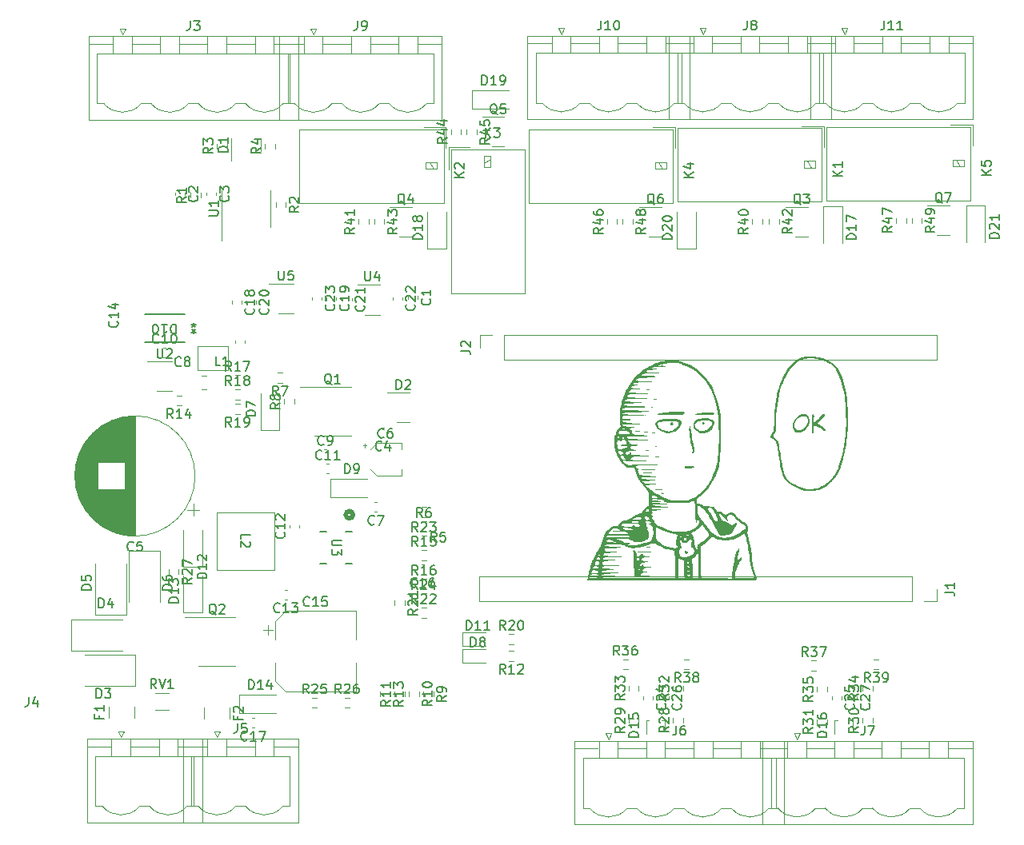
<source format=gbr>
%TF.GenerationSoftware,KiCad,Pcbnew,(6.0.8)*%
%TF.CreationDate,2023-11-14T22:22:02+13:00*%
%TF.ProjectId,Brain,42726169-6e2e-46b6-9963-61645f706362,rev?*%
%TF.SameCoordinates,Original*%
%TF.FileFunction,Legend,Top*%
%TF.FilePolarity,Positive*%
%FSLAX46Y46*%
G04 Gerber Fmt 4.6, Leading zero omitted, Abs format (unit mm)*
G04 Created by KiCad (PCBNEW (6.0.8)) date 2023-11-14 22:22:02*
%MOMM*%
%LPD*%
G01*
G04 APERTURE LIST*
%ADD10C,0.150000*%
%ADD11C,0.120000*%
%ADD12C,0.152400*%
%ADD13C,0.508000*%
G04 APERTURE END LIST*
D10*
%TO.C,Q1*%
X128936761Y-103061619D02*
X128841523Y-103014000D01*
X128746285Y-102918761D01*
X128603428Y-102775904D01*
X128508190Y-102728285D01*
X128412952Y-102728285D01*
X128460571Y-102966380D02*
X128365333Y-102918761D01*
X128270095Y-102823523D01*
X128222476Y-102633047D01*
X128222476Y-102299714D01*
X128270095Y-102109238D01*
X128365333Y-102014000D01*
X128460571Y-101966380D01*
X128651047Y-101966380D01*
X128746285Y-102014000D01*
X128841523Y-102109238D01*
X128889142Y-102299714D01*
X128889142Y-102633047D01*
X128841523Y-102823523D01*
X128746285Y-102918761D01*
X128651047Y-102966380D01*
X128460571Y-102966380D01*
X129841523Y-102966380D02*
X129270095Y-102966380D01*
X129555809Y-102966380D02*
X129555809Y-101966380D01*
X129460571Y-102109238D01*
X129365333Y-102204476D01*
X129270095Y-102252095D01*
%TO.C,U5*%
X123317095Y-91032380D02*
X123317095Y-91841904D01*
X123364714Y-91937142D01*
X123412333Y-91984761D01*
X123507571Y-92032380D01*
X123698047Y-92032380D01*
X123793285Y-91984761D01*
X123840904Y-91937142D01*
X123888523Y-91841904D01*
X123888523Y-91032380D01*
X124840904Y-91032380D02*
X124364714Y-91032380D01*
X124317095Y-91508571D01*
X124364714Y-91460952D01*
X124459952Y-91413333D01*
X124698047Y-91413333D01*
X124793285Y-91460952D01*
X124840904Y-91508571D01*
X124888523Y-91603809D01*
X124888523Y-91841904D01*
X124840904Y-91937142D01*
X124793285Y-91984761D01*
X124698047Y-92032380D01*
X124459952Y-92032380D01*
X124364714Y-91984761D01*
X124317095Y-91937142D01*
%TO.C,U4*%
X132461095Y-91096380D02*
X132461095Y-91905904D01*
X132508714Y-92001142D01*
X132556333Y-92048761D01*
X132651571Y-92096380D01*
X132842047Y-92096380D01*
X132937285Y-92048761D01*
X132984904Y-92001142D01*
X133032523Y-91905904D01*
X133032523Y-91096380D01*
X133937285Y-91429714D02*
X133937285Y-92096380D01*
X133699190Y-91048761D02*
X133461095Y-91763047D01*
X134080142Y-91763047D01*
%TO.C,U3*%
X129963619Y-119576095D02*
X129154095Y-119576095D01*
X129058857Y-119623714D01*
X129011238Y-119671333D01*
X128963619Y-119766571D01*
X128963619Y-119957047D01*
X129011238Y-120052285D01*
X129058857Y-120099904D01*
X129154095Y-120147523D01*
X129963619Y-120147523D01*
X129963619Y-120528476D02*
X129963619Y-121147523D01*
X129582666Y-120814190D01*
X129582666Y-120957047D01*
X129535047Y-121052285D01*
X129487428Y-121099904D01*
X129392190Y-121147523D01*
X129154095Y-121147523D01*
X129058857Y-121099904D01*
X129011238Y-121052285D01*
X128963619Y-120957047D01*
X128963619Y-120671333D01*
X129011238Y-120576095D01*
X129058857Y-120528476D01*
%TO.C,U2*%
X110484595Y-99287380D02*
X110484595Y-100096904D01*
X110532214Y-100192142D01*
X110579833Y-100239761D01*
X110675071Y-100287380D01*
X110865547Y-100287380D01*
X110960785Y-100239761D01*
X111008404Y-100192142D01*
X111056023Y-100096904D01*
X111056023Y-99287380D01*
X111484595Y-99382619D02*
X111532214Y-99335000D01*
X111627452Y-99287380D01*
X111865547Y-99287380D01*
X111960785Y-99335000D01*
X112008404Y-99382619D01*
X112056023Y-99477857D01*
X112056023Y-99573095D01*
X112008404Y-99715952D01*
X111436976Y-100287380D01*
X112056023Y-100287380D01*
%TO.C,U1*%
X115940380Y-85193404D02*
X116749904Y-85193404D01*
X116845142Y-85145785D01*
X116892761Y-85098166D01*
X116940380Y-85002928D01*
X116940380Y-84812452D01*
X116892761Y-84717214D01*
X116845142Y-84669595D01*
X116749904Y-84621976D01*
X115940380Y-84621976D01*
X116940380Y-83621976D02*
X116940380Y-84193404D01*
X116940380Y-83907690D02*
X115940380Y-83907690D01*
X116083238Y-84002928D01*
X116178476Y-84098166D01*
X116226095Y-84193404D01*
%TO.C,RV1*%
X110376761Y-135284380D02*
X110043428Y-134808190D01*
X109805333Y-135284380D02*
X109805333Y-134284380D01*
X110186285Y-134284380D01*
X110281523Y-134332000D01*
X110329142Y-134379619D01*
X110376761Y-134474857D01*
X110376761Y-134617714D01*
X110329142Y-134712952D01*
X110281523Y-134760571D01*
X110186285Y-134808190D01*
X109805333Y-134808190D01*
X110662476Y-134284380D02*
X110995809Y-135284380D01*
X111329142Y-134284380D01*
X112186285Y-135284380D02*
X111614857Y-135284380D01*
X111900571Y-135284380D02*
X111900571Y-134284380D01*
X111805333Y-134427238D01*
X111710095Y-134522476D01*
X111614857Y-134570095D01*
%TO.C,R49*%
X192763380Y-86367857D02*
X192287190Y-86701190D01*
X192763380Y-86939285D02*
X191763380Y-86939285D01*
X191763380Y-86558333D01*
X191811000Y-86463095D01*
X191858619Y-86415476D01*
X191953857Y-86367857D01*
X192096714Y-86367857D01*
X192191952Y-86415476D01*
X192239571Y-86463095D01*
X192287190Y-86558333D01*
X192287190Y-86939285D01*
X192096714Y-85510714D02*
X192763380Y-85510714D01*
X191715761Y-85748809D02*
X192430047Y-85986904D01*
X192430047Y-85367857D01*
X192763380Y-84939285D02*
X192763380Y-84748809D01*
X192715761Y-84653571D01*
X192668142Y-84605952D01*
X192525285Y-84510714D01*
X192334809Y-84463095D01*
X191953857Y-84463095D01*
X191858619Y-84510714D01*
X191811000Y-84558333D01*
X191763380Y-84653571D01*
X191763380Y-84844047D01*
X191811000Y-84939285D01*
X191858619Y-84986904D01*
X191953857Y-85034523D01*
X192191952Y-85034523D01*
X192287190Y-84986904D01*
X192334809Y-84939285D01*
X192382428Y-84844047D01*
X192382428Y-84653571D01*
X192334809Y-84558333D01*
X192287190Y-84510714D01*
X192191952Y-84463095D01*
%TO.C,R48*%
X162156380Y-86494857D02*
X161680190Y-86828190D01*
X162156380Y-87066285D02*
X161156380Y-87066285D01*
X161156380Y-86685333D01*
X161204000Y-86590095D01*
X161251619Y-86542476D01*
X161346857Y-86494857D01*
X161489714Y-86494857D01*
X161584952Y-86542476D01*
X161632571Y-86590095D01*
X161680190Y-86685333D01*
X161680190Y-87066285D01*
X161489714Y-85637714D02*
X162156380Y-85637714D01*
X161108761Y-85875809D02*
X161823047Y-86113904D01*
X161823047Y-85494857D01*
X161584952Y-84971047D02*
X161537333Y-85066285D01*
X161489714Y-85113904D01*
X161394476Y-85161523D01*
X161346857Y-85161523D01*
X161251619Y-85113904D01*
X161204000Y-85066285D01*
X161156380Y-84971047D01*
X161156380Y-84780571D01*
X161204000Y-84685333D01*
X161251619Y-84637714D01*
X161346857Y-84590095D01*
X161394476Y-84590095D01*
X161489714Y-84637714D01*
X161537333Y-84685333D01*
X161584952Y-84780571D01*
X161584952Y-84971047D01*
X161632571Y-85066285D01*
X161680190Y-85113904D01*
X161775428Y-85161523D01*
X161965904Y-85161523D01*
X162061142Y-85113904D01*
X162108761Y-85066285D01*
X162156380Y-84971047D01*
X162156380Y-84780571D01*
X162108761Y-84685333D01*
X162061142Y-84637714D01*
X161965904Y-84590095D01*
X161775428Y-84590095D01*
X161680190Y-84637714D01*
X161632571Y-84685333D01*
X161584952Y-84780571D01*
%TO.C,R47*%
X188252380Y-86367857D02*
X187776190Y-86701190D01*
X188252380Y-86939285D02*
X187252380Y-86939285D01*
X187252380Y-86558333D01*
X187300000Y-86463095D01*
X187347619Y-86415476D01*
X187442857Y-86367857D01*
X187585714Y-86367857D01*
X187680952Y-86415476D01*
X187728571Y-86463095D01*
X187776190Y-86558333D01*
X187776190Y-86939285D01*
X187585714Y-85510714D02*
X188252380Y-85510714D01*
X187204761Y-85748809D02*
X187919047Y-85986904D01*
X187919047Y-85367857D01*
X187252380Y-85082142D02*
X187252380Y-84415476D01*
X188252380Y-84844047D01*
%TO.C,R46*%
X157645380Y-86494857D02*
X157169190Y-86828190D01*
X157645380Y-87066285D02*
X156645380Y-87066285D01*
X156645380Y-86685333D01*
X156693000Y-86590095D01*
X156740619Y-86542476D01*
X156835857Y-86494857D01*
X156978714Y-86494857D01*
X157073952Y-86542476D01*
X157121571Y-86590095D01*
X157169190Y-86685333D01*
X157169190Y-87066285D01*
X156978714Y-85637714D02*
X157645380Y-85637714D01*
X156597761Y-85875809D02*
X157312047Y-86113904D01*
X157312047Y-85494857D01*
X156645380Y-84685333D02*
X156645380Y-84875809D01*
X156693000Y-84971047D01*
X156740619Y-85018666D01*
X156883476Y-85113904D01*
X157073952Y-85161523D01*
X157454904Y-85161523D01*
X157550142Y-85113904D01*
X157597761Y-85066285D01*
X157645380Y-84971047D01*
X157645380Y-84780571D01*
X157597761Y-84685333D01*
X157550142Y-84637714D01*
X157454904Y-84590095D01*
X157216809Y-84590095D01*
X157121571Y-84637714D01*
X157073952Y-84685333D01*
X157026333Y-84780571D01*
X157026333Y-84971047D01*
X157073952Y-85066285D01*
X157121571Y-85113904D01*
X157216809Y-85161523D01*
%TO.C,R45*%
X145646380Y-76993357D02*
X145170190Y-77326690D01*
X145646380Y-77564785D02*
X144646380Y-77564785D01*
X144646380Y-77183833D01*
X144694000Y-77088595D01*
X144741619Y-77040976D01*
X144836857Y-76993357D01*
X144979714Y-76993357D01*
X145074952Y-77040976D01*
X145122571Y-77088595D01*
X145170190Y-77183833D01*
X145170190Y-77564785D01*
X144979714Y-76136214D02*
X145646380Y-76136214D01*
X144598761Y-76374309D02*
X145313047Y-76612404D01*
X145313047Y-75993357D01*
X144646380Y-75136214D02*
X144646380Y-75612404D01*
X145122571Y-75660023D01*
X145074952Y-75612404D01*
X145027333Y-75517166D01*
X145027333Y-75279071D01*
X145074952Y-75183833D01*
X145122571Y-75136214D01*
X145217809Y-75088595D01*
X145455904Y-75088595D01*
X145551142Y-75136214D01*
X145598761Y-75183833D01*
X145646380Y-75279071D01*
X145646380Y-75517166D01*
X145598761Y-75612404D01*
X145551142Y-75660023D01*
%TO.C,R44*%
X141135380Y-76969857D02*
X140659190Y-77303190D01*
X141135380Y-77541285D02*
X140135380Y-77541285D01*
X140135380Y-77160333D01*
X140183000Y-77065095D01*
X140230619Y-77017476D01*
X140325857Y-76969857D01*
X140468714Y-76969857D01*
X140563952Y-77017476D01*
X140611571Y-77065095D01*
X140659190Y-77160333D01*
X140659190Y-77541285D01*
X140468714Y-76112714D02*
X141135380Y-76112714D01*
X140087761Y-76350809D02*
X140802047Y-76588904D01*
X140802047Y-75969857D01*
X140468714Y-75160333D02*
X141135380Y-75160333D01*
X140087761Y-75398428D02*
X140802047Y-75636523D01*
X140802047Y-75017476D01*
%TO.C,R43*%
X135867380Y-86494857D02*
X135391190Y-86828190D01*
X135867380Y-87066285D02*
X134867380Y-87066285D01*
X134867380Y-86685333D01*
X134915000Y-86590095D01*
X134962619Y-86542476D01*
X135057857Y-86494857D01*
X135200714Y-86494857D01*
X135295952Y-86542476D01*
X135343571Y-86590095D01*
X135391190Y-86685333D01*
X135391190Y-87066285D01*
X135200714Y-85637714D02*
X135867380Y-85637714D01*
X134819761Y-85875809D02*
X135534047Y-86113904D01*
X135534047Y-85494857D01*
X134867380Y-85209142D02*
X134867380Y-84590095D01*
X135248333Y-84923428D01*
X135248333Y-84780571D01*
X135295952Y-84685333D01*
X135343571Y-84637714D01*
X135438809Y-84590095D01*
X135676904Y-84590095D01*
X135772142Y-84637714D01*
X135819761Y-84685333D01*
X135867380Y-84780571D01*
X135867380Y-85066285D01*
X135819761Y-85161523D01*
X135772142Y-85209142D01*
%TO.C,R42*%
X177650380Y-86471357D02*
X177174190Y-86804690D01*
X177650380Y-87042785D02*
X176650380Y-87042785D01*
X176650380Y-86661833D01*
X176698000Y-86566595D01*
X176745619Y-86518976D01*
X176840857Y-86471357D01*
X176983714Y-86471357D01*
X177078952Y-86518976D01*
X177126571Y-86566595D01*
X177174190Y-86661833D01*
X177174190Y-87042785D01*
X176983714Y-85614214D02*
X177650380Y-85614214D01*
X176602761Y-85852309D02*
X177317047Y-86090404D01*
X177317047Y-85471357D01*
X176745619Y-85138023D02*
X176698000Y-85090404D01*
X176650380Y-84995166D01*
X176650380Y-84757071D01*
X176698000Y-84661833D01*
X176745619Y-84614214D01*
X176840857Y-84566595D01*
X176936095Y-84566595D01*
X177078952Y-84614214D01*
X177650380Y-85185642D01*
X177650380Y-84566595D01*
%TO.C,R41*%
X131356380Y-86494857D02*
X130880190Y-86828190D01*
X131356380Y-87066285D02*
X130356380Y-87066285D01*
X130356380Y-86685333D01*
X130404000Y-86590095D01*
X130451619Y-86542476D01*
X130546857Y-86494857D01*
X130689714Y-86494857D01*
X130784952Y-86542476D01*
X130832571Y-86590095D01*
X130880190Y-86685333D01*
X130880190Y-87066285D01*
X130689714Y-85637714D02*
X131356380Y-85637714D01*
X130308761Y-85875809D02*
X131023047Y-86113904D01*
X131023047Y-85494857D01*
X131356380Y-84590095D02*
X131356380Y-85161523D01*
X131356380Y-84875809D02*
X130356380Y-84875809D01*
X130499238Y-84971047D01*
X130594476Y-85066285D01*
X130642095Y-85161523D01*
%TO.C,R40*%
X173012380Y-86494857D02*
X172536190Y-86828190D01*
X173012380Y-87066285D02*
X172012380Y-87066285D01*
X172012380Y-86685333D01*
X172060000Y-86590095D01*
X172107619Y-86542476D01*
X172202857Y-86494857D01*
X172345714Y-86494857D01*
X172440952Y-86542476D01*
X172488571Y-86590095D01*
X172536190Y-86685333D01*
X172536190Y-87066285D01*
X172345714Y-85637714D02*
X173012380Y-85637714D01*
X171964761Y-85875809D02*
X172679047Y-86113904D01*
X172679047Y-85494857D01*
X172012380Y-84923428D02*
X172012380Y-84828190D01*
X172060000Y-84732952D01*
X172107619Y-84685333D01*
X172202857Y-84637714D01*
X172393333Y-84590095D01*
X172631428Y-84590095D01*
X172821904Y-84637714D01*
X172917142Y-84685333D01*
X172964761Y-84732952D01*
X173012380Y-84828190D01*
X173012380Y-84923428D01*
X172964761Y-85018666D01*
X172917142Y-85066285D01*
X172821904Y-85113904D01*
X172631428Y-85161523D01*
X172393333Y-85161523D01*
X172202857Y-85113904D01*
X172107619Y-85066285D01*
X172060000Y-85018666D01*
X172012380Y-84923428D01*
%TO.C,R39*%
X185920142Y-134597380D02*
X185586809Y-134121190D01*
X185348714Y-134597380D02*
X185348714Y-133597380D01*
X185729666Y-133597380D01*
X185824904Y-133645000D01*
X185872523Y-133692619D01*
X185920142Y-133787857D01*
X185920142Y-133930714D01*
X185872523Y-134025952D01*
X185824904Y-134073571D01*
X185729666Y-134121190D01*
X185348714Y-134121190D01*
X186253476Y-133597380D02*
X186872523Y-133597380D01*
X186539190Y-133978333D01*
X186682047Y-133978333D01*
X186777285Y-134025952D01*
X186824904Y-134073571D01*
X186872523Y-134168809D01*
X186872523Y-134406904D01*
X186824904Y-134502142D01*
X186777285Y-134549761D01*
X186682047Y-134597380D01*
X186396333Y-134597380D01*
X186301095Y-134549761D01*
X186253476Y-134502142D01*
X187348714Y-134597380D02*
X187539190Y-134597380D01*
X187634428Y-134549761D01*
X187682047Y-134502142D01*
X187777285Y-134359285D01*
X187824904Y-134168809D01*
X187824904Y-133787857D01*
X187777285Y-133692619D01*
X187729666Y-133645000D01*
X187634428Y-133597380D01*
X187443952Y-133597380D01*
X187348714Y-133645000D01*
X187301095Y-133692619D01*
X187253476Y-133787857D01*
X187253476Y-134025952D01*
X187301095Y-134121190D01*
X187348714Y-134168809D01*
X187443952Y-134216428D01*
X187634428Y-134216428D01*
X187729666Y-134168809D01*
X187777285Y-134121190D01*
X187824904Y-134025952D01*
%TO.C,R38*%
X165854142Y-134597380D02*
X165520809Y-134121190D01*
X165282714Y-134597380D02*
X165282714Y-133597380D01*
X165663666Y-133597380D01*
X165758904Y-133645000D01*
X165806523Y-133692619D01*
X165854142Y-133787857D01*
X165854142Y-133930714D01*
X165806523Y-134025952D01*
X165758904Y-134073571D01*
X165663666Y-134121190D01*
X165282714Y-134121190D01*
X166187476Y-133597380D02*
X166806523Y-133597380D01*
X166473190Y-133978333D01*
X166616047Y-133978333D01*
X166711285Y-134025952D01*
X166758904Y-134073571D01*
X166806523Y-134168809D01*
X166806523Y-134406904D01*
X166758904Y-134502142D01*
X166711285Y-134549761D01*
X166616047Y-134597380D01*
X166330333Y-134597380D01*
X166235095Y-134549761D01*
X166187476Y-134502142D01*
X167377952Y-134025952D02*
X167282714Y-133978333D01*
X167235095Y-133930714D01*
X167187476Y-133835476D01*
X167187476Y-133787857D01*
X167235095Y-133692619D01*
X167282714Y-133645000D01*
X167377952Y-133597380D01*
X167568428Y-133597380D01*
X167663666Y-133645000D01*
X167711285Y-133692619D01*
X167758904Y-133787857D01*
X167758904Y-133835476D01*
X167711285Y-133930714D01*
X167663666Y-133978333D01*
X167568428Y-134025952D01*
X167377952Y-134025952D01*
X167282714Y-134073571D01*
X167235095Y-134121190D01*
X167187476Y-134216428D01*
X167187476Y-134406904D01*
X167235095Y-134502142D01*
X167282714Y-134549761D01*
X167377952Y-134597380D01*
X167568428Y-134597380D01*
X167663666Y-134549761D01*
X167711285Y-134502142D01*
X167758904Y-134406904D01*
X167758904Y-134216428D01*
X167711285Y-134121190D01*
X167663666Y-134073571D01*
X167568428Y-134025952D01*
%TO.C,R37*%
X179316142Y-131864380D02*
X178982809Y-131388190D01*
X178744714Y-131864380D02*
X178744714Y-130864380D01*
X179125666Y-130864380D01*
X179220904Y-130912000D01*
X179268523Y-130959619D01*
X179316142Y-131054857D01*
X179316142Y-131197714D01*
X179268523Y-131292952D01*
X179220904Y-131340571D01*
X179125666Y-131388190D01*
X178744714Y-131388190D01*
X179649476Y-130864380D02*
X180268523Y-130864380D01*
X179935190Y-131245333D01*
X180078047Y-131245333D01*
X180173285Y-131292952D01*
X180220904Y-131340571D01*
X180268523Y-131435809D01*
X180268523Y-131673904D01*
X180220904Y-131769142D01*
X180173285Y-131816761D01*
X180078047Y-131864380D01*
X179792333Y-131864380D01*
X179697095Y-131816761D01*
X179649476Y-131769142D01*
X180601857Y-130864380D02*
X181268523Y-130864380D01*
X180839952Y-131864380D01*
%TO.C,R36*%
X159377142Y-131737380D02*
X159043809Y-131261190D01*
X158805714Y-131737380D02*
X158805714Y-130737380D01*
X159186666Y-130737380D01*
X159281904Y-130785000D01*
X159329523Y-130832619D01*
X159377142Y-130927857D01*
X159377142Y-131070714D01*
X159329523Y-131165952D01*
X159281904Y-131213571D01*
X159186666Y-131261190D01*
X158805714Y-131261190D01*
X159710476Y-130737380D02*
X160329523Y-130737380D01*
X159996190Y-131118333D01*
X160139047Y-131118333D01*
X160234285Y-131165952D01*
X160281904Y-131213571D01*
X160329523Y-131308809D01*
X160329523Y-131546904D01*
X160281904Y-131642142D01*
X160234285Y-131689761D01*
X160139047Y-131737380D01*
X159853333Y-131737380D01*
X159758095Y-131689761D01*
X159710476Y-131642142D01*
X161186666Y-130737380D02*
X160996190Y-130737380D01*
X160900952Y-130785000D01*
X160853333Y-130832619D01*
X160758095Y-130975476D01*
X160710476Y-131165952D01*
X160710476Y-131546904D01*
X160758095Y-131642142D01*
X160805714Y-131689761D01*
X160900952Y-131737380D01*
X161091428Y-131737380D01*
X161186666Y-131689761D01*
X161234285Y-131642142D01*
X161281904Y-131546904D01*
X161281904Y-131308809D01*
X161234285Y-131213571D01*
X161186666Y-131165952D01*
X161091428Y-131118333D01*
X160900952Y-131118333D01*
X160805714Y-131165952D01*
X160758095Y-131213571D01*
X160710476Y-131308809D01*
%TO.C,R35*%
X179870380Y-136024857D02*
X179394190Y-136358190D01*
X179870380Y-136596285D02*
X178870380Y-136596285D01*
X178870380Y-136215333D01*
X178918000Y-136120095D01*
X178965619Y-136072476D01*
X179060857Y-136024857D01*
X179203714Y-136024857D01*
X179298952Y-136072476D01*
X179346571Y-136120095D01*
X179394190Y-136215333D01*
X179394190Y-136596285D01*
X178870380Y-135691523D02*
X178870380Y-135072476D01*
X179251333Y-135405809D01*
X179251333Y-135262952D01*
X179298952Y-135167714D01*
X179346571Y-135120095D01*
X179441809Y-135072476D01*
X179679904Y-135072476D01*
X179775142Y-135120095D01*
X179822761Y-135167714D01*
X179870380Y-135262952D01*
X179870380Y-135548666D01*
X179822761Y-135643904D01*
X179775142Y-135691523D01*
X178870380Y-134167714D02*
X178870380Y-134643904D01*
X179346571Y-134691523D01*
X179298952Y-134643904D01*
X179251333Y-134548666D01*
X179251333Y-134310571D01*
X179298952Y-134215333D01*
X179346571Y-134167714D01*
X179441809Y-134120095D01*
X179679904Y-134120095D01*
X179775142Y-134167714D01*
X179822761Y-134215333D01*
X179870380Y-134310571D01*
X179870380Y-134548666D01*
X179822761Y-134643904D01*
X179775142Y-134691523D01*
%TO.C,R34*%
X184696380Y-135897857D02*
X184220190Y-136231190D01*
X184696380Y-136469285D02*
X183696380Y-136469285D01*
X183696380Y-136088333D01*
X183744000Y-135993095D01*
X183791619Y-135945476D01*
X183886857Y-135897857D01*
X184029714Y-135897857D01*
X184124952Y-135945476D01*
X184172571Y-135993095D01*
X184220190Y-136088333D01*
X184220190Y-136469285D01*
X183696380Y-135564523D02*
X183696380Y-134945476D01*
X184077333Y-135278809D01*
X184077333Y-135135952D01*
X184124952Y-135040714D01*
X184172571Y-134993095D01*
X184267809Y-134945476D01*
X184505904Y-134945476D01*
X184601142Y-134993095D01*
X184648761Y-135040714D01*
X184696380Y-135135952D01*
X184696380Y-135421666D01*
X184648761Y-135516904D01*
X184601142Y-135564523D01*
X184029714Y-134088333D02*
X184696380Y-134088333D01*
X183648761Y-134326428D02*
X184363047Y-134564523D01*
X184363047Y-133945476D01*
%TO.C,R33*%
X159931380Y-135897857D02*
X159455190Y-136231190D01*
X159931380Y-136469285D02*
X158931380Y-136469285D01*
X158931380Y-136088333D01*
X158979000Y-135993095D01*
X159026619Y-135945476D01*
X159121857Y-135897857D01*
X159264714Y-135897857D01*
X159359952Y-135945476D01*
X159407571Y-135993095D01*
X159455190Y-136088333D01*
X159455190Y-136469285D01*
X158931380Y-135564523D02*
X158931380Y-134945476D01*
X159312333Y-135278809D01*
X159312333Y-135135952D01*
X159359952Y-135040714D01*
X159407571Y-134993095D01*
X159502809Y-134945476D01*
X159740904Y-134945476D01*
X159836142Y-134993095D01*
X159883761Y-135040714D01*
X159931380Y-135135952D01*
X159931380Y-135421666D01*
X159883761Y-135516904D01*
X159836142Y-135564523D01*
X158931380Y-134612142D02*
X158931380Y-133993095D01*
X159312333Y-134326428D01*
X159312333Y-134183571D01*
X159359952Y-134088333D01*
X159407571Y-134040714D01*
X159502809Y-133993095D01*
X159740904Y-133993095D01*
X159836142Y-134040714D01*
X159883761Y-134088333D01*
X159931380Y-134183571D01*
X159931380Y-134469285D01*
X159883761Y-134564523D01*
X159836142Y-134612142D01*
%TO.C,R32*%
X164630380Y-135897857D02*
X164154190Y-136231190D01*
X164630380Y-136469285D02*
X163630380Y-136469285D01*
X163630380Y-136088333D01*
X163678000Y-135993095D01*
X163725619Y-135945476D01*
X163820857Y-135897857D01*
X163963714Y-135897857D01*
X164058952Y-135945476D01*
X164106571Y-135993095D01*
X164154190Y-136088333D01*
X164154190Y-136469285D01*
X163630380Y-135564523D02*
X163630380Y-134945476D01*
X164011333Y-135278809D01*
X164011333Y-135135952D01*
X164058952Y-135040714D01*
X164106571Y-134993095D01*
X164201809Y-134945476D01*
X164439904Y-134945476D01*
X164535142Y-134993095D01*
X164582761Y-135040714D01*
X164630380Y-135135952D01*
X164630380Y-135421666D01*
X164582761Y-135516904D01*
X164535142Y-135564523D01*
X163725619Y-134564523D02*
X163678000Y-134516904D01*
X163630380Y-134421666D01*
X163630380Y-134183571D01*
X163678000Y-134088333D01*
X163725619Y-134040714D01*
X163820857Y-133993095D01*
X163916095Y-133993095D01*
X164058952Y-134040714D01*
X164630380Y-134612142D01*
X164630380Y-133993095D01*
%TO.C,R31*%
X179870380Y-139430357D02*
X179394190Y-139763690D01*
X179870380Y-140001785D02*
X178870380Y-140001785D01*
X178870380Y-139620833D01*
X178918000Y-139525595D01*
X178965619Y-139477976D01*
X179060857Y-139430357D01*
X179203714Y-139430357D01*
X179298952Y-139477976D01*
X179346571Y-139525595D01*
X179394190Y-139620833D01*
X179394190Y-140001785D01*
X178870380Y-139097023D02*
X178870380Y-138477976D01*
X179251333Y-138811309D01*
X179251333Y-138668452D01*
X179298952Y-138573214D01*
X179346571Y-138525595D01*
X179441809Y-138477976D01*
X179679904Y-138477976D01*
X179775142Y-138525595D01*
X179822761Y-138573214D01*
X179870380Y-138668452D01*
X179870380Y-138954166D01*
X179822761Y-139049404D01*
X179775142Y-139097023D01*
X179870380Y-137525595D02*
X179870380Y-138097023D01*
X179870380Y-137811309D02*
X178870380Y-137811309D01*
X179013238Y-137906547D01*
X179108476Y-138001785D01*
X179156095Y-138097023D01*
%TO.C,R30*%
X184696380Y-139326857D02*
X184220190Y-139660190D01*
X184696380Y-139898285D02*
X183696380Y-139898285D01*
X183696380Y-139517333D01*
X183744000Y-139422095D01*
X183791619Y-139374476D01*
X183886857Y-139326857D01*
X184029714Y-139326857D01*
X184124952Y-139374476D01*
X184172571Y-139422095D01*
X184220190Y-139517333D01*
X184220190Y-139898285D01*
X183696380Y-138993523D02*
X183696380Y-138374476D01*
X184077333Y-138707809D01*
X184077333Y-138564952D01*
X184124952Y-138469714D01*
X184172571Y-138422095D01*
X184267809Y-138374476D01*
X184505904Y-138374476D01*
X184601142Y-138422095D01*
X184648761Y-138469714D01*
X184696380Y-138564952D01*
X184696380Y-138850666D01*
X184648761Y-138945904D01*
X184601142Y-138993523D01*
X183696380Y-137755428D02*
X183696380Y-137660190D01*
X183744000Y-137564952D01*
X183791619Y-137517333D01*
X183886857Y-137469714D01*
X184077333Y-137422095D01*
X184315428Y-137422095D01*
X184505904Y-137469714D01*
X184601142Y-137517333D01*
X184648761Y-137564952D01*
X184696380Y-137660190D01*
X184696380Y-137755428D01*
X184648761Y-137850666D01*
X184601142Y-137898285D01*
X184505904Y-137945904D01*
X184315428Y-137993523D01*
X184077333Y-137993523D01*
X183886857Y-137945904D01*
X183791619Y-137898285D01*
X183744000Y-137850666D01*
X183696380Y-137755428D01*
%TO.C,R29*%
X159931380Y-139326857D02*
X159455190Y-139660190D01*
X159931380Y-139898285D02*
X158931380Y-139898285D01*
X158931380Y-139517333D01*
X158979000Y-139422095D01*
X159026619Y-139374476D01*
X159121857Y-139326857D01*
X159264714Y-139326857D01*
X159359952Y-139374476D01*
X159407571Y-139422095D01*
X159455190Y-139517333D01*
X159455190Y-139898285D01*
X159026619Y-138945904D02*
X158979000Y-138898285D01*
X158931380Y-138803047D01*
X158931380Y-138564952D01*
X158979000Y-138469714D01*
X159026619Y-138422095D01*
X159121857Y-138374476D01*
X159217095Y-138374476D01*
X159359952Y-138422095D01*
X159931380Y-138993523D01*
X159931380Y-138374476D01*
X159931380Y-137898285D02*
X159931380Y-137707809D01*
X159883761Y-137612571D01*
X159836142Y-137564952D01*
X159693285Y-137469714D01*
X159502809Y-137422095D01*
X159121857Y-137422095D01*
X159026619Y-137469714D01*
X158979000Y-137517333D01*
X158931380Y-137612571D01*
X158931380Y-137803047D01*
X158979000Y-137898285D01*
X159026619Y-137945904D01*
X159121857Y-137993523D01*
X159359952Y-137993523D01*
X159455190Y-137945904D01*
X159502809Y-137898285D01*
X159550428Y-137803047D01*
X159550428Y-137612571D01*
X159502809Y-137517333D01*
X159455190Y-137469714D01*
X159359952Y-137422095D01*
%TO.C,R28*%
X164630380Y-139303357D02*
X164154190Y-139636690D01*
X164630380Y-139874785D02*
X163630380Y-139874785D01*
X163630380Y-139493833D01*
X163678000Y-139398595D01*
X163725619Y-139350976D01*
X163820857Y-139303357D01*
X163963714Y-139303357D01*
X164058952Y-139350976D01*
X164106571Y-139398595D01*
X164154190Y-139493833D01*
X164154190Y-139874785D01*
X163725619Y-138922404D02*
X163678000Y-138874785D01*
X163630380Y-138779547D01*
X163630380Y-138541452D01*
X163678000Y-138446214D01*
X163725619Y-138398595D01*
X163820857Y-138350976D01*
X163916095Y-138350976D01*
X164058952Y-138398595D01*
X164630380Y-138970023D01*
X164630380Y-138350976D01*
X164058952Y-137779547D02*
X164011333Y-137874785D01*
X163963714Y-137922404D01*
X163868476Y-137970023D01*
X163820857Y-137970023D01*
X163725619Y-137922404D01*
X163678000Y-137874785D01*
X163630380Y-137779547D01*
X163630380Y-137589071D01*
X163678000Y-137493833D01*
X163725619Y-137446214D01*
X163820857Y-137398595D01*
X163868476Y-137398595D01*
X163963714Y-137446214D01*
X164011333Y-137493833D01*
X164058952Y-137589071D01*
X164058952Y-137779547D01*
X164106571Y-137874785D01*
X164154190Y-137922404D01*
X164249428Y-137970023D01*
X164439904Y-137970023D01*
X164535142Y-137922404D01*
X164582761Y-137874785D01*
X164630380Y-137779547D01*
X164630380Y-137589071D01*
X164582761Y-137493833D01*
X164535142Y-137446214D01*
X164439904Y-137398595D01*
X164249428Y-137398595D01*
X164154190Y-137446214D01*
X164106571Y-137493833D01*
X164058952Y-137589071D01*
%TO.C,R27*%
X114117380Y-123574857D02*
X113641190Y-123908190D01*
X114117380Y-124146285D02*
X113117380Y-124146285D01*
X113117380Y-123765333D01*
X113165000Y-123670095D01*
X113212619Y-123622476D01*
X113307857Y-123574857D01*
X113450714Y-123574857D01*
X113545952Y-123622476D01*
X113593571Y-123670095D01*
X113641190Y-123765333D01*
X113641190Y-124146285D01*
X113212619Y-123193904D02*
X113165000Y-123146285D01*
X113117380Y-123051047D01*
X113117380Y-122812952D01*
X113165000Y-122717714D01*
X113212619Y-122670095D01*
X113307857Y-122622476D01*
X113403095Y-122622476D01*
X113545952Y-122670095D01*
X114117380Y-123241523D01*
X114117380Y-122622476D01*
X113117380Y-122289142D02*
X113117380Y-121622476D01*
X114117380Y-122051047D01*
%TO.C,R26*%
X129913142Y-135801380D02*
X129579809Y-135325190D01*
X129341714Y-135801380D02*
X129341714Y-134801380D01*
X129722666Y-134801380D01*
X129817904Y-134849000D01*
X129865523Y-134896619D01*
X129913142Y-134991857D01*
X129913142Y-135134714D01*
X129865523Y-135229952D01*
X129817904Y-135277571D01*
X129722666Y-135325190D01*
X129341714Y-135325190D01*
X130294095Y-134896619D02*
X130341714Y-134849000D01*
X130436952Y-134801380D01*
X130675047Y-134801380D01*
X130770285Y-134849000D01*
X130817904Y-134896619D01*
X130865523Y-134991857D01*
X130865523Y-135087095D01*
X130817904Y-135229952D01*
X130246476Y-135801380D01*
X130865523Y-135801380D01*
X131722666Y-134801380D02*
X131532190Y-134801380D01*
X131436952Y-134849000D01*
X131389333Y-134896619D01*
X131294095Y-135039476D01*
X131246476Y-135229952D01*
X131246476Y-135610904D01*
X131294095Y-135706142D01*
X131341714Y-135753761D01*
X131436952Y-135801380D01*
X131627428Y-135801380D01*
X131722666Y-135753761D01*
X131770285Y-135706142D01*
X131817904Y-135610904D01*
X131817904Y-135372809D01*
X131770285Y-135277571D01*
X131722666Y-135229952D01*
X131627428Y-135182333D01*
X131436952Y-135182333D01*
X131341714Y-135229952D01*
X131294095Y-135277571D01*
X131246476Y-135372809D01*
%TO.C,R25*%
X126484142Y-135801380D02*
X126150809Y-135325190D01*
X125912714Y-135801380D02*
X125912714Y-134801380D01*
X126293666Y-134801380D01*
X126388904Y-134849000D01*
X126436523Y-134896619D01*
X126484142Y-134991857D01*
X126484142Y-135134714D01*
X126436523Y-135229952D01*
X126388904Y-135277571D01*
X126293666Y-135325190D01*
X125912714Y-135325190D01*
X126865095Y-134896619D02*
X126912714Y-134849000D01*
X127007952Y-134801380D01*
X127246047Y-134801380D01*
X127341285Y-134849000D01*
X127388904Y-134896619D01*
X127436523Y-134991857D01*
X127436523Y-135087095D01*
X127388904Y-135229952D01*
X126817476Y-135801380D01*
X127436523Y-135801380D01*
X128341285Y-134801380D02*
X127865095Y-134801380D01*
X127817476Y-135277571D01*
X127865095Y-135229952D01*
X127960333Y-135182333D01*
X128198428Y-135182333D01*
X128293666Y-135229952D01*
X128341285Y-135277571D01*
X128388904Y-135372809D01*
X128388904Y-135610904D01*
X128341285Y-135706142D01*
X128293666Y-135753761D01*
X128198428Y-135801380D01*
X127960333Y-135801380D01*
X127865095Y-135753761D01*
X127817476Y-135706142D01*
%TO.C,R24*%
X138041142Y-124752380D02*
X137707809Y-124276190D01*
X137469714Y-124752380D02*
X137469714Y-123752380D01*
X137850666Y-123752380D01*
X137945904Y-123800000D01*
X137993523Y-123847619D01*
X138041142Y-123942857D01*
X138041142Y-124085714D01*
X137993523Y-124180952D01*
X137945904Y-124228571D01*
X137850666Y-124276190D01*
X137469714Y-124276190D01*
X138422095Y-123847619D02*
X138469714Y-123800000D01*
X138564952Y-123752380D01*
X138803047Y-123752380D01*
X138898285Y-123800000D01*
X138945904Y-123847619D01*
X138993523Y-123942857D01*
X138993523Y-124038095D01*
X138945904Y-124180952D01*
X138374476Y-124752380D01*
X138993523Y-124752380D01*
X139850666Y-124085714D02*
X139850666Y-124752380D01*
X139612571Y-123704761D02*
X139374476Y-124419047D01*
X139993523Y-124419047D01*
%TO.C,R23*%
X138041142Y-118656380D02*
X137707809Y-118180190D01*
X137469714Y-118656380D02*
X137469714Y-117656380D01*
X137850666Y-117656380D01*
X137945904Y-117704000D01*
X137993523Y-117751619D01*
X138041142Y-117846857D01*
X138041142Y-117989714D01*
X137993523Y-118084952D01*
X137945904Y-118132571D01*
X137850666Y-118180190D01*
X137469714Y-118180190D01*
X138422095Y-117751619D02*
X138469714Y-117704000D01*
X138564952Y-117656380D01*
X138803047Y-117656380D01*
X138898285Y-117704000D01*
X138945904Y-117751619D01*
X138993523Y-117846857D01*
X138993523Y-117942095D01*
X138945904Y-118084952D01*
X138374476Y-118656380D01*
X138993523Y-118656380D01*
X139326857Y-117656380D02*
X139945904Y-117656380D01*
X139612571Y-118037333D01*
X139755428Y-118037333D01*
X139850666Y-118084952D01*
X139898285Y-118132571D01*
X139945904Y-118227809D01*
X139945904Y-118465904D01*
X139898285Y-118561142D01*
X139850666Y-118608761D01*
X139755428Y-118656380D01*
X139469714Y-118656380D01*
X139374476Y-118608761D01*
X139326857Y-118561142D01*
%TO.C,R22*%
X138041142Y-126276380D02*
X137707809Y-125800190D01*
X137469714Y-126276380D02*
X137469714Y-125276380D01*
X137850666Y-125276380D01*
X137945904Y-125324000D01*
X137993523Y-125371619D01*
X138041142Y-125466857D01*
X138041142Y-125609714D01*
X137993523Y-125704952D01*
X137945904Y-125752571D01*
X137850666Y-125800190D01*
X137469714Y-125800190D01*
X138422095Y-125371619D02*
X138469714Y-125324000D01*
X138564952Y-125276380D01*
X138803047Y-125276380D01*
X138898285Y-125324000D01*
X138945904Y-125371619D01*
X138993523Y-125466857D01*
X138993523Y-125562095D01*
X138945904Y-125704952D01*
X138374476Y-126276380D01*
X138993523Y-126276380D01*
X139374476Y-125371619D02*
X139422095Y-125324000D01*
X139517333Y-125276380D01*
X139755428Y-125276380D01*
X139850666Y-125324000D01*
X139898285Y-125371619D01*
X139945904Y-125466857D01*
X139945904Y-125562095D01*
X139898285Y-125704952D01*
X139326857Y-126276380D01*
X139945904Y-126276380D01*
%TO.C,R21*%
X138026380Y-126880857D02*
X137550190Y-127214190D01*
X138026380Y-127452285D02*
X137026380Y-127452285D01*
X137026380Y-127071333D01*
X137074000Y-126976095D01*
X137121619Y-126928476D01*
X137216857Y-126880857D01*
X137359714Y-126880857D01*
X137454952Y-126928476D01*
X137502571Y-126976095D01*
X137550190Y-127071333D01*
X137550190Y-127452285D01*
X137121619Y-126499904D02*
X137074000Y-126452285D01*
X137026380Y-126357047D01*
X137026380Y-126118952D01*
X137074000Y-126023714D01*
X137121619Y-125976095D01*
X137216857Y-125928476D01*
X137312095Y-125928476D01*
X137454952Y-125976095D01*
X138026380Y-126547523D01*
X138026380Y-125928476D01*
X138026380Y-124976095D02*
X138026380Y-125547523D01*
X138026380Y-125261809D02*
X137026380Y-125261809D01*
X137169238Y-125357047D01*
X137264476Y-125452285D01*
X137312095Y-125547523D01*
%TO.C,R20*%
X147312142Y-129070380D02*
X146978809Y-128594190D01*
X146740714Y-129070380D02*
X146740714Y-128070380D01*
X147121666Y-128070380D01*
X147216904Y-128118000D01*
X147264523Y-128165619D01*
X147312142Y-128260857D01*
X147312142Y-128403714D01*
X147264523Y-128498952D01*
X147216904Y-128546571D01*
X147121666Y-128594190D01*
X146740714Y-128594190D01*
X147693095Y-128165619D02*
X147740714Y-128118000D01*
X147835952Y-128070380D01*
X148074047Y-128070380D01*
X148169285Y-128118000D01*
X148216904Y-128165619D01*
X148264523Y-128260857D01*
X148264523Y-128356095D01*
X148216904Y-128498952D01*
X147645476Y-129070380D01*
X148264523Y-129070380D01*
X148883571Y-128070380D02*
X148978809Y-128070380D01*
X149074047Y-128118000D01*
X149121666Y-128165619D01*
X149169285Y-128260857D01*
X149216904Y-128451333D01*
X149216904Y-128689428D01*
X149169285Y-128879904D01*
X149121666Y-128975142D01*
X149074047Y-129022761D01*
X148978809Y-129070380D01*
X148883571Y-129070380D01*
X148788333Y-129022761D01*
X148740714Y-128975142D01*
X148693095Y-128879904D01*
X148645476Y-128689428D01*
X148645476Y-128451333D01*
X148693095Y-128260857D01*
X148740714Y-128165619D01*
X148788333Y-128118000D01*
X148883571Y-128070380D01*
%TO.C,R19*%
X118327142Y-107546380D02*
X117993809Y-107070190D01*
X117755714Y-107546380D02*
X117755714Y-106546380D01*
X118136666Y-106546380D01*
X118231904Y-106594000D01*
X118279523Y-106641619D01*
X118327142Y-106736857D01*
X118327142Y-106879714D01*
X118279523Y-106974952D01*
X118231904Y-107022571D01*
X118136666Y-107070190D01*
X117755714Y-107070190D01*
X119279523Y-107546380D02*
X118708095Y-107546380D01*
X118993809Y-107546380D02*
X118993809Y-106546380D01*
X118898571Y-106689238D01*
X118803333Y-106784476D01*
X118708095Y-106832095D01*
X119755714Y-107546380D02*
X119946190Y-107546380D01*
X120041428Y-107498761D01*
X120089047Y-107451142D01*
X120184285Y-107308285D01*
X120231904Y-107117809D01*
X120231904Y-106736857D01*
X120184285Y-106641619D01*
X120136666Y-106594000D01*
X120041428Y-106546380D01*
X119850952Y-106546380D01*
X119755714Y-106594000D01*
X119708095Y-106641619D01*
X119660476Y-106736857D01*
X119660476Y-106974952D01*
X119708095Y-107070190D01*
X119755714Y-107117809D01*
X119850952Y-107165428D01*
X120041428Y-107165428D01*
X120136666Y-107117809D01*
X120184285Y-107070190D01*
X120231904Y-106974952D01*
%TO.C,R18*%
X118327142Y-103162380D02*
X117993809Y-102686190D01*
X117755714Y-103162380D02*
X117755714Y-102162380D01*
X118136666Y-102162380D01*
X118231904Y-102210000D01*
X118279523Y-102257619D01*
X118327142Y-102352857D01*
X118327142Y-102495714D01*
X118279523Y-102590952D01*
X118231904Y-102638571D01*
X118136666Y-102686190D01*
X117755714Y-102686190D01*
X119279523Y-103162380D02*
X118708095Y-103162380D01*
X118993809Y-103162380D02*
X118993809Y-102162380D01*
X118898571Y-102305238D01*
X118803333Y-102400476D01*
X118708095Y-102448095D01*
X119850952Y-102590952D02*
X119755714Y-102543333D01*
X119708095Y-102495714D01*
X119660476Y-102400476D01*
X119660476Y-102352857D01*
X119708095Y-102257619D01*
X119755714Y-102210000D01*
X119850952Y-102162380D01*
X120041428Y-102162380D01*
X120136666Y-102210000D01*
X120184285Y-102257619D01*
X120231904Y-102352857D01*
X120231904Y-102400476D01*
X120184285Y-102495714D01*
X120136666Y-102543333D01*
X120041428Y-102590952D01*
X119850952Y-102590952D01*
X119755714Y-102638571D01*
X119708095Y-102686190D01*
X119660476Y-102781428D01*
X119660476Y-102971904D01*
X119708095Y-103067142D01*
X119755714Y-103114761D01*
X119850952Y-103162380D01*
X120041428Y-103162380D01*
X120136666Y-103114761D01*
X120184285Y-103067142D01*
X120231904Y-102971904D01*
X120231904Y-102781428D01*
X120184285Y-102686190D01*
X120136666Y-102638571D01*
X120041428Y-102590952D01*
%TO.C,R17*%
X118327142Y-101638380D02*
X117993809Y-101162190D01*
X117755714Y-101638380D02*
X117755714Y-100638380D01*
X118136666Y-100638380D01*
X118231904Y-100686000D01*
X118279523Y-100733619D01*
X118327142Y-100828857D01*
X118327142Y-100971714D01*
X118279523Y-101066952D01*
X118231904Y-101114571D01*
X118136666Y-101162190D01*
X117755714Y-101162190D01*
X119279523Y-101638380D02*
X118708095Y-101638380D01*
X118993809Y-101638380D02*
X118993809Y-100638380D01*
X118898571Y-100781238D01*
X118803333Y-100876476D01*
X118708095Y-100924095D01*
X119612857Y-100638380D02*
X120279523Y-100638380D01*
X119850952Y-101638380D01*
%TO.C,R16*%
X138041142Y-123228380D02*
X137707809Y-122752190D01*
X137469714Y-123228380D02*
X137469714Y-122228380D01*
X137850666Y-122228380D01*
X137945904Y-122276000D01*
X137993523Y-122323619D01*
X138041142Y-122418857D01*
X138041142Y-122561714D01*
X137993523Y-122656952D01*
X137945904Y-122704571D01*
X137850666Y-122752190D01*
X137469714Y-122752190D01*
X138993523Y-123228380D02*
X138422095Y-123228380D01*
X138707809Y-123228380D02*
X138707809Y-122228380D01*
X138612571Y-122371238D01*
X138517333Y-122466476D01*
X138422095Y-122514095D01*
X139850666Y-122228380D02*
X139660190Y-122228380D01*
X139564952Y-122276000D01*
X139517333Y-122323619D01*
X139422095Y-122466476D01*
X139374476Y-122656952D01*
X139374476Y-123037904D01*
X139422095Y-123133142D01*
X139469714Y-123180761D01*
X139564952Y-123228380D01*
X139755428Y-123228380D01*
X139850666Y-123180761D01*
X139898285Y-123133142D01*
X139945904Y-123037904D01*
X139945904Y-122799809D01*
X139898285Y-122704571D01*
X139850666Y-122656952D01*
X139755428Y-122609333D01*
X139564952Y-122609333D01*
X139469714Y-122656952D01*
X139422095Y-122704571D01*
X139374476Y-122799809D01*
%TO.C,R15*%
X138041142Y-120176380D02*
X137707809Y-119700190D01*
X137469714Y-120176380D02*
X137469714Y-119176380D01*
X137850666Y-119176380D01*
X137945904Y-119224000D01*
X137993523Y-119271619D01*
X138041142Y-119366857D01*
X138041142Y-119509714D01*
X137993523Y-119604952D01*
X137945904Y-119652571D01*
X137850666Y-119700190D01*
X137469714Y-119700190D01*
X138993523Y-120176380D02*
X138422095Y-120176380D01*
X138707809Y-120176380D02*
X138707809Y-119176380D01*
X138612571Y-119319238D01*
X138517333Y-119414476D01*
X138422095Y-119462095D01*
X139898285Y-119176380D02*
X139422095Y-119176380D01*
X139374476Y-119652571D01*
X139422095Y-119604952D01*
X139517333Y-119557333D01*
X139755428Y-119557333D01*
X139850666Y-119604952D01*
X139898285Y-119652571D01*
X139945904Y-119747809D01*
X139945904Y-119985904D01*
X139898285Y-120081142D01*
X139850666Y-120128761D01*
X139755428Y-120176380D01*
X139517333Y-120176380D01*
X139422095Y-120128761D01*
X139374476Y-120081142D01*
%TO.C,R14*%
X112133142Y-106657380D02*
X111799809Y-106181190D01*
X111561714Y-106657380D02*
X111561714Y-105657380D01*
X111942666Y-105657380D01*
X112037904Y-105705000D01*
X112085523Y-105752619D01*
X112133142Y-105847857D01*
X112133142Y-105990714D01*
X112085523Y-106085952D01*
X112037904Y-106133571D01*
X111942666Y-106181190D01*
X111561714Y-106181190D01*
X113085523Y-106657380D02*
X112514095Y-106657380D01*
X112799809Y-106657380D02*
X112799809Y-105657380D01*
X112704571Y-105800238D01*
X112609333Y-105895476D01*
X112514095Y-105943095D01*
X113942666Y-105990714D02*
X113942666Y-106657380D01*
X113704571Y-105609761D02*
X113466476Y-106324047D01*
X114085523Y-106324047D01*
%TO.C,R13*%
X136502380Y-136532857D02*
X136026190Y-136866190D01*
X136502380Y-137104285D02*
X135502380Y-137104285D01*
X135502380Y-136723333D01*
X135550000Y-136628095D01*
X135597619Y-136580476D01*
X135692857Y-136532857D01*
X135835714Y-136532857D01*
X135930952Y-136580476D01*
X135978571Y-136628095D01*
X136026190Y-136723333D01*
X136026190Y-137104285D01*
X136502380Y-135580476D02*
X136502380Y-136151904D01*
X136502380Y-135866190D02*
X135502380Y-135866190D01*
X135645238Y-135961428D01*
X135740476Y-136056666D01*
X135788095Y-136151904D01*
X135502380Y-135247142D02*
X135502380Y-134628095D01*
X135883333Y-134961428D01*
X135883333Y-134818571D01*
X135930952Y-134723333D01*
X135978571Y-134675714D01*
X136073809Y-134628095D01*
X136311904Y-134628095D01*
X136407142Y-134675714D01*
X136454761Y-134723333D01*
X136502380Y-134818571D01*
X136502380Y-135104285D01*
X136454761Y-135199523D01*
X136407142Y-135247142D01*
%TO.C,R12*%
X147312142Y-133708380D02*
X146978809Y-133232190D01*
X146740714Y-133708380D02*
X146740714Y-132708380D01*
X147121666Y-132708380D01*
X147216904Y-132756000D01*
X147264523Y-132803619D01*
X147312142Y-132898857D01*
X147312142Y-133041714D01*
X147264523Y-133136952D01*
X147216904Y-133184571D01*
X147121666Y-133232190D01*
X146740714Y-133232190D01*
X148264523Y-133708380D02*
X147693095Y-133708380D01*
X147978809Y-133708380D02*
X147978809Y-132708380D01*
X147883571Y-132851238D01*
X147788333Y-132946476D01*
X147693095Y-132994095D01*
X148645476Y-132803619D02*
X148693095Y-132756000D01*
X148788333Y-132708380D01*
X149026428Y-132708380D01*
X149121666Y-132756000D01*
X149169285Y-132803619D01*
X149216904Y-132898857D01*
X149216904Y-132994095D01*
X149169285Y-133136952D01*
X148597857Y-133708380D01*
X149216904Y-133708380D01*
%TO.C,R11*%
X135166380Y-136532857D02*
X134690190Y-136866190D01*
X135166380Y-137104285D02*
X134166380Y-137104285D01*
X134166380Y-136723333D01*
X134214000Y-136628095D01*
X134261619Y-136580476D01*
X134356857Y-136532857D01*
X134499714Y-136532857D01*
X134594952Y-136580476D01*
X134642571Y-136628095D01*
X134690190Y-136723333D01*
X134690190Y-137104285D01*
X135166380Y-135580476D02*
X135166380Y-136151904D01*
X135166380Y-135866190D02*
X134166380Y-135866190D01*
X134309238Y-135961428D01*
X134404476Y-136056666D01*
X134452095Y-136151904D01*
X135166380Y-134628095D02*
X135166380Y-135199523D01*
X135166380Y-134913809D02*
X134166380Y-134913809D01*
X134309238Y-135009047D01*
X134404476Y-135104285D01*
X134452095Y-135199523D01*
%TO.C,R10*%
X139550380Y-136509357D02*
X139074190Y-136842690D01*
X139550380Y-137080785D02*
X138550380Y-137080785D01*
X138550380Y-136699833D01*
X138598000Y-136604595D01*
X138645619Y-136556976D01*
X138740857Y-136509357D01*
X138883714Y-136509357D01*
X138978952Y-136556976D01*
X139026571Y-136604595D01*
X139074190Y-136699833D01*
X139074190Y-137080785D01*
X139550380Y-135556976D02*
X139550380Y-136128404D01*
X139550380Y-135842690D02*
X138550380Y-135842690D01*
X138693238Y-135937928D01*
X138788476Y-136033166D01*
X138836095Y-136128404D01*
X138550380Y-134937928D02*
X138550380Y-134842690D01*
X138598000Y-134747452D01*
X138645619Y-134699833D01*
X138740857Y-134652214D01*
X138931333Y-134604595D01*
X139169428Y-134604595D01*
X139359904Y-134652214D01*
X139455142Y-134699833D01*
X139502761Y-134747452D01*
X139550380Y-134842690D01*
X139550380Y-134937928D01*
X139502761Y-135033166D01*
X139455142Y-135080785D01*
X139359904Y-135128404D01*
X139169428Y-135176023D01*
X138931333Y-135176023D01*
X138740857Y-135128404D01*
X138645619Y-135080785D01*
X138598000Y-135033166D01*
X138550380Y-134937928D01*
%TO.C,R9*%
X141074380Y-136056666D02*
X140598190Y-136390000D01*
X141074380Y-136628095D02*
X140074380Y-136628095D01*
X140074380Y-136247142D01*
X140122000Y-136151904D01*
X140169619Y-136104285D01*
X140264857Y-136056666D01*
X140407714Y-136056666D01*
X140502952Y-136104285D01*
X140550571Y-136151904D01*
X140598190Y-136247142D01*
X140598190Y-136628095D01*
X141074380Y-135580476D02*
X141074380Y-135390000D01*
X141026761Y-135294761D01*
X140979142Y-135247142D01*
X140836285Y-135151904D01*
X140645809Y-135104285D01*
X140264857Y-135104285D01*
X140169619Y-135151904D01*
X140122000Y-135199523D01*
X140074380Y-135294761D01*
X140074380Y-135485238D01*
X140122000Y-135580476D01*
X140169619Y-135628095D01*
X140264857Y-135675714D01*
X140502952Y-135675714D01*
X140598190Y-135628095D01*
X140645809Y-135580476D01*
X140693428Y-135485238D01*
X140693428Y-135294761D01*
X140645809Y-135199523D01*
X140598190Y-135151904D01*
X140502952Y-135104285D01*
%TO.C,R8*%
X123482380Y-105064666D02*
X123006190Y-105398000D01*
X123482380Y-105636095D02*
X122482380Y-105636095D01*
X122482380Y-105255142D01*
X122530000Y-105159904D01*
X122577619Y-105112285D01*
X122672857Y-105064666D01*
X122815714Y-105064666D01*
X122910952Y-105112285D01*
X122958571Y-105159904D01*
X123006190Y-105255142D01*
X123006190Y-105636095D01*
X122910952Y-104493238D02*
X122863333Y-104588476D01*
X122815714Y-104636095D01*
X122720476Y-104683714D01*
X122672857Y-104683714D01*
X122577619Y-104636095D01*
X122530000Y-104588476D01*
X122482380Y-104493238D01*
X122482380Y-104302761D01*
X122530000Y-104207523D01*
X122577619Y-104159904D01*
X122672857Y-104112285D01*
X122720476Y-104112285D01*
X122815714Y-104159904D01*
X122863333Y-104207523D01*
X122910952Y-104302761D01*
X122910952Y-104493238D01*
X122958571Y-104588476D01*
X123006190Y-104636095D01*
X123101428Y-104683714D01*
X123291904Y-104683714D01*
X123387142Y-104636095D01*
X123434761Y-104588476D01*
X123482380Y-104493238D01*
X123482380Y-104302761D01*
X123434761Y-104207523D01*
X123387142Y-104159904D01*
X123291904Y-104112285D01*
X123101428Y-104112285D01*
X123006190Y-104159904D01*
X122958571Y-104207523D01*
X122910952Y-104302761D01*
%TO.C,R7*%
X123277333Y-104240380D02*
X122944000Y-103764190D01*
X122705904Y-104240380D02*
X122705904Y-103240380D01*
X123086857Y-103240380D01*
X123182095Y-103288000D01*
X123229714Y-103335619D01*
X123277333Y-103430857D01*
X123277333Y-103573714D01*
X123229714Y-103668952D01*
X123182095Y-103716571D01*
X123086857Y-103764190D01*
X122705904Y-103764190D01*
X123610666Y-103240380D02*
X124277333Y-103240380D01*
X123848761Y-104240380D01*
%TO.C,R6*%
X138517333Y-117132380D02*
X138184000Y-116656190D01*
X137945904Y-117132380D02*
X137945904Y-116132380D01*
X138326857Y-116132380D01*
X138422095Y-116180000D01*
X138469714Y-116227619D01*
X138517333Y-116322857D01*
X138517333Y-116465714D01*
X138469714Y-116560952D01*
X138422095Y-116608571D01*
X138326857Y-116656190D01*
X137945904Y-116656190D01*
X139374476Y-116132380D02*
X139184000Y-116132380D01*
X139088761Y-116180000D01*
X139041142Y-116227619D01*
X138945904Y-116370476D01*
X138898285Y-116560952D01*
X138898285Y-116941904D01*
X138945904Y-117037142D01*
X138993523Y-117084761D01*
X139088761Y-117132380D01*
X139279238Y-117132380D01*
X139374476Y-117084761D01*
X139422095Y-117037142D01*
X139469714Y-116941904D01*
X139469714Y-116703809D01*
X139422095Y-116608571D01*
X139374476Y-116560952D01*
X139279238Y-116513333D01*
X139088761Y-116513333D01*
X138993523Y-116560952D01*
X138945904Y-116608571D01*
X138898285Y-116703809D01*
%TO.C,R5*%
X140041333Y-119738380D02*
X139708000Y-119262190D01*
X139469904Y-119738380D02*
X139469904Y-118738380D01*
X139850857Y-118738380D01*
X139946095Y-118786000D01*
X139993714Y-118833619D01*
X140041333Y-118928857D01*
X140041333Y-119071714D01*
X139993714Y-119166952D01*
X139946095Y-119214571D01*
X139850857Y-119262190D01*
X139469904Y-119262190D01*
X140946095Y-118738380D02*
X140469904Y-118738380D01*
X140422285Y-119214571D01*
X140469904Y-119166952D01*
X140565142Y-119119333D01*
X140803238Y-119119333D01*
X140898476Y-119166952D01*
X140946095Y-119214571D01*
X140993714Y-119309809D01*
X140993714Y-119547904D01*
X140946095Y-119643142D01*
X140898476Y-119690761D01*
X140803238Y-119738380D01*
X140565142Y-119738380D01*
X140469904Y-119690761D01*
X140422285Y-119643142D01*
%TO.C,R4*%
X121450380Y-77994166D02*
X120974190Y-78327500D01*
X121450380Y-78565595D02*
X120450380Y-78565595D01*
X120450380Y-78184642D01*
X120498000Y-78089404D01*
X120545619Y-78041785D01*
X120640857Y-77994166D01*
X120783714Y-77994166D01*
X120878952Y-78041785D01*
X120926571Y-78089404D01*
X120974190Y-78184642D01*
X120974190Y-78565595D01*
X120783714Y-77137023D02*
X121450380Y-77137023D01*
X120402761Y-77375119D02*
X121117047Y-77613214D01*
X121117047Y-76994166D01*
%TO.C,R3*%
X116370380Y-77994166D02*
X115894190Y-78327500D01*
X116370380Y-78565595D02*
X115370380Y-78565595D01*
X115370380Y-78184642D01*
X115418000Y-78089404D01*
X115465619Y-78041785D01*
X115560857Y-77994166D01*
X115703714Y-77994166D01*
X115798952Y-78041785D01*
X115846571Y-78089404D01*
X115894190Y-78184642D01*
X115894190Y-78565595D01*
X115370380Y-77660833D02*
X115370380Y-77041785D01*
X115751333Y-77375119D01*
X115751333Y-77232261D01*
X115798952Y-77137023D01*
X115846571Y-77089404D01*
X115941809Y-77041785D01*
X116179904Y-77041785D01*
X116275142Y-77089404D01*
X116322761Y-77137023D01*
X116370380Y-77232261D01*
X116370380Y-77517976D01*
X116322761Y-77613214D01*
X116275142Y-77660833D01*
%TO.C,R2*%
X125453380Y-84217166D02*
X124977190Y-84550500D01*
X125453380Y-84788595D02*
X124453380Y-84788595D01*
X124453380Y-84407642D01*
X124501000Y-84312404D01*
X124548619Y-84264785D01*
X124643857Y-84217166D01*
X124786714Y-84217166D01*
X124881952Y-84264785D01*
X124929571Y-84312404D01*
X124977190Y-84407642D01*
X124977190Y-84788595D01*
X124548619Y-83836214D02*
X124501000Y-83788595D01*
X124453380Y-83693357D01*
X124453380Y-83455261D01*
X124501000Y-83360023D01*
X124548619Y-83312404D01*
X124643857Y-83264785D01*
X124739095Y-83264785D01*
X124881952Y-83312404D01*
X125453380Y-83883833D01*
X125453380Y-83264785D01*
%TO.C,R1*%
X113576380Y-83201166D02*
X113100190Y-83534500D01*
X113576380Y-83772595D02*
X112576380Y-83772595D01*
X112576380Y-83391642D01*
X112624000Y-83296404D01*
X112671619Y-83248785D01*
X112766857Y-83201166D01*
X112909714Y-83201166D01*
X113004952Y-83248785D01*
X113052571Y-83296404D01*
X113100190Y-83391642D01*
X113100190Y-83772595D01*
X113576380Y-82248785D02*
X113576380Y-82820214D01*
X113576380Y-82534500D02*
X112576380Y-82534500D01*
X112719238Y-82629738D01*
X112814476Y-82724976D01*
X112862095Y-82820214D01*
%TO.C,Q7*%
X193579761Y-83872619D02*
X193484523Y-83825000D01*
X193389285Y-83729761D01*
X193246428Y-83586904D01*
X193151190Y-83539285D01*
X193055952Y-83539285D01*
X193103571Y-83777380D02*
X193008333Y-83729761D01*
X192913095Y-83634523D01*
X192865476Y-83444047D01*
X192865476Y-83110714D01*
X192913095Y-82920238D01*
X193008333Y-82825000D01*
X193103571Y-82777380D01*
X193294047Y-82777380D01*
X193389285Y-82825000D01*
X193484523Y-82920238D01*
X193532142Y-83110714D01*
X193532142Y-83444047D01*
X193484523Y-83634523D01*
X193389285Y-83729761D01*
X193294047Y-83777380D01*
X193103571Y-83777380D01*
X193865476Y-82777380D02*
X194532142Y-82777380D01*
X194103571Y-83777380D01*
%TO.C,Q6*%
X163099761Y-83999619D02*
X163004523Y-83952000D01*
X162909285Y-83856761D01*
X162766428Y-83713904D01*
X162671190Y-83666285D01*
X162575952Y-83666285D01*
X162623571Y-83904380D02*
X162528333Y-83856761D01*
X162433095Y-83761523D01*
X162385476Y-83571047D01*
X162385476Y-83237714D01*
X162433095Y-83047238D01*
X162528333Y-82952000D01*
X162623571Y-82904380D01*
X162814047Y-82904380D01*
X162909285Y-82952000D01*
X163004523Y-83047238D01*
X163052142Y-83237714D01*
X163052142Y-83571047D01*
X163004523Y-83761523D01*
X162909285Y-83856761D01*
X162814047Y-83904380D01*
X162623571Y-83904380D01*
X163909285Y-82904380D02*
X163718809Y-82904380D01*
X163623571Y-82952000D01*
X163575952Y-82999619D01*
X163480714Y-83142476D01*
X163433095Y-83332952D01*
X163433095Y-83713904D01*
X163480714Y-83809142D01*
X163528333Y-83856761D01*
X163623571Y-83904380D01*
X163814047Y-83904380D01*
X163909285Y-83856761D01*
X163956904Y-83809142D01*
X164004523Y-83713904D01*
X164004523Y-83475809D01*
X163956904Y-83380571D01*
X163909285Y-83332952D01*
X163814047Y-83285333D01*
X163623571Y-83285333D01*
X163528333Y-83332952D01*
X163480714Y-83380571D01*
X163433095Y-83475809D01*
%TO.C,Q5*%
X146462761Y-74474619D02*
X146367523Y-74427000D01*
X146272285Y-74331761D01*
X146129428Y-74188904D01*
X146034190Y-74141285D01*
X145938952Y-74141285D01*
X145986571Y-74379380D02*
X145891333Y-74331761D01*
X145796095Y-74236523D01*
X145748476Y-74046047D01*
X145748476Y-73712714D01*
X145796095Y-73522238D01*
X145891333Y-73427000D01*
X145986571Y-73379380D01*
X146177047Y-73379380D01*
X146272285Y-73427000D01*
X146367523Y-73522238D01*
X146415142Y-73712714D01*
X146415142Y-74046047D01*
X146367523Y-74236523D01*
X146272285Y-74331761D01*
X146177047Y-74379380D01*
X145986571Y-74379380D01*
X147319904Y-73379380D02*
X146843714Y-73379380D01*
X146796095Y-73855571D01*
X146843714Y-73807952D01*
X146938952Y-73760333D01*
X147177047Y-73760333D01*
X147272285Y-73807952D01*
X147319904Y-73855571D01*
X147367523Y-73950809D01*
X147367523Y-74188904D01*
X147319904Y-74284142D01*
X147272285Y-74331761D01*
X147177047Y-74379380D01*
X146938952Y-74379380D01*
X146843714Y-74331761D01*
X146796095Y-74284142D01*
%TO.C,Q4*%
X136683761Y-83999619D02*
X136588523Y-83952000D01*
X136493285Y-83856761D01*
X136350428Y-83713904D01*
X136255190Y-83666285D01*
X136159952Y-83666285D01*
X136207571Y-83904380D02*
X136112333Y-83856761D01*
X136017095Y-83761523D01*
X135969476Y-83571047D01*
X135969476Y-83237714D01*
X136017095Y-83047238D01*
X136112333Y-82952000D01*
X136207571Y-82904380D01*
X136398047Y-82904380D01*
X136493285Y-82952000D01*
X136588523Y-83047238D01*
X136636142Y-83237714D01*
X136636142Y-83571047D01*
X136588523Y-83761523D01*
X136493285Y-83856761D01*
X136398047Y-83904380D01*
X136207571Y-83904380D01*
X137493285Y-83237714D02*
X137493285Y-83904380D01*
X137255190Y-82856761D02*
X137017095Y-83571047D01*
X137636142Y-83571047D01*
%TO.C,Q3*%
X178593761Y-83999619D02*
X178498523Y-83952000D01*
X178403285Y-83856761D01*
X178260428Y-83713904D01*
X178165190Y-83666285D01*
X178069952Y-83666285D01*
X178117571Y-83904380D02*
X178022333Y-83856761D01*
X177927095Y-83761523D01*
X177879476Y-83571047D01*
X177879476Y-83237714D01*
X177927095Y-83047238D01*
X178022333Y-82952000D01*
X178117571Y-82904380D01*
X178308047Y-82904380D01*
X178403285Y-82952000D01*
X178498523Y-83047238D01*
X178546142Y-83237714D01*
X178546142Y-83571047D01*
X178498523Y-83761523D01*
X178403285Y-83856761D01*
X178308047Y-83904380D01*
X178117571Y-83904380D01*
X178879476Y-82904380D02*
X179498523Y-82904380D01*
X179165190Y-83285333D01*
X179308047Y-83285333D01*
X179403285Y-83332952D01*
X179450904Y-83380571D01*
X179498523Y-83475809D01*
X179498523Y-83713904D01*
X179450904Y-83809142D01*
X179403285Y-83856761D01*
X179308047Y-83904380D01*
X179022333Y-83904380D01*
X178927095Y-83856761D01*
X178879476Y-83809142D01*
%TO.C,Q2*%
X116711761Y-127445619D02*
X116616523Y-127398000D01*
X116521285Y-127302761D01*
X116378428Y-127159904D01*
X116283190Y-127112285D01*
X116187952Y-127112285D01*
X116235571Y-127350380D02*
X116140333Y-127302761D01*
X116045095Y-127207523D01*
X115997476Y-127017047D01*
X115997476Y-126683714D01*
X116045095Y-126493238D01*
X116140333Y-126398000D01*
X116235571Y-126350380D01*
X116426047Y-126350380D01*
X116521285Y-126398000D01*
X116616523Y-126493238D01*
X116664142Y-126683714D01*
X116664142Y-127017047D01*
X116616523Y-127207523D01*
X116521285Y-127302761D01*
X116426047Y-127350380D01*
X116235571Y-127350380D01*
X117045095Y-126445619D02*
X117092714Y-126398000D01*
X117187952Y-126350380D01*
X117426047Y-126350380D01*
X117521285Y-126398000D01*
X117568904Y-126445619D01*
X117616523Y-126540857D01*
X117616523Y-126636095D01*
X117568904Y-126778952D01*
X116997476Y-127350380D01*
X117616523Y-127350380D01*
%TO.C,L2*%
X119335619Y-119463333D02*
X119335619Y-118987142D01*
X120335619Y-118987142D01*
X120240380Y-119749047D02*
X120288000Y-119796666D01*
X120335619Y-119891904D01*
X120335619Y-120130000D01*
X120288000Y-120225238D01*
X120240380Y-120272857D01*
X120145142Y-120320476D01*
X120049904Y-120320476D01*
X119907047Y-120272857D01*
X119335619Y-119701428D01*
X119335619Y-120320476D01*
%TO.C,L1*%
X117144333Y-101096380D02*
X116668142Y-101096380D01*
X116668142Y-100096380D01*
X118001476Y-101096380D02*
X117430047Y-101096380D01*
X117715761Y-101096380D02*
X117715761Y-100096380D01*
X117620523Y-100239238D01*
X117525285Y-100334476D01*
X117430047Y-100382095D01*
%TO.C,K5*%
X198705880Y-80899595D02*
X197705880Y-80899595D01*
X198705880Y-80328166D02*
X198134452Y-80756738D01*
X197705880Y-80328166D02*
X198277309Y-80899595D01*
X197705880Y-79423404D02*
X197705880Y-79899595D01*
X198182071Y-79947214D01*
X198134452Y-79899595D01*
X198086833Y-79804357D01*
X198086833Y-79566261D01*
X198134452Y-79471023D01*
X198182071Y-79423404D01*
X198277309Y-79375785D01*
X198515404Y-79375785D01*
X198610642Y-79423404D01*
X198658261Y-79471023D01*
X198705880Y-79566261D01*
X198705880Y-79804357D01*
X198658261Y-79899595D01*
X198610642Y-79947214D01*
%TO.C,K4*%
X167209880Y-81153595D02*
X166209880Y-81153595D01*
X167209880Y-80582166D02*
X166638452Y-81010738D01*
X166209880Y-80582166D02*
X166781309Y-81153595D01*
X166543214Y-79725023D02*
X167209880Y-79725023D01*
X166162261Y-79963119D02*
X166876547Y-80201214D01*
X166876547Y-79582166D01*
%TO.C,K3*%
X145209404Y-76899880D02*
X145209404Y-75899880D01*
X145780833Y-76899880D02*
X145352261Y-76328452D01*
X145780833Y-75899880D02*
X145209404Y-76471309D01*
X146114166Y-75899880D02*
X146733214Y-75899880D01*
X146399880Y-76280833D01*
X146542738Y-76280833D01*
X146637976Y-76328452D01*
X146685595Y-76376071D01*
X146733214Y-76471309D01*
X146733214Y-76709404D01*
X146685595Y-76804642D01*
X146637976Y-76852261D01*
X146542738Y-76899880D01*
X146257023Y-76899880D01*
X146161785Y-76852261D01*
X146114166Y-76804642D01*
%TO.C,K2*%
X142952880Y-81153595D02*
X141952880Y-81153595D01*
X142952880Y-80582166D02*
X142381452Y-81010738D01*
X141952880Y-80582166D02*
X142524309Y-81153595D01*
X142048119Y-80201214D02*
X142000500Y-80153595D01*
X141952880Y-80058357D01*
X141952880Y-79820261D01*
X142000500Y-79725023D01*
X142048119Y-79677404D01*
X142143357Y-79629785D01*
X142238595Y-79629785D01*
X142381452Y-79677404D01*
X142952880Y-80248833D01*
X142952880Y-79629785D01*
%TO.C,K1*%
X182957880Y-81026595D02*
X181957880Y-81026595D01*
X182957880Y-80455166D02*
X182386452Y-80883738D01*
X181957880Y-80455166D02*
X182529309Y-81026595D01*
X182957880Y-79502785D02*
X182957880Y-80074214D01*
X182957880Y-79788500D02*
X181957880Y-79788500D01*
X182100738Y-79883738D01*
X182195976Y-79978976D01*
X182243595Y-80074214D01*
%TO.C,J11*%
X187404476Y-64532880D02*
X187404476Y-65247166D01*
X187356857Y-65390023D01*
X187261619Y-65485261D01*
X187118761Y-65532880D01*
X187023523Y-65532880D01*
X188404476Y-65532880D02*
X187833047Y-65532880D01*
X188118761Y-65532880D02*
X188118761Y-64532880D01*
X188023523Y-64675738D01*
X187928285Y-64770976D01*
X187833047Y-64818595D01*
X189356857Y-65532880D02*
X188785428Y-65532880D01*
X189071142Y-65532880D02*
X189071142Y-64532880D01*
X188975904Y-64675738D01*
X188880666Y-64770976D01*
X188785428Y-64818595D01*
%TO.C,J10*%
X157432476Y-64532880D02*
X157432476Y-65247166D01*
X157384857Y-65390023D01*
X157289619Y-65485261D01*
X157146761Y-65532880D01*
X157051523Y-65532880D01*
X158432476Y-65532880D02*
X157861047Y-65532880D01*
X158146761Y-65532880D02*
X158146761Y-64532880D01*
X158051523Y-64675738D01*
X157956285Y-64770976D01*
X157861047Y-64818595D01*
X159051523Y-64532880D02*
X159146761Y-64532880D01*
X159242000Y-64580500D01*
X159289619Y-64628119D01*
X159337238Y-64723357D01*
X159384857Y-64913833D01*
X159384857Y-65151928D01*
X159337238Y-65342404D01*
X159289619Y-65437642D01*
X159242000Y-65485261D01*
X159146761Y-65532880D01*
X159051523Y-65532880D01*
X158956285Y-65485261D01*
X158908666Y-65437642D01*
X158861047Y-65342404D01*
X158813428Y-65151928D01*
X158813428Y-64913833D01*
X158861047Y-64723357D01*
X158908666Y-64628119D01*
X158956285Y-64580500D01*
X159051523Y-64532880D01*
%TO.C,J9*%
X131666666Y-64572380D02*
X131666666Y-65286666D01*
X131619047Y-65429523D01*
X131523809Y-65524761D01*
X131380952Y-65572380D01*
X131285714Y-65572380D01*
X132190476Y-65572380D02*
X132380952Y-65572380D01*
X132476190Y-65524761D01*
X132523809Y-65477142D01*
X132619047Y-65334285D01*
X132666666Y-65143809D01*
X132666666Y-64762857D01*
X132619047Y-64667619D01*
X132571428Y-64620000D01*
X132476190Y-64572380D01*
X132285714Y-64572380D01*
X132190476Y-64620000D01*
X132142857Y-64667619D01*
X132095238Y-64762857D01*
X132095238Y-65000952D01*
X132142857Y-65096190D01*
X132190476Y-65143809D01*
X132285714Y-65191428D01*
X132476190Y-65191428D01*
X132571428Y-65143809D01*
X132619047Y-65096190D01*
X132666666Y-65000952D01*
%TO.C,J8*%
X172894666Y-64532880D02*
X172894666Y-65247166D01*
X172847047Y-65390023D01*
X172751809Y-65485261D01*
X172608952Y-65532880D01*
X172513714Y-65532880D01*
X173513714Y-64961452D02*
X173418476Y-64913833D01*
X173370857Y-64866214D01*
X173323238Y-64770976D01*
X173323238Y-64723357D01*
X173370857Y-64628119D01*
X173418476Y-64580500D01*
X173513714Y-64532880D01*
X173704190Y-64532880D01*
X173799428Y-64580500D01*
X173847047Y-64628119D01*
X173894666Y-64723357D01*
X173894666Y-64770976D01*
X173847047Y-64866214D01*
X173799428Y-64913833D01*
X173704190Y-64961452D01*
X173513714Y-64961452D01*
X173418476Y-65009071D01*
X173370857Y-65056690D01*
X173323238Y-65151928D01*
X173323238Y-65342404D01*
X173370857Y-65437642D01*
X173418476Y-65485261D01*
X173513714Y-65532880D01*
X173704190Y-65532880D01*
X173799428Y-65485261D01*
X173847047Y-65437642D01*
X173894666Y-65342404D01*
X173894666Y-65151928D01*
X173847047Y-65056690D01*
X173799428Y-65009071D01*
X173704190Y-64961452D01*
%TO.C,J7*%
X185340666Y-139208880D02*
X185340666Y-139923166D01*
X185293047Y-140066023D01*
X185197809Y-140161261D01*
X185054952Y-140208880D01*
X184959714Y-140208880D01*
X185721619Y-139208880D02*
X186388285Y-139208880D01*
X185959714Y-140208880D01*
%TO.C,J6*%
X165401666Y-139208880D02*
X165401666Y-139923166D01*
X165354047Y-140066023D01*
X165258809Y-140161261D01*
X165115952Y-140208880D01*
X165020714Y-140208880D01*
X166306428Y-139208880D02*
X166115952Y-139208880D01*
X166020714Y-139256500D01*
X165973095Y-139304119D01*
X165877857Y-139446976D01*
X165830238Y-139637452D01*
X165830238Y-140018404D01*
X165877857Y-140113642D01*
X165925476Y-140161261D01*
X166020714Y-140208880D01*
X166211190Y-140208880D01*
X166306428Y-140161261D01*
X166354047Y-140113642D01*
X166401666Y-140018404D01*
X166401666Y-139780309D01*
X166354047Y-139685071D01*
X166306428Y-139637452D01*
X166211190Y-139589833D01*
X166020714Y-139589833D01*
X165925476Y-139637452D01*
X165877857Y-139685071D01*
X165830238Y-139780309D01*
%TO.C,J5*%
X118973666Y-138990380D02*
X118973666Y-139704666D01*
X118926047Y-139847523D01*
X118830809Y-139942761D01*
X118687952Y-139990380D01*
X118592714Y-139990380D01*
X119926047Y-138990380D02*
X119449857Y-138990380D01*
X119402238Y-139466571D01*
X119449857Y-139418952D01*
X119545095Y-139371333D01*
X119783190Y-139371333D01*
X119878428Y-139418952D01*
X119926047Y-139466571D01*
X119973666Y-139561809D01*
X119973666Y-139799904D01*
X119926047Y-139895142D01*
X119878428Y-139942761D01*
X119783190Y-139990380D01*
X119545095Y-139990380D01*
X119449857Y-139942761D01*
X119402238Y-139895142D01*
%TO.C,J4*%
X96875666Y-136196380D02*
X96875666Y-136910666D01*
X96828047Y-137053523D01*
X96732809Y-137148761D01*
X96589952Y-137196380D01*
X96494714Y-137196380D01*
X97780428Y-136529714D02*
X97780428Y-137196380D01*
X97542333Y-136148761D02*
X97304238Y-136863047D01*
X97923285Y-136863047D01*
%TO.C,J3*%
X113973666Y-64572380D02*
X113973666Y-65286666D01*
X113926047Y-65429523D01*
X113830809Y-65524761D01*
X113687952Y-65572380D01*
X113592714Y-65572380D01*
X114354619Y-64572380D02*
X114973666Y-64572380D01*
X114640333Y-64953333D01*
X114783190Y-64953333D01*
X114878428Y-65000952D01*
X114926047Y-65048571D01*
X114973666Y-65143809D01*
X114973666Y-65381904D01*
X114926047Y-65477142D01*
X114878428Y-65524761D01*
X114783190Y-65572380D01*
X114497476Y-65572380D01*
X114402238Y-65524761D01*
X114354619Y-65477142D01*
%TO.C,J2*%
X142615380Y-99495333D02*
X143329666Y-99495333D01*
X143472523Y-99542952D01*
X143567761Y-99638190D01*
X143615380Y-99781047D01*
X143615380Y-99876285D01*
X142710619Y-99066761D02*
X142663000Y-99019142D01*
X142615380Y-98923904D01*
X142615380Y-98685809D01*
X142663000Y-98590571D01*
X142710619Y-98542952D01*
X142805857Y-98495333D01*
X142901095Y-98495333D01*
X143043952Y-98542952D01*
X143615380Y-99114380D01*
X143615380Y-98495333D01*
%TO.C,J1*%
X193855380Y-125072333D02*
X194569666Y-125072333D01*
X194712523Y-125119952D01*
X194807761Y-125215190D01*
X194855380Y-125358047D01*
X194855380Y-125453285D01*
X194855380Y-124072333D02*
X194855380Y-124643761D01*
X194855380Y-124358047D02*
X193855380Y-124358047D01*
X193998238Y-124453285D01*
X194093476Y-124548523D01*
X194141095Y-124643761D01*
%TO.C,F2*%
X119015571Y-138251333D02*
X119015571Y-138584666D01*
X119539380Y-138584666D02*
X118539380Y-138584666D01*
X118539380Y-138108476D01*
X118634619Y-137775142D02*
X118587000Y-137727523D01*
X118539380Y-137632285D01*
X118539380Y-137394190D01*
X118587000Y-137298952D01*
X118634619Y-137251333D01*
X118729857Y-137203714D01*
X118825095Y-137203714D01*
X118967952Y-137251333D01*
X119539380Y-137822761D01*
X119539380Y-137203714D01*
%TO.C,F1*%
X104328571Y-138128333D02*
X104328571Y-138461666D01*
X104852380Y-138461666D02*
X103852380Y-138461666D01*
X103852380Y-137985476D01*
X104852380Y-137080714D02*
X104852380Y-137652142D01*
X104852380Y-137366428D02*
X103852380Y-137366428D01*
X103995238Y-137461666D01*
X104090476Y-137556904D01*
X104138095Y-137652142D01*
%TO.C,D21*%
X199556380Y-87574285D02*
X198556380Y-87574285D01*
X198556380Y-87336190D01*
X198604000Y-87193333D01*
X198699238Y-87098095D01*
X198794476Y-87050476D01*
X198984952Y-87002857D01*
X199127809Y-87002857D01*
X199318285Y-87050476D01*
X199413523Y-87098095D01*
X199508761Y-87193333D01*
X199556380Y-87336190D01*
X199556380Y-87574285D01*
X198651619Y-86621904D02*
X198604000Y-86574285D01*
X198556380Y-86479047D01*
X198556380Y-86240952D01*
X198604000Y-86145714D01*
X198651619Y-86098095D01*
X198746857Y-86050476D01*
X198842095Y-86050476D01*
X198984952Y-86098095D01*
X199556380Y-86669523D01*
X199556380Y-86050476D01*
X199556380Y-85098095D02*
X199556380Y-85669523D01*
X199556380Y-85383809D02*
X198556380Y-85383809D01*
X198699238Y-85479047D01*
X198794476Y-85574285D01*
X198842095Y-85669523D01*
%TO.C,D20*%
X164949380Y-87701285D02*
X163949380Y-87701285D01*
X163949380Y-87463190D01*
X163997000Y-87320333D01*
X164092238Y-87225095D01*
X164187476Y-87177476D01*
X164377952Y-87129857D01*
X164520809Y-87129857D01*
X164711285Y-87177476D01*
X164806523Y-87225095D01*
X164901761Y-87320333D01*
X164949380Y-87463190D01*
X164949380Y-87701285D01*
X164044619Y-86748904D02*
X163997000Y-86701285D01*
X163949380Y-86606047D01*
X163949380Y-86367952D01*
X163997000Y-86272714D01*
X164044619Y-86225095D01*
X164139857Y-86177476D01*
X164235095Y-86177476D01*
X164377952Y-86225095D01*
X164949380Y-86796523D01*
X164949380Y-86177476D01*
X163949380Y-85558428D02*
X163949380Y-85463190D01*
X163997000Y-85367952D01*
X164044619Y-85320333D01*
X164139857Y-85272714D01*
X164330333Y-85225095D01*
X164568428Y-85225095D01*
X164758904Y-85272714D01*
X164854142Y-85320333D01*
X164901761Y-85367952D01*
X164949380Y-85463190D01*
X164949380Y-85558428D01*
X164901761Y-85653666D01*
X164854142Y-85701285D01*
X164758904Y-85748904D01*
X164568428Y-85796523D01*
X164330333Y-85796523D01*
X164139857Y-85748904D01*
X164044619Y-85701285D01*
X163997000Y-85653666D01*
X163949380Y-85558428D01*
%TO.C,D19*%
X144835714Y-71350380D02*
X144835714Y-70350380D01*
X145073809Y-70350380D01*
X145216666Y-70398000D01*
X145311904Y-70493238D01*
X145359523Y-70588476D01*
X145407142Y-70778952D01*
X145407142Y-70921809D01*
X145359523Y-71112285D01*
X145311904Y-71207523D01*
X145216666Y-71302761D01*
X145073809Y-71350380D01*
X144835714Y-71350380D01*
X146359523Y-71350380D02*
X145788095Y-71350380D01*
X146073809Y-71350380D02*
X146073809Y-70350380D01*
X145978571Y-70493238D01*
X145883333Y-70588476D01*
X145788095Y-70636095D01*
X146835714Y-71350380D02*
X147026190Y-71350380D01*
X147121428Y-71302761D01*
X147169047Y-71255142D01*
X147264285Y-71112285D01*
X147311904Y-70921809D01*
X147311904Y-70540857D01*
X147264285Y-70445619D01*
X147216666Y-70398000D01*
X147121428Y-70350380D01*
X146930952Y-70350380D01*
X146835714Y-70398000D01*
X146788095Y-70445619D01*
X146740476Y-70540857D01*
X146740476Y-70778952D01*
X146788095Y-70874190D01*
X146835714Y-70921809D01*
X146930952Y-70969428D01*
X147121428Y-70969428D01*
X147216666Y-70921809D01*
X147264285Y-70874190D01*
X147311904Y-70778952D01*
%TO.C,D18*%
X138533380Y-87701285D02*
X137533380Y-87701285D01*
X137533380Y-87463190D01*
X137581000Y-87320333D01*
X137676238Y-87225095D01*
X137771476Y-87177476D01*
X137961952Y-87129857D01*
X138104809Y-87129857D01*
X138295285Y-87177476D01*
X138390523Y-87225095D01*
X138485761Y-87320333D01*
X138533380Y-87463190D01*
X138533380Y-87701285D01*
X138533380Y-86177476D02*
X138533380Y-86748904D01*
X138533380Y-86463190D02*
X137533380Y-86463190D01*
X137676238Y-86558428D01*
X137771476Y-86653666D01*
X137819095Y-86748904D01*
X137961952Y-85606047D02*
X137914333Y-85701285D01*
X137866714Y-85748904D01*
X137771476Y-85796523D01*
X137723857Y-85796523D01*
X137628619Y-85748904D01*
X137581000Y-85701285D01*
X137533380Y-85606047D01*
X137533380Y-85415571D01*
X137581000Y-85320333D01*
X137628619Y-85272714D01*
X137723857Y-85225095D01*
X137771476Y-85225095D01*
X137866714Y-85272714D01*
X137914333Y-85320333D01*
X137961952Y-85415571D01*
X137961952Y-85606047D01*
X138009571Y-85701285D01*
X138057190Y-85748904D01*
X138152428Y-85796523D01*
X138342904Y-85796523D01*
X138438142Y-85748904D01*
X138485761Y-85701285D01*
X138533380Y-85606047D01*
X138533380Y-85415571D01*
X138485761Y-85320333D01*
X138438142Y-85272714D01*
X138342904Y-85225095D01*
X138152428Y-85225095D01*
X138057190Y-85272714D01*
X138009571Y-85320333D01*
X137961952Y-85415571D01*
%TO.C,D17*%
X184443380Y-87701285D02*
X183443380Y-87701285D01*
X183443380Y-87463190D01*
X183491000Y-87320333D01*
X183586238Y-87225095D01*
X183681476Y-87177476D01*
X183871952Y-87129857D01*
X184014809Y-87129857D01*
X184205285Y-87177476D01*
X184300523Y-87225095D01*
X184395761Y-87320333D01*
X184443380Y-87463190D01*
X184443380Y-87701285D01*
X184443380Y-86177476D02*
X184443380Y-86748904D01*
X184443380Y-86463190D02*
X183443380Y-86463190D01*
X183586238Y-86558428D01*
X183681476Y-86653666D01*
X183729095Y-86748904D01*
X183443380Y-85844142D02*
X183443380Y-85177476D01*
X184443380Y-85606047D01*
%TO.C,D16*%
X181336380Y-140406285D02*
X180336380Y-140406285D01*
X180336380Y-140168190D01*
X180384000Y-140025333D01*
X180479238Y-139930095D01*
X180574476Y-139882476D01*
X180764952Y-139834857D01*
X180907809Y-139834857D01*
X181098285Y-139882476D01*
X181193523Y-139930095D01*
X181288761Y-140025333D01*
X181336380Y-140168190D01*
X181336380Y-140406285D01*
X181336380Y-138882476D02*
X181336380Y-139453904D01*
X181336380Y-139168190D02*
X180336380Y-139168190D01*
X180479238Y-139263428D01*
X180574476Y-139358666D01*
X180622095Y-139453904D01*
X180336380Y-138025333D02*
X180336380Y-138215809D01*
X180384000Y-138311047D01*
X180431619Y-138358666D01*
X180574476Y-138453904D01*
X180764952Y-138501523D01*
X181145904Y-138501523D01*
X181241142Y-138453904D01*
X181288761Y-138406285D01*
X181336380Y-138311047D01*
X181336380Y-138120571D01*
X181288761Y-138025333D01*
X181241142Y-137977714D01*
X181145904Y-137930095D01*
X180907809Y-137930095D01*
X180812571Y-137977714D01*
X180764952Y-138025333D01*
X180717333Y-138120571D01*
X180717333Y-138311047D01*
X180764952Y-138406285D01*
X180812571Y-138453904D01*
X180907809Y-138501523D01*
%TO.C,D15*%
X161397380Y-140406285D02*
X160397380Y-140406285D01*
X160397380Y-140168190D01*
X160445000Y-140025333D01*
X160540238Y-139930095D01*
X160635476Y-139882476D01*
X160825952Y-139834857D01*
X160968809Y-139834857D01*
X161159285Y-139882476D01*
X161254523Y-139930095D01*
X161349761Y-140025333D01*
X161397380Y-140168190D01*
X161397380Y-140406285D01*
X161397380Y-138882476D02*
X161397380Y-139453904D01*
X161397380Y-139168190D02*
X160397380Y-139168190D01*
X160540238Y-139263428D01*
X160635476Y-139358666D01*
X160683095Y-139453904D01*
X160397380Y-137977714D02*
X160397380Y-138453904D01*
X160873571Y-138501523D01*
X160825952Y-138453904D01*
X160778333Y-138358666D01*
X160778333Y-138120571D01*
X160825952Y-138025333D01*
X160873571Y-137977714D01*
X160968809Y-137930095D01*
X161206904Y-137930095D01*
X161302142Y-137977714D01*
X161349761Y-138025333D01*
X161397380Y-138120571D01*
X161397380Y-138358666D01*
X161349761Y-138453904D01*
X161302142Y-138501523D01*
%TO.C,D14*%
X120164714Y-135354380D02*
X120164714Y-134354380D01*
X120402809Y-134354380D01*
X120545666Y-134402000D01*
X120640904Y-134497238D01*
X120688523Y-134592476D01*
X120736142Y-134782952D01*
X120736142Y-134925809D01*
X120688523Y-135116285D01*
X120640904Y-135211523D01*
X120545666Y-135306761D01*
X120402809Y-135354380D01*
X120164714Y-135354380D01*
X121688523Y-135354380D02*
X121117095Y-135354380D01*
X121402809Y-135354380D02*
X121402809Y-134354380D01*
X121307571Y-134497238D01*
X121212333Y-134592476D01*
X121117095Y-134640095D01*
X122545666Y-134687714D02*
X122545666Y-135354380D01*
X122307571Y-134306761D02*
X122069476Y-135021047D01*
X122688523Y-135021047D01*
%TO.C,D13*%
X112719380Y-126178285D02*
X111719380Y-126178285D01*
X111719380Y-125940190D01*
X111767000Y-125797333D01*
X111862238Y-125702095D01*
X111957476Y-125654476D01*
X112147952Y-125606857D01*
X112290809Y-125606857D01*
X112481285Y-125654476D01*
X112576523Y-125702095D01*
X112671761Y-125797333D01*
X112719380Y-125940190D01*
X112719380Y-126178285D01*
X112719380Y-124654476D02*
X112719380Y-125225904D01*
X112719380Y-124940190D02*
X111719380Y-124940190D01*
X111862238Y-125035428D01*
X111957476Y-125130666D01*
X112005095Y-125225904D01*
X111719380Y-124321142D02*
X111719380Y-123702095D01*
X112100333Y-124035428D01*
X112100333Y-123892571D01*
X112147952Y-123797333D01*
X112195571Y-123749714D01*
X112290809Y-123702095D01*
X112528904Y-123702095D01*
X112624142Y-123749714D01*
X112671761Y-123797333D01*
X112719380Y-123892571D01*
X112719380Y-124178285D01*
X112671761Y-124273523D01*
X112624142Y-124321142D01*
%TO.C,D12*%
X115719380Y-123602285D02*
X114719380Y-123602285D01*
X114719380Y-123364190D01*
X114767000Y-123221333D01*
X114862238Y-123126095D01*
X114957476Y-123078476D01*
X115147952Y-123030857D01*
X115290809Y-123030857D01*
X115481285Y-123078476D01*
X115576523Y-123126095D01*
X115671761Y-123221333D01*
X115719380Y-123364190D01*
X115719380Y-123602285D01*
X115719380Y-122078476D02*
X115719380Y-122649904D01*
X115719380Y-122364190D02*
X114719380Y-122364190D01*
X114862238Y-122459428D01*
X114957476Y-122554666D01*
X115005095Y-122649904D01*
X114814619Y-121697523D02*
X114767000Y-121649904D01*
X114719380Y-121554666D01*
X114719380Y-121316571D01*
X114767000Y-121221333D01*
X114814619Y-121173714D01*
X114909857Y-121126095D01*
X115005095Y-121126095D01*
X115147952Y-121173714D01*
X115719380Y-121745142D01*
X115719380Y-121126095D01*
%TO.C,D11*%
X143184714Y-129070380D02*
X143184714Y-128070380D01*
X143422809Y-128070380D01*
X143565666Y-128118000D01*
X143660904Y-128213238D01*
X143708523Y-128308476D01*
X143756142Y-128498952D01*
X143756142Y-128641809D01*
X143708523Y-128832285D01*
X143660904Y-128927523D01*
X143565666Y-129022761D01*
X143422809Y-129070380D01*
X143184714Y-129070380D01*
X144708523Y-129070380D02*
X144137095Y-129070380D01*
X144422809Y-129070380D02*
X144422809Y-128070380D01*
X144327571Y-128213238D01*
X144232333Y-128308476D01*
X144137095Y-128356095D01*
X145660904Y-129070380D02*
X145089476Y-129070380D01*
X145375190Y-129070380D02*
X145375190Y-128070380D01*
X145279952Y-128213238D01*
X145184714Y-128308476D01*
X145089476Y-128356095D01*
%TO.C,D10*%
X112466285Y-96702619D02*
X112466285Y-97702619D01*
X112228190Y-97702619D01*
X112085333Y-97655000D01*
X111990095Y-97559761D01*
X111942476Y-97464523D01*
X111894857Y-97274047D01*
X111894857Y-97131190D01*
X111942476Y-96940714D01*
X111990095Y-96845476D01*
X112085333Y-96750238D01*
X112228190Y-96702619D01*
X112466285Y-96702619D01*
X110942476Y-96702619D02*
X111513904Y-96702619D01*
X111228190Y-96702619D02*
X111228190Y-97702619D01*
X111323428Y-97559761D01*
X111418666Y-97464523D01*
X111513904Y-97416904D01*
X110323428Y-97702619D02*
X110228190Y-97702619D01*
X110132952Y-97655000D01*
X110085333Y-97607380D01*
X110037714Y-97512142D01*
X109990095Y-97321666D01*
X109990095Y-97083571D01*
X110037714Y-96893095D01*
X110085333Y-96797857D01*
X110132952Y-96750238D01*
X110228190Y-96702619D01*
X110323428Y-96702619D01*
X110418666Y-96750238D01*
X110466285Y-96797857D01*
X110513904Y-96893095D01*
X110561523Y-97083571D01*
X110561523Y-97321666D01*
X110513904Y-97512142D01*
X110466285Y-97607380D01*
X110418666Y-97655000D01*
X110323428Y-97702619D01*
X114334900Y-96607380D02*
X114334900Y-96845476D01*
X114096804Y-96750238D02*
X114334900Y-96845476D01*
X114572995Y-96750238D01*
X114192042Y-97035952D02*
X114334900Y-96845476D01*
X114477757Y-97035952D01*
X114334900Y-97702619D02*
X114334900Y-97464523D01*
X114572995Y-97559761D02*
X114334900Y-97464523D01*
X114096804Y-97559761D01*
X114477757Y-97274047D02*
X114334900Y-97464523D01*
X114192042Y-97274047D01*
%TO.C,D9*%
X130325904Y-112494380D02*
X130325904Y-111494380D01*
X130564000Y-111494380D01*
X130706857Y-111542000D01*
X130802095Y-111637238D01*
X130849714Y-111732476D01*
X130897333Y-111922952D01*
X130897333Y-112065809D01*
X130849714Y-112256285D01*
X130802095Y-112351523D01*
X130706857Y-112446761D01*
X130564000Y-112494380D01*
X130325904Y-112494380D01*
X131373523Y-112494380D02*
X131564000Y-112494380D01*
X131659238Y-112446761D01*
X131706857Y-112399142D01*
X131802095Y-112256285D01*
X131849714Y-112065809D01*
X131849714Y-111684857D01*
X131802095Y-111589619D01*
X131754476Y-111542000D01*
X131659238Y-111494380D01*
X131468761Y-111494380D01*
X131373523Y-111542000D01*
X131325904Y-111589619D01*
X131278285Y-111684857D01*
X131278285Y-111922952D01*
X131325904Y-112018190D01*
X131373523Y-112065809D01*
X131468761Y-112113428D01*
X131659238Y-112113428D01*
X131754476Y-112065809D01*
X131802095Y-112018190D01*
X131849714Y-111922952D01*
%TO.C,D8*%
X143660904Y-130848380D02*
X143660904Y-129848380D01*
X143899000Y-129848380D01*
X144041857Y-129896000D01*
X144137095Y-129991238D01*
X144184714Y-130086476D01*
X144232333Y-130276952D01*
X144232333Y-130419809D01*
X144184714Y-130610285D01*
X144137095Y-130705523D01*
X144041857Y-130800761D01*
X143899000Y-130848380D01*
X143660904Y-130848380D01*
X144803761Y-130276952D02*
X144708523Y-130229333D01*
X144660904Y-130181714D01*
X144613285Y-130086476D01*
X144613285Y-130038857D01*
X144660904Y-129943619D01*
X144708523Y-129896000D01*
X144803761Y-129848380D01*
X144994238Y-129848380D01*
X145089476Y-129896000D01*
X145137095Y-129943619D01*
X145184714Y-130038857D01*
X145184714Y-130086476D01*
X145137095Y-130181714D01*
X145089476Y-130229333D01*
X144994238Y-130276952D01*
X144803761Y-130276952D01*
X144708523Y-130324571D01*
X144660904Y-130372190D01*
X144613285Y-130467428D01*
X144613285Y-130657904D01*
X144660904Y-130753142D01*
X144708523Y-130800761D01*
X144803761Y-130848380D01*
X144994238Y-130848380D01*
X145089476Y-130800761D01*
X145137095Y-130753142D01*
X145184714Y-130657904D01*
X145184714Y-130467428D01*
X145137095Y-130372190D01*
X145089476Y-130324571D01*
X144994238Y-130276952D01*
%TO.C,D7*%
X120880380Y-106398095D02*
X119880380Y-106398095D01*
X119880380Y-106160000D01*
X119928000Y-106017142D01*
X120023238Y-105921904D01*
X120118476Y-105874285D01*
X120308952Y-105826666D01*
X120451809Y-105826666D01*
X120642285Y-105874285D01*
X120737523Y-105921904D01*
X120832761Y-106017142D01*
X120880380Y-106160000D01*
X120880380Y-106398095D01*
X119880380Y-105493333D02*
X119880380Y-104826666D01*
X120880380Y-105255238D01*
%TO.C,D6*%
X112045380Y-124817095D02*
X111045380Y-124817095D01*
X111045380Y-124579000D01*
X111093000Y-124436142D01*
X111188238Y-124340904D01*
X111283476Y-124293285D01*
X111473952Y-124245666D01*
X111616809Y-124245666D01*
X111807285Y-124293285D01*
X111902523Y-124340904D01*
X111997761Y-124436142D01*
X112045380Y-124579000D01*
X112045380Y-124817095D01*
X111045380Y-123388523D02*
X111045380Y-123579000D01*
X111093000Y-123674238D01*
X111140619Y-123721857D01*
X111283476Y-123817095D01*
X111473952Y-123864714D01*
X111854904Y-123864714D01*
X111950142Y-123817095D01*
X111997761Y-123769476D01*
X112045380Y-123674238D01*
X112045380Y-123483761D01*
X111997761Y-123388523D01*
X111950142Y-123340904D01*
X111854904Y-123293285D01*
X111616809Y-123293285D01*
X111521571Y-123340904D01*
X111473952Y-123388523D01*
X111426333Y-123483761D01*
X111426333Y-123674238D01*
X111473952Y-123769476D01*
X111521571Y-123817095D01*
X111616809Y-123864714D01*
%TO.C,D5*%
X103489380Y-124817095D02*
X102489380Y-124817095D01*
X102489380Y-124579000D01*
X102537000Y-124436142D01*
X102632238Y-124340904D01*
X102727476Y-124293285D01*
X102917952Y-124245666D01*
X103060809Y-124245666D01*
X103251285Y-124293285D01*
X103346523Y-124340904D01*
X103441761Y-124436142D01*
X103489380Y-124579000D01*
X103489380Y-124817095D01*
X102489380Y-123340904D02*
X102489380Y-123817095D01*
X102965571Y-123864714D01*
X102917952Y-123817095D01*
X102870333Y-123721857D01*
X102870333Y-123483761D01*
X102917952Y-123388523D01*
X102965571Y-123340904D01*
X103060809Y-123293285D01*
X103298904Y-123293285D01*
X103394142Y-123340904D01*
X103441761Y-123388523D01*
X103489380Y-123483761D01*
X103489380Y-123721857D01*
X103441761Y-123817095D01*
X103394142Y-123864714D01*
%TO.C,D4*%
X104290904Y-126730380D02*
X104290904Y-125730380D01*
X104529000Y-125730380D01*
X104671857Y-125778000D01*
X104767095Y-125873238D01*
X104814714Y-125968476D01*
X104862333Y-126158952D01*
X104862333Y-126301809D01*
X104814714Y-126492285D01*
X104767095Y-126587523D01*
X104671857Y-126682761D01*
X104529000Y-126730380D01*
X104290904Y-126730380D01*
X105719476Y-126063714D02*
X105719476Y-126730380D01*
X105481380Y-125682761D02*
X105243285Y-126397047D01*
X105862333Y-126397047D01*
%TO.C,D3*%
X104036904Y-136302380D02*
X104036904Y-135302380D01*
X104275000Y-135302380D01*
X104417857Y-135350000D01*
X104513095Y-135445238D01*
X104560714Y-135540476D01*
X104608333Y-135730952D01*
X104608333Y-135873809D01*
X104560714Y-136064285D01*
X104513095Y-136159523D01*
X104417857Y-136254761D01*
X104275000Y-136302380D01*
X104036904Y-136302380D01*
X104941666Y-135302380D02*
X105560714Y-135302380D01*
X105227380Y-135683333D01*
X105370238Y-135683333D01*
X105465476Y-135730952D01*
X105513095Y-135778571D01*
X105560714Y-135873809D01*
X105560714Y-136111904D01*
X105513095Y-136207142D01*
X105465476Y-136254761D01*
X105370238Y-136302380D01*
X105084523Y-136302380D01*
X104989285Y-136254761D01*
X104941666Y-136207142D01*
%TO.C,D2*%
X135786904Y-103589380D02*
X135786904Y-102589380D01*
X136025000Y-102589380D01*
X136167857Y-102637000D01*
X136263095Y-102732238D01*
X136310714Y-102827476D01*
X136358333Y-103017952D01*
X136358333Y-103160809D01*
X136310714Y-103351285D01*
X136263095Y-103446523D01*
X136167857Y-103541761D01*
X136025000Y-103589380D01*
X135786904Y-103589380D01*
X136739285Y-102684619D02*
X136786904Y-102637000D01*
X136882142Y-102589380D01*
X137120238Y-102589380D01*
X137215476Y-102637000D01*
X137263095Y-102684619D01*
X137310714Y-102779857D01*
X137310714Y-102875095D01*
X137263095Y-103017952D01*
X136691666Y-103589380D01*
X137310714Y-103589380D01*
%TO.C,D1*%
X117940380Y-78438595D02*
X116940380Y-78438595D01*
X116940380Y-78200500D01*
X116988000Y-78057642D01*
X117083238Y-77962404D01*
X117178476Y-77914785D01*
X117368952Y-77867166D01*
X117511809Y-77867166D01*
X117702285Y-77914785D01*
X117797523Y-77962404D01*
X117892761Y-78057642D01*
X117940380Y-78200500D01*
X117940380Y-78438595D01*
X117940380Y-76914785D02*
X117940380Y-77486214D01*
X117940380Y-77200500D02*
X116940380Y-77200500D01*
X117083238Y-77295738D01*
X117178476Y-77390976D01*
X117226095Y-77486214D01*
%TO.C,C27*%
X185810142Y-136913857D02*
X185857761Y-136961476D01*
X185905380Y-137104333D01*
X185905380Y-137199571D01*
X185857761Y-137342428D01*
X185762523Y-137437666D01*
X185667285Y-137485285D01*
X185476809Y-137532904D01*
X185333952Y-137532904D01*
X185143476Y-137485285D01*
X185048238Y-137437666D01*
X184953000Y-137342428D01*
X184905380Y-137199571D01*
X184905380Y-137104333D01*
X184953000Y-136961476D01*
X185000619Y-136913857D01*
X185000619Y-136532904D02*
X184953000Y-136485285D01*
X184905380Y-136390047D01*
X184905380Y-136151952D01*
X184953000Y-136056714D01*
X185000619Y-136009095D01*
X185095857Y-135961476D01*
X185191095Y-135961476D01*
X185333952Y-136009095D01*
X185905380Y-136580523D01*
X185905380Y-135961476D01*
X184905380Y-135628142D02*
X184905380Y-134961476D01*
X185905380Y-135390047D01*
%TO.C,C26*%
X165871142Y-136913857D02*
X165918761Y-136961476D01*
X165966380Y-137104333D01*
X165966380Y-137199571D01*
X165918761Y-137342428D01*
X165823523Y-137437666D01*
X165728285Y-137485285D01*
X165537809Y-137532904D01*
X165394952Y-137532904D01*
X165204476Y-137485285D01*
X165109238Y-137437666D01*
X165014000Y-137342428D01*
X164966380Y-137199571D01*
X164966380Y-137104333D01*
X165014000Y-136961476D01*
X165061619Y-136913857D01*
X165061619Y-136532904D02*
X165014000Y-136485285D01*
X164966380Y-136390047D01*
X164966380Y-136151952D01*
X165014000Y-136056714D01*
X165061619Y-136009095D01*
X165156857Y-135961476D01*
X165252095Y-135961476D01*
X165394952Y-136009095D01*
X165966380Y-136580523D01*
X165966380Y-135961476D01*
X164966380Y-135104333D02*
X164966380Y-135294809D01*
X165014000Y-135390047D01*
X165061619Y-135437666D01*
X165204476Y-135532904D01*
X165394952Y-135580523D01*
X165775904Y-135580523D01*
X165871142Y-135532904D01*
X165918761Y-135485285D01*
X165966380Y-135390047D01*
X165966380Y-135199571D01*
X165918761Y-135104333D01*
X165871142Y-135056714D01*
X165775904Y-135009095D01*
X165537809Y-135009095D01*
X165442571Y-135056714D01*
X165394952Y-135104333D01*
X165347333Y-135199571D01*
X165347333Y-135390047D01*
X165394952Y-135485285D01*
X165442571Y-135532904D01*
X165537809Y-135580523D01*
%TO.C,C25*%
X184159142Y-136913857D02*
X184206761Y-136961476D01*
X184254380Y-137104333D01*
X184254380Y-137199571D01*
X184206761Y-137342428D01*
X184111523Y-137437666D01*
X184016285Y-137485285D01*
X183825809Y-137532904D01*
X183682952Y-137532904D01*
X183492476Y-137485285D01*
X183397238Y-137437666D01*
X183302000Y-137342428D01*
X183254380Y-137199571D01*
X183254380Y-137104333D01*
X183302000Y-136961476D01*
X183349619Y-136913857D01*
X183349619Y-136532904D02*
X183302000Y-136485285D01*
X183254380Y-136390047D01*
X183254380Y-136151952D01*
X183302000Y-136056714D01*
X183349619Y-136009095D01*
X183444857Y-135961476D01*
X183540095Y-135961476D01*
X183682952Y-136009095D01*
X184254380Y-136580523D01*
X184254380Y-135961476D01*
X183254380Y-135056714D02*
X183254380Y-135532904D01*
X183730571Y-135580523D01*
X183682952Y-135532904D01*
X183635333Y-135437666D01*
X183635333Y-135199571D01*
X183682952Y-135104333D01*
X183730571Y-135056714D01*
X183825809Y-135009095D01*
X184063904Y-135009095D01*
X184159142Y-135056714D01*
X184206761Y-135104333D01*
X184254380Y-135199571D01*
X184254380Y-135437666D01*
X184206761Y-135532904D01*
X184159142Y-135580523D01*
%TO.C,C24*%
X164220142Y-136913857D02*
X164267761Y-136961476D01*
X164315380Y-137104333D01*
X164315380Y-137199571D01*
X164267761Y-137342428D01*
X164172523Y-137437666D01*
X164077285Y-137485285D01*
X163886809Y-137532904D01*
X163743952Y-137532904D01*
X163553476Y-137485285D01*
X163458238Y-137437666D01*
X163363000Y-137342428D01*
X163315380Y-137199571D01*
X163315380Y-137104333D01*
X163363000Y-136961476D01*
X163410619Y-136913857D01*
X163410619Y-136532904D02*
X163363000Y-136485285D01*
X163315380Y-136390047D01*
X163315380Y-136151952D01*
X163363000Y-136056714D01*
X163410619Y-136009095D01*
X163505857Y-135961476D01*
X163601095Y-135961476D01*
X163743952Y-136009095D01*
X164315380Y-136580523D01*
X164315380Y-135961476D01*
X163648714Y-135104333D02*
X164315380Y-135104333D01*
X163267761Y-135342428D02*
X163982047Y-135580523D01*
X163982047Y-134961476D01*
%TO.C,C23*%
X129168142Y-94622857D02*
X129215761Y-94670476D01*
X129263380Y-94813333D01*
X129263380Y-94908571D01*
X129215761Y-95051428D01*
X129120523Y-95146666D01*
X129025285Y-95194285D01*
X128834809Y-95241904D01*
X128691952Y-95241904D01*
X128501476Y-95194285D01*
X128406238Y-95146666D01*
X128311000Y-95051428D01*
X128263380Y-94908571D01*
X128263380Y-94813333D01*
X128311000Y-94670476D01*
X128358619Y-94622857D01*
X128358619Y-94241904D02*
X128311000Y-94194285D01*
X128263380Y-94099047D01*
X128263380Y-93860952D01*
X128311000Y-93765714D01*
X128358619Y-93718095D01*
X128453857Y-93670476D01*
X128549095Y-93670476D01*
X128691952Y-93718095D01*
X129263380Y-94289523D01*
X129263380Y-93670476D01*
X128263380Y-93337142D02*
X128263380Y-92718095D01*
X128644333Y-93051428D01*
X128644333Y-92908571D01*
X128691952Y-92813333D01*
X128739571Y-92765714D01*
X128834809Y-92718095D01*
X129072904Y-92718095D01*
X129168142Y-92765714D01*
X129215761Y-92813333D01*
X129263380Y-92908571D01*
X129263380Y-93194285D01*
X129215761Y-93289523D01*
X129168142Y-93337142D01*
%TO.C,C22*%
X137677142Y-94609857D02*
X137724761Y-94657476D01*
X137772380Y-94800333D01*
X137772380Y-94895571D01*
X137724761Y-95038428D01*
X137629523Y-95133666D01*
X137534285Y-95181285D01*
X137343809Y-95228904D01*
X137200952Y-95228904D01*
X137010476Y-95181285D01*
X136915238Y-95133666D01*
X136820000Y-95038428D01*
X136772380Y-94895571D01*
X136772380Y-94800333D01*
X136820000Y-94657476D01*
X136867619Y-94609857D01*
X136867619Y-94228904D02*
X136820000Y-94181285D01*
X136772380Y-94086047D01*
X136772380Y-93847952D01*
X136820000Y-93752714D01*
X136867619Y-93705095D01*
X136962857Y-93657476D01*
X137058095Y-93657476D01*
X137200952Y-93705095D01*
X137772380Y-94276523D01*
X137772380Y-93657476D01*
X136867619Y-93276523D02*
X136820000Y-93228904D01*
X136772380Y-93133666D01*
X136772380Y-92895571D01*
X136820000Y-92800333D01*
X136867619Y-92752714D01*
X136962857Y-92705095D01*
X137058095Y-92705095D01*
X137200952Y-92752714D01*
X137772380Y-93324142D01*
X137772380Y-92705095D01*
%TO.C,C21*%
X132343142Y-94710357D02*
X132390761Y-94757976D01*
X132438380Y-94900833D01*
X132438380Y-94996071D01*
X132390761Y-95138928D01*
X132295523Y-95234166D01*
X132200285Y-95281785D01*
X132009809Y-95329404D01*
X131866952Y-95329404D01*
X131676476Y-95281785D01*
X131581238Y-95234166D01*
X131486000Y-95138928D01*
X131438380Y-94996071D01*
X131438380Y-94900833D01*
X131486000Y-94757976D01*
X131533619Y-94710357D01*
X131533619Y-94329404D02*
X131486000Y-94281785D01*
X131438380Y-94186547D01*
X131438380Y-93948452D01*
X131486000Y-93853214D01*
X131533619Y-93805595D01*
X131628857Y-93757976D01*
X131724095Y-93757976D01*
X131866952Y-93805595D01*
X132438380Y-94377023D01*
X132438380Y-93757976D01*
X132438380Y-92805595D02*
X132438380Y-93377023D01*
X132438380Y-93091309D02*
X131438380Y-93091309D01*
X131581238Y-93186547D01*
X131676476Y-93281785D01*
X131724095Y-93377023D01*
%TO.C,C20*%
X122183142Y-95030357D02*
X122230761Y-95077976D01*
X122278380Y-95220833D01*
X122278380Y-95316071D01*
X122230761Y-95458928D01*
X122135523Y-95554166D01*
X122040285Y-95601785D01*
X121849809Y-95649404D01*
X121706952Y-95649404D01*
X121516476Y-95601785D01*
X121421238Y-95554166D01*
X121326000Y-95458928D01*
X121278380Y-95316071D01*
X121278380Y-95220833D01*
X121326000Y-95077976D01*
X121373619Y-95030357D01*
X121373619Y-94649404D02*
X121326000Y-94601785D01*
X121278380Y-94506547D01*
X121278380Y-94268452D01*
X121326000Y-94173214D01*
X121373619Y-94125595D01*
X121468857Y-94077976D01*
X121564095Y-94077976D01*
X121706952Y-94125595D01*
X122278380Y-94697023D01*
X122278380Y-94077976D01*
X121278380Y-93458928D02*
X121278380Y-93363690D01*
X121326000Y-93268452D01*
X121373619Y-93220833D01*
X121468857Y-93173214D01*
X121659333Y-93125595D01*
X121897428Y-93125595D01*
X122087904Y-93173214D01*
X122183142Y-93220833D01*
X122230761Y-93268452D01*
X122278380Y-93363690D01*
X122278380Y-93458928D01*
X122230761Y-93554166D01*
X122183142Y-93601785D01*
X122087904Y-93649404D01*
X121897428Y-93697023D01*
X121659333Y-93697023D01*
X121468857Y-93649404D01*
X121373619Y-93601785D01*
X121326000Y-93554166D01*
X121278380Y-93458928D01*
%TO.C,C19*%
X130692142Y-94622857D02*
X130739761Y-94670476D01*
X130787380Y-94813333D01*
X130787380Y-94908571D01*
X130739761Y-95051428D01*
X130644523Y-95146666D01*
X130549285Y-95194285D01*
X130358809Y-95241904D01*
X130215952Y-95241904D01*
X130025476Y-95194285D01*
X129930238Y-95146666D01*
X129835000Y-95051428D01*
X129787380Y-94908571D01*
X129787380Y-94813333D01*
X129835000Y-94670476D01*
X129882619Y-94622857D01*
X130787380Y-93670476D02*
X130787380Y-94241904D01*
X130787380Y-93956190D02*
X129787380Y-93956190D01*
X129930238Y-94051428D01*
X130025476Y-94146666D01*
X130073095Y-94241904D01*
X130787380Y-93194285D02*
X130787380Y-93003809D01*
X130739761Y-92908571D01*
X130692142Y-92860952D01*
X130549285Y-92765714D01*
X130358809Y-92718095D01*
X129977857Y-92718095D01*
X129882619Y-92765714D01*
X129835000Y-92813333D01*
X129787380Y-92908571D01*
X129787380Y-93099047D01*
X129835000Y-93194285D01*
X129882619Y-93241904D01*
X129977857Y-93289523D01*
X130215952Y-93289523D01*
X130311190Y-93241904D01*
X130358809Y-93194285D01*
X130406428Y-93099047D01*
X130406428Y-92908571D01*
X130358809Y-92813333D01*
X130311190Y-92765714D01*
X130215952Y-92718095D01*
%TO.C,C18*%
X120659142Y-95030357D02*
X120706761Y-95077976D01*
X120754380Y-95220833D01*
X120754380Y-95316071D01*
X120706761Y-95458928D01*
X120611523Y-95554166D01*
X120516285Y-95601785D01*
X120325809Y-95649404D01*
X120182952Y-95649404D01*
X119992476Y-95601785D01*
X119897238Y-95554166D01*
X119802000Y-95458928D01*
X119754380Y-95316071D01*
X119754380Y-95220833D01*
X119802000Y-95077976D01*
X119849619Y-95030357D01*
X120754380Y-94077976D02*
X120754380Y-94649404D01*
X120754380Y-94363690D02*
X119754380Y-94363690D01*
X119897238Y-94458928D01*
X119992476Y-94554166D01*
X120040095Y-94649404D01*
X120182952Y-93506547D02*
X120135333Y-93601785D01*
X120087714Y-93649404D01*
X119992476Y-93697023D01*
X119944857Y-93697023D01*
X119849619Y-93649404D01*
X119802000Y-93601785D01*
X119754380Y-93506547D01*
X119754380Y-93316071D01*
X119802000Y-93220833D01*
X119849619Y-93173214D01*
X119944857Y-93125595D01*
X119992476Y-93125595D01*
X120087714Y-93173214D01*
X120135333Y-93220833D01*
X120182952Y-93316071D01*
X120182952Y-93506547D01*
X120230571Y-93601785D01*
X120278190Y-93649404D01*
X120373428Y-93697023D01*
X120563904Y-93697023D01*
X120659142Y-93649404D01*
X120706761Y-93601785D01*
X120754380Y-93506547D01*
X120754380Y-93316071D01*
X120706761Y-93220833D01*
X120659142Y-93173214D01*
X120563904Y-93125595D01*
X120373428Y-93125595D01*
X120278190Y-93173214D01*
X120230571Y-93220833D01*
X120182952Y-93316071D01*
%TO.C,C17*%
X119974142Y-140721142D02*
X119926523Y-140768761D01*
X119783666Y-140816380D01*
X119688428Y-140816380D01*
X119545571Y-140768761D01*
X119450333Y-140673523D01*
X119402714Y-140578285D01*
X119355095Y-140387809D01*
X119355095Y-140244952D01*
X119402714Y-140054476D01*
X119450333Y-139959238D01*
X119545571Y-139864000D01*
X119688428Y-139816380D01*
X119783666Y-139816380D01*
X119926523Y-139864000D01*
X119974142Y-139911619D01*
X120926523Y-140816380D02*
X120355095Y-140816380D01*
X120640809Y-140816380D02*
X120640809Y-139816380D01*
X120545571Y-139959238D01*
X120450333Y-140054476D01*
X120355095Y-140102095D01*
X121259857Y-139816380D02*
X121926523Y-139816380D01*
X121497952Y-140816380D01*
%TO.C,C16*%
X137914142Y-124469142D02*
X137866523Y-124516761D01*
X137723666Y-124564380D01*
X137628428Y-124564380D01*
X137485571Y-124516761D01*
X137390333Y-124421523D01*
X137342714Y-124326285D01*
X137295095Y-124135809D01*
X137295095Y-123992952D01*
X137342714Y-123802476D01*
X137390333Y-123707238D01*
X137485571Y-123612000D01*
X137628428Y-123564380D01*
X137723666Y-123564380D01*
X137866523Y-123612000D01*
X137914142Y-123659619D01*
X138866523Y-124564380D02*
X138295095Y-124564380D01*
X138580809Y-124564380D02*
X138580809Y-123564380D01*
X138485571Y-123707238D01*
X138390333Y-123802476D01*
X138295095Y-123850095D01*
X139723666Y-123564380D02*
X139533190Y-123564380D01*
X139437952Y-123612000D01*
X139390333Y-123659619D01*
X139295095Y-123802476D01*
X139247476Y-123992952D01*
X139247476Y-124373904D01*
X139295095Y-124469142D01*
X139342714Y-124516761D01*
X139437952Y-124564380D01*
X139628428Y-124564380D01*
X139723666Y-124516761D01*
X139771285Y-124469142D01*
X139818904Y-124373904D01*
X139818904Y-124135809D01*
X139771285Y-124040571D01*
X139723666Y-123992952D01*
X139628428Y-123945333D01*
X139437952Y-123945333D01*
X139342714Y-123992952D01*
X139295095Y-124040571D01*
X139247476Y-124135809D01*
%TO.C,C15*%
X126578142Y-126471142D02*
X126530523Y-126518761D01*
X126387666Y-126566380D01*
X126292428Y-126566380D01*
X126149571Y-126518761D01*
X126054333Y-126423523D01*
X126006714Y-126328285D01*
X125959095Y-126137809D01*
X125959095Y-125994952D01*
X126006714Y-125804476D01*
X126054333Y-125709238D01*
X126149571Y-125614000D01*
X126292428Y-125566380D01*
X126387666Y-125566380D01*
X126530523Y-125614000D01*
X126578142Y-125661619D01*
X127530523Y-126566380D02*
X126959095Y-126566380D01*
X127244809Y-126566380D02*
X127244809Y-125566380D01*
X127149571Y-125709238D01*
X127054333Y-125804476D01*
X126959095Y-125852095D01*
X128435285Y-125566380D02*
X127959095Y-125566380D01*
X127911476Y-126042571D01*
X127959095Y-125994952D01*
X128054333Y-125947333D01*
X128292428Y-125947333D01*
X128387666Y-125994952D01*
X128435285Y-126042571D01*
X128482904Y-126137809D01*
X128482904Y-126375904D01*
X128435285Y-126471142D01*
X128387666Y-126518761D01*
X128292428Y-126566380D01*
X128054333Y-126566380D01*
X127959095Y-126518761D01*
X127911476Y-126471142D01*
%TO.C,C14*%
X106242142Y-96400857D02*
X106289761Y-96448476D01*
X106337380Y-96591333D01*
X106337380Y-96686571D01*
X106289761Y-96829428D01*
X106194523Y-96924666D01*
X106099285Y-96972285D01*
X105908809Y-97019904D01*
X105765952Y-97019904D01*
X105575476Y-96972285D01*
X105480238Y-96924666D01*
X105385000Y-96829428D01*
X105337380Y-96686571D01*
X105337380Y-96591333D01*
X105385000Y-96448476D01*
X105432619Y-96400857D01*
X106337380Y-95448476D02*
X106337380Y-96019904D01*
X106337380Y-95734190D02*
X105337380Y-95734190D01*
X105480238Y-95829428D01*
X105575476Y-95924666D01*
X105623095Y-96019904D01*
X105670714Y-94591333D02*
X106337380Y-94591333D01*
X105289761Y-94829428D02*
X106004047Y-95067523D01*
X106004047Y-94448476D01*
%TO.C,C13*%
X123436142Y-127136142D02*
X123388523Y-127183761D01*
X123245666Y-127231380D01*
X123150428Y-127231380D01*
X123007571Y-127183761D01*
X122912333Y-127088523D01*
X122864714Y-126993285D01*
X122817095Y-126802809D01*
X122817095Y-126659952D01*
X122864714Y-126469476D01*
X122912333Y-126374238D01*
X123007571Y-126279000D01*
X123150428Y-126231380D01*
X123245666Y-126231380D01*
X123388523Y-126279000D01*
X123436142Y-126326619D01*
X124388523Y-127231380D02*
X123817095Y-127231380D01*
X124102809Y-127231380D02*
X124102809Y-126231380D01*
X124007571Y-126374238D01*
X123912333Y-126469476D01*
X123817095Y-126517095D01*
X124721857Y-126231380D02*
X125340904Y-126231380D01*
X125007571Y-126612333D01*
X125150428Y-126612333D01*
X125245666Y-126659952D01*
X125293285Y-126707571D01*
X125340904Y-126802809D01*
X125340904Y-127040904D01*
X125293285Y-127136142D01*
X125245666Y-127183761D01*
X125150428Y-127231380D01*
X124864714Y-127231380D01*
X124769476Y-127183761D01*
X124721857Y-127136142D01*
%TO.C,C12*%
X123895142Y-118748857D02*
X123942761Y-118796476D01*
X123990380Y-118939333D01*
X123990380Y-119034571D01*
X123942761Y-119177428D01*
X123847523Y-119272666D01*
X123752285Y-119320285D01*
X123561809Y-119367904D01*
X123418952Y-119367904D01*
X123228476Y-119320285D01*
X123133238Y-119272666D01*
X123038000Y-119177428D01*
X122990380Y-119034571D01*
X122990380Y-118939333D01*
X123038000Y-118796476D01*
X123085619Y-118748857D01*
X123990380Y-117796476D02*
X123990380Y-118367904D01*
X123990380Y-118082190D02*
X122990380Y-118082190D01*
X123133238Y-118177428D01*
X123228476Y-118272666D01*
X123276095Y-118367904D01*
X123085619Y-117415523D02*
X123038000Y-117367904D01*
X122990380Y-117272666D01*
X122990380Y-117034571D01*
X123038000Y-116939333D01*
X123085619Y-116891714D01*
X123180857Y-116844095D01*
X123276095Y-116844095D01*
X123418952Y-116891714D01*
X123990380Y-117463142D01*
X123990380Y-116844095D01*
%TO.C,C11*%
X127881142Y-110937142D02*
X127833523Y-110984761D01*
X127690666Y-111032380D01*
X127595428Y-111032380D01*
X127452571Y-110984761D01*
X127357333Y-110889523D01*
X127309714Y-110794285D01*
X127262095Y-110603809D01*
X127262095Y-110460952D01*
X127309714Y-110270476D01*
X127357333Y-110175238D01*
X127452571Y-110080000D01*
X127595428Y-110032380D01*
X127690666Y-110032380D01*
X127833523Y-110080000D01*
X127881142Y-110127619D01*
X128833523Y-111032380D02*
X128262095Y-111032380D01*
X128547809Y-111032380D02*
X128547809Y-110032380D01*
X128452571Y-110175238D01*
X128357333Y-110270476D01*
X128262095Y-110318095D01*
X129785904Y-111032380D02*
X129214476Y-111032380D01*
X129500190Y-111032380D02*
X129500190Y-110032380D01*
X129404952Y-110175238D01*
X129309714Y-110270476D01*
X129214476Y-110318095D01*
%TO.C,C10*%
X110609142Y-98622142D02*
X110561523Y-98669761D01*
X110418666Y-98717380D01*
X110323428Y-98717380D01*
X110180571Y-98669761D01*
X110085333Y-98574523D01*
X110037714Y-98479285D01*
X109990095Y-98288809D01*
X109990095Y-98145952D01*
X110037714Y-97955476D01*
X110085333Y-97860238D01*
X110180571Y-97765000D01*
X110323428Y-97717380D01*
X110418666Y-97717380D01*
X110561523Y-97765000D01*
X110609142Y-97812619D01*
X111561523Y-98717380D02*
X110990095Y-98717380D01*
X111275809Y-98717380D02*
X111275809Y-97717380D01*
X111180571Y-97860238D01*
X111085333Y-97955476D01*
X110990095Y-98003095D01*
X112180571Y-97717380D02*
X112275809Y-97717380D01*
X112371047Y-97765000D01*
X112418666Y-97812619D01*
X112466285Y-97907857D01*
X112513904Y-98098333D01*
X112513904Y-98336428D01*
X112466285Y-98526904D01*
X112418666Y-98622142D01*
X112371047Y-98669761D01*
X112275809Y-98717380D01*
X112180571Y-98717380D01*
X112085333Y-98669761D01*
X112037714Y-98622142D01*
X111990095Y-98526904D01*
X111942476Y-98336428D01*
X111942476Y-98098333D01*
X111990095Y-97907857D01*
X112037714Y-97812619D01*
X112085333Y-97765000D01*
X112180571Y-97717380D01*
%TO.C,C9*%
X128090333Y-109413142D02*
X128042714Y-109460761D01*
X127899857Y-109508380D01*
X127804619Y-109508380D01*
X127661761Y-109460761D01*
X127566523Y-109365523D01*
X127518904Y-109270285D01*
X127471285Y-109079809D01*
X127471285Y-108936952D01*
X127518904Y-108746476D01*
X127566523Y-108651238D01*
X127661761Y-108556000D01*
X127804619Y-108508380D01*
X127899857Y-108508380D01*
X128042714Y-108556000D01*
X128090333Y-108603619D01*
X128566523Y-109508380D02*
X128757000Y-109508380D01*
X128852238Y-109460761D01*
X128899857Y-109413142D01*
X128995095Y-109270285D01*
X129042714Y-109079809D01*
X129042714Y-108698857D01*
X128995095Y-108603619D01*
X128947476Y-108556000D01*
X128852238Y-108508380D01*
X128661761Y-108508380D01*
X128566523Y-108556000D01*
X128518904Y-108603619D01*
X128471285Y-108698857D01*
X128471285Y-108936952D01*
X128518904Y-109032190D01*
X128566523Y-109079809D01*
X128661761Y-109127428D01*
X128852238Y-109127428D01*
X128947476Y-109079809D01*
X128995095Y-109032190D01*
X129042714Y-108936952D01*
%TO.C,C8*%
X112990333Y-101068142D02*
X112942714Y-101115761D01*
X112799857Y-101163380D01*
X112704619Y-101163380D01*
X112561761Y-101115761D01*
X112466523Y-101020523D01*
X112418904Y-100925285D01*
X112371285Y-100734809D01*
X112371285Y-100591952D01*
X112418904Y-100401476D01*
X112466523Y-100306238D01*
X112561761Y-100211000D01*
X112704619Y-100163380D01*
X112799857Y-100163380D01*
X112942714Y-100211000D01*
X112990333Y-100258619D01*
X113561761Y-100591952D02*
X113466523Y-100544333D01*
X113418904Y-100496714D01*
X113371285Y-100401476D01*
X113371285Y-100353857D01*
X113418904Y-100258619D01*
X113466523Y-100211000D01*
X113561761Y-100163380D01*
X113752238Y-100163380D01*
X113847476Y-100211000D01*
X113895095Y-100258619D01*
X113942714Y-100353857D01*
X113942714Y-100401476D01*
X113895095Y-100496714D01*
X113847476Y-100544333D01*
X113752238Y-100591952D01*
X113561761Y-100591952D01*
X113466523Y-100639571D01*
X113418904Y-100687190D01*
X113371285Y-100782428D01*
X113371285Y-100972904D01*
X113418904Y-101068142D01*
X113466523Y-101115761D01*
X113561761Y-101163380D01*
X113752238Y-101163380D01*
X113847476Y-101115761D01*
X113895095Y-101068142D01*
X113942714Y-100972904D01*
X113942714Y-100782428D01*
X113895095Y-100687190D01*
X113847476Y-100639571D01*
X113752238Y-100591952D01*
%TO.C,C7*%
X133437333Y-117861142D02*
X133389714Y-117908761D01*
X133246857Y-117956380D01*
X133151619Y-117956380D01*
X133008761Y-117908761D01*
X132913523Y-117813523D01*
X132865904Y-117718285D01*
X132818285Y-117527809D01*
X132818285Y-117384952D01*
X132865904Y-117194476D01*
X132913523Y-117099238D01*
X133008761Y-117004000D01*
X133151619Y-116956380D01*
X133246857Y-116956380D01*
X133389714Y-117004000D01*
X133437333Y-117051619D01*
X133770666Y-116956380D02*
X134437333Y-116956380D01*
X134008761Y-117956380D01*
%TO.C,C6*%
X134453333Y-108651142D02*
X134405714Y-108698761D01*
X134262857Y-108746380D01*
X134167619Y-108746380D01*
X134024761Y-108698761D01*
X133929523Y-108603523D01*
X133881904Y-108508285D01*
X133834285Y-108317809D01*
X133834285Y-108174952D01*
X133881904Y-107984476D01*
X133929523Y-107889238D01*
X134024761Y-107794000D01*
X134167619Y-107746380D01*
X134262857Y-107746380D01*
X134405714Y-107794000D01*
X134453333Y-107841619D01*
X135310476Y-107746380D02*
X135120000Y-107746380D01*
X135024761Y-107794000D01*
X134977142Y-107841619D01*
X134881904Y-107984476D01*
X134834285Y-108174952D01*
X134834285Y-108555904D01*
X134881904Y-108651142D01*
X134929523Y-108698761D01*
X135024761Y-108746380D01*
X135215238Y-108746380D01*
X135310476Y-108698761D01*
X135358095Y-108651142D01*
X135405714Y-108555904D01*
X135405714Y-108317809D01*
X135358095Y-108222571D01*
X135310476Y-108174952D01*
X135215238Y-108127333D01*
X135024761Y-108127333D01*
X134929523Y-108174952D01*
X134881904Y-108222571D01*
X134834285Y-108317809D01*
%TO.C,C5*%
X107950333Y-120633142D02*
X107902714Y-120680761D01*
X107759857Y-120728380D01*
X107664619Y-120728380D01*
X107521761Y-120680761D01*
X107426523Y-120585523D01*
X107378904Y-120490285D01*
X107331285Y-120299809D01*
X107331285Y-120156952D01*
X107378904Y-119966476D01*
X107426523Y-119871238D01*
X107521761Y-119776000D01*
X107664619Y-119728380D01*
X107759857Y-119728380D01*
X107902714Y-119776000D01*
X107950333Y-119823619D01*
X108855095Y-119728380D02*
X108378904Y-119728380D01*
X108331285Y-120204571D01*
X108378904Y-120156952D01*
X108474142Y-120109333D01*
X108712238Y-120109333D01*
X108807476Y-120156952D01*
X108855095Y-120204571D01*
X108902714Y-120299809D01*
X108902714Y-120537904D01*
X108855095Y-120633142D01*
X108807476Y-120680761D01*
X108712238Y-120728380D01*
X108474142Y-120728380D01*
X108378904Y-120680761D01*
X108331285Y-120633142D01*
%TO.C,C4*%
X134212333Y-109987142D02*
X134164714Y-110034761D01*
X134021857Y-110082380D01*
X133926619Y-110082380D01*
X133783761Y-110034761D01*
X133688523Y-109939523D01*
X133640904Y-109844285D01*
X133593285Y-109653809D01*
X133593285Y-109510952D01*
X133640904Y-109320476D01*
X133688523Y-109225238D01*
X133783761Y-109130000D01*
X133926619Y-109082380D01*
X134021857Y-109082380D01*
X134164714Y-109130000D01*
X134212333Y-109177619D01*
X135069476Y-109415714D02*
X135069476Y-110082380D01*
X134831380Y-109034761D02*
X134593285Y-109749047D01*
X135212333Y-109749047D01*
%TO.C,C3*%
X117992142Y-83074166D02*
X118039761Y-83121785D01*
X118087380Y-83264642D01*
X118087380Y-83359880D01*
X118039761Y-83502738D01*
X117944523Y-83597976D01*
X117849285Y-83645595D01*
X117658809Y-83693214D01*
X117515952Y-83693214D01*
X117325476Y-83645595D01*
X117230238Y-83597976D01*
X117135000Y-83502738D01*
X117087380Y-83359880D01*
X117087380Y-83264642D01*
X117135000Y-83121785D01*
X117182619Y-83074166D01*
X117087380Y-82740833D02*
X117087380Y-82121785D01*
X117468333Y-82455119D01*
X117468333Y-82312261D01*
X117515952Y-82217023D01*
X117563571Y-82169404D01*
X117658809Y-82121785D01*
X117896904Y-82121785D01*
X117992142Y-82169404D01*
X118039761Y-82217023D01*
X118087380Y-82312261D01*
X118087380Y-82597976D01*
X118039761Y-82693214D01*
X117992142Y-82740833D01*
%TO.C,C2*%
X114690142Y-83074166D02*
X114737761Y-83121785D01*
X114785380Y-83264642D01*
X114785380Y-83359880D01*
X114737761Y-83502738D01*
X114642523Y-83597976D01*
X114547285Y-83645595D01*
X114356809Y-83693214D01*
X114213952Y-83693214D01*
X114023476Y-83645595D01*
X113928238Y-83597976D01*
X113833000Y-83502738D01*
X113785380Y-83359880D01*
X113785380Y-83264642D01*
X113833000Y-83121785D01*
X113880619Y-83074166D01*
X113880619Y-82693214D02*
X113833000Y-82645595D01*
X113785380Y-82550357D01*
X113785380Y-82312261D01*
X113833000Y-82217023D01*
X113880619Y-82169404D01*
X113975857Y-82121785D01*
X114071095Y-82121785D01*
X114213952Y-82169404D01*
X114785380Y-82740833D01*
X114785380Y-82121785D01*
%TO.C,C1*%
X139328142Y-94019666D02*
X139375761Y-94067285D01*
X139423380Y-94210142D01*
X139423380Y-94305380D01*
X139375761Y-94448238D01*
X139280523Y-94543476D01*
X139185285Y-94591095D01*
X138994809Y-94638714D01*
X138851952Y-94638714D01*
X138661476Y-94591095D01*
X138566238Y-94543476D01*
X138471000Y-94448238D01*
X138423380Y-94305380D01*
X138423380Y-94210142D01*
X138471000Y-94067285D01*
X138518619Y-94019666D01*
X139423380Y-93067285D02*
X139423380Y-93638714D01*
X139423380Y-93353000D02*
X138423380Y-93353000D01*
X138566238Y-93448238D01*
X138661476Y-93543476D01*
X138709095Y-93638714D01*
%TO.C,G\u002A\u002A\u002A*%
G36*
X163361285Y-109592479D02*
G01*
X163427964Y-109606615D01*
X163444328Y-109620333D01*
X163414149Y-109638587D01*
X163336302Y-109650695D01*
X163260753Y-109653666D01*
X163160222Y-109648186D01*
X163093543Y-109634051D01*
X163077179Y-109620333D01*
X163107357Y-109602078D01*
X163185205Y-109589971D01*
X163260753Y-109587000D01*
X163361285Y-109592479D01*
G37*
G36*
X163083719Y-108192060D02*
G01*
X163156039Y-108205279D01*
X163177311Y-108220333D01*
X163146909Y-108238088D01*
X163067488Y-108250126D01*
X162977048Y-108253666D01*
X162870376Y-108248606D01*
X162798057Y-108235386D01*
X162776785Y-108220333D01*
X162807187Y-108202578D01*
X162886607Y-108190540D01*
X162977048Y-108187000D01*
X163083719Y-108192060D01*
G37*
G36*
X163281580Y-105094886D02*
G01*
X163336241Y-105109670D01*
X163344196Y-105120333D01*
X163313409Y-105137567D01*
X163231240Y-105149243D01*
X163118901Y-105153156D01*
X162997968Y-105149701D01*
X162939893Y-105139582D01*
X162941051Y-105122117D01*
X162943671Y-105120333D01*
X163002680Y-105101283D01*
X163093121Y-105090692D01*
X163193314Y-105088560D01*
X163281580Y-105094886D01*
G37*
G36*
X162142619Y-106337000D02*
G01*
X162125931Y-106353666D01*
X162109242Y-106337000D01*
X162125931Y-106320333D01*
X162142619Y-106337000D01*
G37*
G36*
X165011204Y-107074641D02*
G01*
X165057946Y-107114624D01*
X165108140Y-107205321D01*
X165091891Y-107295199D01*
X165046430Y-107353666D01*
X164982932Y-107407463D01*
X164930319Y-107412836D01*
X164858796Y-107372068D01*
X164853594Y-107368443D01*
X164792132Y-107290833D01*
X164786461Y-107197582D01*
X164837726Y-107111343D01*
X164840451Y-107108832D01*
X164928690Y-107058650D01*
X165011204Y-107074641D01*
G37*
G36*
X163962686Y-114566896D02*
G01*
X164048392Y-114597135D01*
X164138560Y-114635698D01*
X164211372Y-114673170D01*
X164245007Y-114700133D01*
X164245379Y-114702036D01*
X164217297Y-114719221D01*
X164147553Y-114718312D01*
X164057901Y-114702037D01*
X163970093Y-114673124D01*
X163953329Y-114665410D01*
X163874084Y-114616553D01*
X163846822Y-114577601D01*
X163875022Y-114556265D01*
X163903263Y-114554398D01*
X163962686Y-114566896D01*
G37*
G36*
X156067669Y-123397761D02*
G01*
X156105144Y-123239294D01*
X156345841Y-123239294D01*
X156356484Y-123278785D01*
X156416854Y-123315488D01*
X156454571Y-123326885D01*
X156542025Y-123337703D01*
X156663359Y-123340328D01*
X156799589Y-123335926D01*
X156931728Y-123325663D01*
X157040792Y-123310707D01*
X157107796Y-123292224D01*
X157116838Y-123286185D01*
X157129838Y-123245130D01*
X157087931Y-123211290D01*
X157002695Y-123185891D01*
X156885707Y-123170159D01*
X156748545Y-123165319D01*
X156602786Y-123172597D01*
X156460009Y-123193218D01*
X156391570Y-123209405D01*
X156345841Y-123239294D01*
X156105144Y-123239294D01*
X156113900Y-123202266D01*
X156168002Y-122984927D01*
X156171304Y-122972192D01*
X156435129Y-122972192D01*
X156437566Y-123010052D01*
X156453241Y-123033879D01*
X156494706Y-123046922D01*
X156574508Y-123052429D01*
X156705198Y-123053650D01*
X156749828Y-123053666D01*
X156911810Y-123050768D01*
X157019835Y-123040875D01*
X157086497Y-123022194D01*
X157116910Y-123001351D01*
X157152071Y-122933250D01*
X157142431Y-122904714D01*
X157483768Y-122904714D01*
X157486492Y-122934428D01*
X157552617Y-122961459D01*
X157593532Y-122970642D01*
X157660729Y-122977240D01*
X157784236Y-122982878D01*
X157953613Y-122987339D01*
X158158420Y-122990406D01*
X158388216Y-122991861D01*
X158601510Y-122991642D01*
X158835335Y-122991069D01*
X159044836Y-122991465D01*
X159221494Y-122992738D01*
X159356791Y-122994799D01*
X159442210Y-122997556D01*
X159469315Y-123000851D01*
X159432891Y-123008316D01*
X159342513Y-123019604D01*
X159210778Y-123033328D01*
X159050281Y-123048100D01*
X159005169Y-123051960D01*
X158786027Y-123071768D01*
X158540859Y-123096067D01*
X158302617Y-123121492D01*
X158137363Y-123140598D01*
X157874481Y-123175160D01*
X157678238Y-123206848D01*
X157548576Y-123235606D01*
X157485439Y-123261378D01*
X157488770Y-123284109D01*
X157558514Y-123303743D01*
X157694614Y-123320225D01*
X157897013Y-123333498D01*
X158165654Y-123343506D01*
X158347256Y-123347707D01*
X158563158Y-123352639D01*
X158753585Y-123358554D01*
X158909490Y-123365043D01*
X159021827Y-123371693D01*
X159081549Y-123378094D01*
X159088626Y-123381429D01*
X159050012Y-123391256D01*
X158957689Y-123404727D01*
X158824494Y-123420233D01*
X158663265Y-123436170D01*
X158620897Y-123439962D01*
X158413460Y-123459435D01*
X158190846Y-123482451D01*
X157981370Y-123505973D01*
X157829461Y-123524804D01*
X157486509Y-123570333D01*
X157736837Y-123589046D01*
X157803611Y-123591617D01*
X157932480Y-123594203D01*
X158118783Y-123596774D01*
X158357863Y-123599298D01*
X158645059Y-123601747D01*
X158975711Y-123604090D01*
X159345161Y-123606297D01*
X159748749Y-123608338D01*
X160181815Y-123610183D01*
X160639700Y-123611802D01*
X161117745Y-123613165D01*
X161611289Y-123614242D01*
X161654676Y-123614320D01*
X165322187Y-123620883D01*
X165303933Y-122528941D01*
X165298056Y-122243827D01*
X165290182Y-121961043D01*
X165280794Y-121692540D01*
X165273784Y-121529541D01*
X165596037Y-121529541D01*
X165597916Y-121622118D01*
X165601777Y-121765133D01*
X165607383Y-121950495D01*
X165614494Y-122170111D01*
X165622871Y-122415890D01*
X165627137Y-122537000D01*
X165663907Y-123570333D01*
X165780727Y-123590945D01*
X165883090Y-123603678D01*
X166013995Y-123613195D01*
X166085275Y-123615945D01*
X166273003Y-123620333D01*
X166260623Y-123328666D01*
X166257177Y-123241204D01*
X166554682Y-123241204D01*
X166558369Y-123271975D01*
X166610509Y-123320355D01*
X166698421Y-123370791D01*
X166786300Y-123384710D01*
X166852649Y-123360952D01*
X166871096Y-123334415D01*
X166867864Y-123267531D01*
X166817693Y-123212789D01*
X166740342Y-123179615D01*
X166655569Y-123177433D01*
X166596716Y-123203532D01*
X166554682Y-123241204D01*
X166257177Y-123241204D01*
X166255529Y-123199370D01*
X166249033Y-123020565D01*
X166241729Y-122809378D01*
X166241014Y-122787831D01*
X166554303Y-122787831D01*
X166596349Y-122847499D01*
X166622582Y-122868443D01*
X166697498Y-122906142D01*
X166767851Y-122919886D01*
X166810920Y-122906746D01*
X166815418Y-122893285D01*
X166789338Y-122838622D01*
X166727907Y-122777564D01*
X166656343Y-122731748D01*
X166613855Y-122720333D01*
X166559815Y-122739952D01*
X166554303Y-122787831D01*
X166241014Y-122787831D01*
X166234211Y-122582939D01*
X166227963Y-122387000D01*
X166224306Y-122269790D01*
X166557938Y-122269790D01*
X166560048Y-122317259D01*
X166620039Y-122394725D01*
X166630327Y-122405181D01*
X166706938Y-122464392D01*
X166772192Y-122485740D01*
X166810806Y-122466079D01*
X166815418Y-122443285D01*
X166788736Y-122376693D01*
X166725390Y-122308261D01*
X166650434Y-122261556D01*
X166613855Y-122253666D01*
X166557938Y-122269790D01*
X166224306Y-122269790D01*
X166214124Y-121943451D01*
X166554154Y-121943451D01*
X166561085Y-121971929D01*
X166598897Y-122002051D01*
X166666052Y-122018344D01*
X166734985Y-122018630D01*
X166778130Y-122000733D01*
X166782041Y-121989380D01*
X166756214Y-121935505D01*
X166698146Y-121881624D01*
X166636962Y-121853979D01*
X166631430Y-121853666D01*
X166572054Y-121880108D01*
X166554154Y-121943451D01*
X166214124Y-121943451D01*
X166208529Y-121764109D01*
X167098718Y-121764109D01*
X167107934Y-121962034D01*
X167119288Y-122117500D01*
X167134575Y-122374681D01*
X167142657Y-122661497D01*
X167142802Y-122941227D01*
X167138738Y-123091268D01*
X167133037Y-123264967D01*
X167130788Y-123414271D01*
X167131973Y-123526867D01*
X167136570Y-123590438D01*
X167139557Y-123599602D01*
X167180222Y-123608927D01*
X167271039Y-123616076D01*
X167395414Y-123619949D01*
X167451594Y-123620333D01*
X167742872Y-123620333D01*
X167767609Y-123062000D01*
X167773770Y-122865935D01*
X167776909Y-122635636D01*
X167777255Y-122383170D01*
X167775040Y-122120599D01*
X167770492Y-121859991D01*
X167763843Y-121613408D01*
X167755323Y-121392916D01*
X167745163Y-121210580D01*
X167733592Y-121078465D01*
X167729096Y-121045333D01*
X167710161Y-120965114D01*
X167687950Y-120922455D01*
X167682744Y-120920333D01*
X167652354Y-120946711D01*
X167603004Y-121014392D01*
X167567089Y-121072172D01*
X167487293Y-121179101D01*
X167379536Y-121288288D01*
X167310815Y-121343956D01*
X167215404Y-121422124D01*
X167141544Y-121500239D01*
X167111770Y-121547617D01*
X167099981Y-121624762D01*
X167098718Y-121764109D01*
X166208529Y-121764109D01*
X166207683Y-121737000D01*
X165905039Y-121612159D01*
X165776211Y-121560028D01*
X165673368Y-121520326D01*
X165609993Y-121498149D01*
X165596381Y-121495493D01*
X165596037Y-121529541D01*
X165273784Y-121529541D01*
X165270375Y-121450272D01*
X165259406Y-121246191D01*
X165248370Y-121092252D01*
X165244234Y-121049150D01*
X165211964Y-120747173D01*
X165722140Y-120747173D01*
X165726256Y-120916296D01*
X165765529Y-121080038D01*
X165832983Y-121215291D01*
X165879849Y-121269420D01*
X166028286Y-121359159D01*
X166217374Y-121398953D01*
X166443177Y-121388472D01*
X166673232Y-121336171D01*
X166895710Y-121244463D01*
X167081286Y-121117432D01*
X167216183Y-120964558D01*
X167218534Y-120960886D01*
X167295291Y-120794253D01*
X167308023Y-120640499D01*
X167257548Y-120503695D01*
X167144685Y-120387912D01*
X167097173Y-120356933D01*
X167024291Y-120309723D01*
X166991498Y-120264940D01*
X166987148Y-120196729D01*
X166994016Y-120127922D01*
X167017203Y-119924486D01*
X167032903Y-119776604D01*
X167041012Y-119673572D01*
X167041426Y-119604687D01*
X167034043Y-119559245D01*
X167018759Y-119526543D01*
X166995472Y-119495876D01*
X166987832Y-119486598D01*
X166929917Y-119436085D01*
X166871552Y-119434372D01*
X166804414Y-119485300D01*
X166720181Y-119592711D01*
X166702656Y-119618200D01*
X166579342Y-119761380D01*
X166445486Y-119851384D01*
X166310301Y-119887470D01*
X166182995Y-119868895D01*
X166072779Y-119794917D01*
X165993504Y-119675344D01*
X165939681Y-119583990D01*
X165884839Y-119532397D01*
X165839978Y-119525639D01*
X165816099Y-119568787D01*
X165814676Y-119592889D01*
X165823249Y-119662073D01*
X165845341Y-119773002D01*
X165876417Y-119903237D01*
X165880858Y-119920333D01*
X165925269Y-120106540D01*
X165944971Y-120243164D01*
X165939121Y-120342886D01*
X165906877Y-120418382D01*
X165847396Y-120482332D01*
X165843264Y-120485811D01*
X165776274Y-120554066D01*
X165740153Y-120632952D01*
X165722140Y-120747173D01*
X165211964Y-120747173D01*
X165202788Y-120661301D01*
X164834703Y-120604866D01*
X164576173Y-120557473D01*
X164345600Y-120495950D01*
X164120591Y-120412508D01*
X163878753Y-120299358D01*
X163725714Y-120219081D01*
X163434598Y-120073929D01*
X163186739Y-119976765D01*
X162979627Y-119927040D01*
X162810753Y-119924212D01*
X162677608Y-119967733D01*
X162650269Y-119985316D01*
X162574288Y-120024738D01*
X162456453Y-120069312D01*
X162320208Y-120110332D01*
X162298442Y-120115940D01*
X162167798Y-120153034D01*
X162057890Y-120191990D01*
X161988827Y-120225498D01*
X161981360Y-120231189D01*
X161900840Y-120274476D01*
X161766640Y-120315229D01*
X161591829Y-120351593D01*
X161389477Y-120381712D01*
X161172654Y-120403731D01*
X160954431Y-120415793D01*
X160747877Y-120416043D01*
X160695131Y-120413809D01*
X160570256Y-120404604D01*
X160466774Y-120388284D01*
X160365346Y-120359074D01*
X160246627Y-120311203D01*
X160091277Y-120238895D01*
X160062071Y-120224838D01*
X159870100Y-120137279D01*
X159697091Y-120072172D01*
X159528950Y-120027438D01*
X159351582Y-120000996D01*
X159150892Y-119990769D01*
X158912784Y-119994678D01*
X158623164Y-120010644D01*
X158613964Y-120011258D01*
X158330302Y-120033793D01*
X158112059Y-120059074D01*
X157957949Y-120087337D01*
X157866682Y-120118817D01*
X157836969Y-120153361D01*
X157847141Y-120176283D01*
X157882218Y-120195007D01*
X157949046Y-120210333D01*
X158054467Y-120223061D01*
X158205325Y-120233990D01*
X158408464Y-120243920D01*
X158670727Y-120253651D01*
X158704774Y-120254787D01*
X158925170Y-120263076D01*
X159125595Y-120272511D01*
X159295569Y-120282447D01*
X159424611Y-120292237D01*
X159502238Y-120301233D01*
X159517823Y-120304938D01*
X159556900Y-120328825D01*
X159546926Y-120349628D01*
X159484976Y-120367738D01*
X159368125Y-120383544D01*
X159193447Y-120397436D01*
X158958018Y-120409803D01*
X158658912Y-120421035D01*
X158641973Y-120421582D01*
X158415061Y-120428960D01*
X158211325Y-120435773D01*
X158039918Y-120441699D01*
X157909989Y-120446417D01*
X157830691Y-120449604D01*
X157809921Y-120450805D01*
X157805701Y-120482137D01*
X157808233Y-120556222D01*
X157809921Y-120578666D01*
X157824831Y-120664417D01*
X157864764Y-120711515D01*
X157942496Y-120743508D01*
X158012117Y-120757469D01*
X158136417Y-120773593D01*
X158303403Y-120790685D01*
X158501085Y-120807548D01*
X158717471Y-120822988D01*
X158776924Y-120826719D01*
X159489137Y-120870090D01*
X158854971Y-120892406D01*
X158523629Y-120905563D01*
X158256282Y-120919550D01*
X158050177Y-120934592D01*
X157902557Y-120950917D01*
X157810669Y-120968752D01*
X157780137Y-120980875D01*
X157744055Y-121028529D01*
X157719997Y-121092404D01*
X157712909Y-121157362D01*
X157747367Y-121188558D01*
X157792449Y-121200492D01*
X157917916Y-121220821D01*
X158099243Y-121241467D01*
X158325549Y-121261545D01*
X158585951Y-121280168D01*
X158869567Y-121296448D01*
X159097587Y-121306856D01*
X159284491Y-121314866D01*
X159445066Y-121322602D01*
X159568794Y-121329487D01*
X159645154Y-121334942D01*
X159664999Y-121337995D01*
X159630601Y-121341015D01*
X159538442Y-121345457D01*
X159397490Y-121350989D01*
X159216714Y-121357277D01*
X159005085Y-121363990D01*
X158804906Y-121369859D01*
X158502607Y-121378950D01*
X158260083Y-121387832D01*
X158070361Y-121397280D01*
X157926468Y-121408068D01*
X157821433Y-121420970D01*
X157748282Y-121436760D01*
X157700043Y-121456211D01*
X157669744Y-121480098D01*
X157657027Y-121497285D01*
X157639894Y-121552279D01*
X157676295Y-121600513D01*
X157686772Y-121608823D01*
X157735391Y-121634323D01*
X157806749Y-121646546D01*
X157916487Y-121646879D01*
X158037232Y-121639886D01*
X158178146Y-121631085D01*
X158363678Y-121621243D01*
X158571725Y-121611447D01*
X158780185Y-121602788D01*
X158821594Y-121601229D01*
X159026411Y-121595926D01*
X159167303Y-121597080D01*
X159246715Y-121603989D01*
X159267091Y-121615951D01*
X159230875Y-121632265D01*
X159140512Y-121652230D01*
X158998444Y-121675144D01*
X158807118Y-121700306D01*
X158568976Y-121727015D01*
X158287560Y-121754469D01*
X158054964Y-121777598D01*
X157880082Y-121800785D01*
X157753946Y-121827192D01*
X157667589Y-121859981D01*
X157612042Y-121902314D01*
X157578339Y-121957354D01*
X157561614Y-122010450D01*
X157553493Y-122077146D01*
X157572141Y-122126534D01*
X157625852Y-122162285D01*
X157722918Y-122188069D01*
X157871631Y-122207554D01*
X158038339Y-122221436D01*
X158239250Y-122233505D01*
X158476917Y-122243925D01*
X158721346Y-122251568D01*
X158938414Y-122255277D01*
X159106183Y-122257416D01*
X159244129Y-122260862D01*
X159341571Y-122265210D01*
X159387831Y-122270056D01*
X159389006Y-122272331D01*
X159347697Y-122277115D01*
X159249076Y-122283519D01*
X159102548Y-122291087D01*
X158917524Y-122299363D01*
X158703410Y-122307890D01*
X158520418Y-122314485D01*
X158233323Y-122325425D01*
X158006364Y-122336946D01*
X157832923Y-122350081D01*
X157706382Y-122365865D01*
X157620123Y-122385333D01*
X157567530Y-122409518D01*
X157541984Y-122439455D01*
X157536575Y-122468245D01*
X157551203Y-122503666D01*
X157598850Y-122532684D01*
X157685161Y-122556110D01*
X157815781Y-122574755D01*
X157996353Y-122589433D01*
X158232521Y-122600955D01*
X158521200Y-122609914D01*
X158740156Y-122615752D01*
X158935562Y-122621513D01*
X159097959Y-122626873D01*
X159217888Y-122631506D01*
X159285892Y-122635089D01*
X159297783Y-122636529D01*
X159269076Y-122641665D01*
X159183831Y-122651753D01*
X159051995Y-122665742D01*
X158883515Y-122682580D01*
X158688336Y-122701217D01*
X158665471Y-122703350D01*
X158337805Y-122736689D01*
X158059249Y-122770909D01*
X157832186Y-122805415D01*
X157658997Y-122839614D01*
X157542064Y-122872912D01*
X157483768Y-122904714D01*
X157142431Y-122904714D01*
X157130307Y-122868828D01*
X157061179Y-122817740D01*
X156954248Y-122789641D01*
X156904660Y-122787000D01*
X156806407Y-122775591D01*
X156701543Y-122748461D01*
X156622564Y-122727524D01*
X156569983Y-122742707D01*
X156512988Y-122800320D01*
X156459523Y-122884776D01*
X156435260Y-122967299D01*
X156435129Y-122972192D01*
X156171304Y-122972192D01*
X156226379Y-122759798D01*
X156285436Y-122540935D01*
X156295761Y-122504421D01*
X156603220Y-122504421D01*
X156629173Y-122556827D01*
X156643736Y-122564923D01*
X156727208Y-122582235D01*
X156840482Y-122586410D01*
X156959305Y-122578935D01*
X157059421Y-122561294D01*
X157115558Y-122536035D01*
X157149264Y-122472245D01*
X157129227Y-122413767D01*
X157068456Y-122365451D01*
X156979961Y-122332147D01*
X156876752Y-122318707D01*
X156771837Y-122329980D01*
X156678227Y-122370817D01*
X156676196Y-122372223D01*
X156620204Y-122435108D01*
X156603220Y-122504421D01*
X156295761Y-122504421D01*
X156341578Y-122342394D01*
X156391210Y-122178229D01*
X156404552Y-122137000D01*
X156436900Y-122050302D01*
X156807653Y-122050302D01*
X156808163Y-122145535D01*
X156840454Y-122196644D01*
X156843999Y-122198257D01*
X156924029Y-122214563D01*
X157027212Y-122216829D01*
X157125393Y-122206489D01*
X157190419Y-122184975D01*
X157196128Y-122180333D01*
X157227168Y-122111209D01*
X157235153Y-122009029D01*
X157221292Y-121902847D01*
X157186789Y-121821716D01*
X157180942Y-121814624D01*
X157093789Y-121759350D01*
X156997728Y-121760563D01*
X156909056Y-121813018D01*
X156844071Y-121911470D01*
X156839166Y-121924603D01*
X156807653Y-122050302D01*
X156436900Y-122050302D01*
X156491163Y-121904870D01*
X156607083Y-121637551D01*
X156641158Y-121566431D01*
X157007781Y-121566431D01*
X157014338Y-121618907D01*
X157050232Y-121645222D01*
X157114813Y-121653471D01*
X157131962Y-121653666D01*
X157228096Y-121641637D01*
X157295268Y-121611614D01*
X157301604Y-121605267D01*
X157331776Y-121525806D01*
X157304238Y-121449061D01*
X157244330Y-121404095D01*
X157185532Y-121366904D01*
X157170477Y-121334040D01*
X157204650Y-121320333D01*
X157237210Y-121291512D01*
X157282365Y-121216577D01*
X157332087Y-121112817D01*
X157378345Y-120997522D01*
X157413112Y-120887984D01*
X157421055Y-120854320D01*
X157429666Y-120779778D01*
X157413453Y-120763664D01*
X157374469Y-120803381D01*
X157314769Y-120896332D01*
X157236405Y-121039920D01*
X157170616Y-121171074D01*
X157085272Y-121350610D01*
X157031210Y-121479697D01*
X157007781Y-121566431D01*
X156641158Y-121566431D01*
X156742872Y-121354136D01*
X156889092Y-121073722D01*
X157036305Y-120815405D01*
X157137715Y-120653666D01*
X157281552Y-120421375D01*
X157397326Y-120198452D01*
X157493657Y-119964621D01*
X157579166Y-119699606D01*
X157594431Y-119642856D01*
X158032331Y-119642856D01*
X158034141Y-119690553D01*
X158073453Y-119721853D01*
X158139052Y-119743168D01*
X158247255Y-119764024D01*
X158383809Y-119783199D01*
X158534461Y-119799468D01*
X158684958Y-119811608D01*
X158821045Y-119818396D01*
X158928469Y-119818608D01*
X158992977Y-119811020D01*
X159005169Y-119801832D01*
X158976338Y-119778475D01*
X158899811Y-119738742D01*
X158790534Y-119689291D01*
X158663454Y-119636776D01*
X158533520Y-119587856D01*
X158493404Y-119573920D01*
X158369355Y-119541034D01*
X158267532Y-119540214D01*
X158205242Y-119553364D01*
X158090588Y-119595562D01*
X158032331Y-119642856D01*
X157594431Y-119642856D01*
X157640838Y-119470333D01*
X157654824Y-119421561D01*
X159021857Y-119421561D01*
X159302745Y-119556369D01*
X159668569Y-119714540D01*
X159998152Y-119820130D01*
X160294903Y-119874188D01*
X160348598Y-119878771D01*
X160470391Y-119889759D01*
X160561346Y-119902970D01*
X160605441Y-119915933D01*
X160607271Y-119918694D01*
X160578026Y-119938811D01*
X160504478Y-119963201D01*
X160467685Y-119972264D01*
X160363593Y-120007195D01*
X160317514Y-120049081D01*
X160332573Y-120092687D01*
X160379180Y-120120589D01*
X160498368Y-120146771D01*
X160674497Y-120149168D01*
X160902387Y-120128401D01*
X161176856Y-120085089D01*
X161492725Y-120019851D01*
X161758782Y-119955605D01*
X162024887Y-119886822D01*
X162234549Y-119829908D01*
X162396332Y-119781576D01*
X162518802Y-119738542D01*
X162610521Y-119697520D01*
X162680055Y-119655225D01*
X162735968Y-119608372D01*
X162776996Y-119565000D01*
X162872295Y-119411586D01*
X162938041Y-119206850D01*
X162972999Y-118959841D01*
X162975934Y-118679607D01*
X162945612Y-118375197D01*
X162942283Y-118353666D01*
X162938524Y-118336544D01*
X163259226Y-118336544D01*
X163259968Y-118462817D01*
X163263274Y-118617650D01*
X163268681Y-118788380D01*
X163275725Y-118962344D01*
X163283943Y-119126878D01*
X163292872Y-119269320D01*
X163302050Y-119377007D01*
X163311012Y-119437274D01*
X163311900Y-119440272D01*
X163363685Y-119531761D01*
X163460061Y-119645802D01*
X163588268Y-119770834D01*
X163735545Y-119895297D01*
X163889129Y-120007632D01*
X164035841Y-120096059D01*
X164284793Y-120209371D01*
X164551677Y-120295257D01*
X164858022Y-120360363D01*
X164929610Y-120372053D01*
X165110649Y-120398624D01*
X165240833Y-120412634D01*
X165334785Y-120414509D01*
X165407125Y-120404671D01*
X165462327Y-120387500D01*
X165538472Y-120343873D01*
X165564732Y-120283223D01*
X165541667Y-120195539D01*
X165479214Y-120085259D01*
X165419103Y-119985394D01*
X165389336Y-119907358D01*
X165382810Y-119820942D01*
X165391020Y-119710169D01*
X165414142Y-119545124D01*
X165437552Y-119428005D01*
X166219298Y-119428005D01*
X166229238Y-119476508D01*
X166264061Y-119519633D01*
X166342190Y-119572960D01*
X166423172Y-119580506D01*
X166486331Y-119544737D01*
X166509654Y-119490358D01*
X166502590Y-119398796D01*
X166478190Y-119330548D01*
X166418220Y-119269453D01*
X166345577Y-119267649D01*
X166274317Y-119323335D01*
X166250229Y-119359722D01*
X166219298Y-119428005D01*
X165437552Y-119428005D01*
X165450560Y-119362923D01*
X165486812Y-119220333D01*
X165814104Y-119220333D01*
X165825934Y-119274530D01*
X165842308Y-119287000D01*
X165883508Y-119264711D01*
X165930924Y-119220333D01*
X165970096Y-119172072D01*
X165956428Y-119155495D01*
X165902720Y-119153666D01*
X165834748Y-119167389D01*
X165814160Y-119216088D01*
X165814104Y-119220333D01*
X165486812Y-119220333D01*
X165493727Y-119193136D01*
X165529905Y-119083041D01*
X165519499Y-119036856D01*
X165450561Y-118990690D01*
X165372561Y-118962376D01*
X166308503Y-118962376D01*
X166310606Y-118978618D01*
X166360590Y-119003896D01*
X166441208Y-119032611D01*
X166535216Y-119059163D01*
X166625369Y-119077952D01*
X166681910Y-119083618D01*
X166739174Y-119081390D01*
X166735363Y-119063549D01*
X166702436Y-119037307D01*
X166627445Y-119002075D01*
X166519239Y-118973532D01*
X166407336Y-118957291D01*
X166321259Y-118958968D01*
X166308503Y-118962376D01*
X165372561Y-118962376D01*
X165320726Y-118943560D01*
X165127631Y-118894484D01*
X165021478Y-118871912D01*
X164817356Y-118820472D01*
X167018571Y-118820472D01*
X167152377Y-119078736D01*
X167215497Y-119206524D01*
X167257522Y-119313051D01*
X167284752Y-119421781D01*
X167303486Y-119556178D01*
X167315672Y-119687000D01*
X167331040Y-119844323D01*
X167348728Y-119986688D01*
X167366124Y-120094624D01*
X167376008Y-120137000D01*
X167403736Y-120210090D01*
X167448585Y-120311342D01*
X167503034Y-120425746D01*
X167559558Y-120538293D01*
X167610636Y-120633974D01*
X167648743Y-120697781D01*
X167665916Y-120715395D01*
X167667071Y-120679235D01*
X167659522Y-120593997D01*
X167644848Y-120476475D01*
X167640748Y-120447460D01*
X167635954Y-120402147D01*
X167989842Y-120402147D01*
X167993718Y-120547163D01*
X168003414Y-120745330D01*
X168013817Y-120922249D01*
X168024901Y-121144718D01*
X168034276Y-121415613D01*
X168041560Y-121716705D01*
X168046373Y-122029766D01*
X168048331Y-122336566D01*
X168047771Y-122541737D01*
X168045956Y-122819279D01*
X168045304Y-123037612D01*
X168046238Y-123204187D01*
X168049181Y-123326457D01*
X168054556Y-123411876D01*
X168062787Y-123467894D01*
X168074298Y-123501966D01*
X168089513Y-123521543D01*
X168104009Y-123531425D01*
X168160311Y-123544189D01*
X168282080Y-123556271D01*
X168468033Y-123567627D01*
X168716886Y-123578211D01*
X169027356Y-123587980D01*
X169398158Y-123596891D01*
X169828010Y-123604897D01*
X170315626Y-123611956D01*
X170511936Y-123614337D01*
X171321332Y-123623678D01*
X171321332Y-123340379D01*
X171330991Y-123095687D01*
X171358293Y-122810903D01*
X171400723Y-122498173D01*
X171455767Y-122169643D01*
X171520909Y-121837457D01*
X171593636Y-121513763D01*
X171671432Y-121210705D01*
X171751782Y-120940430D01*
X171832173Y-120715084D01*
X171893110Y-120578666D01*
X171946540Y-120503931D01*
X172007192Y-120458868D01*
X172059416Y-120449803D01*
X172087563Y-120483063D01*
X172089006Y-120499475D01*
X172082682Y-120545999D01*
X172065161Y-120646130D01*
X172038621Y-120788157D01*
X172005238Y-120960372D01*
X171975912Y-121107808D01*
X171926721Y-121352897D01*
X171889473Y-121540353D01*
X171862905Y-121677893D01*
X171845752Y-121773235D01*
X171836748Y-121834093D01*
X171834630Y-121868186D01*
X171838132Y-121883228D01*
X171845990Y-121886938D01*
X171848210Y-121887000D01*
X171875063Y-121860292D01*
X171926371Y-121788768D01*
X171993173Y-121685322D01*
X172028176Y-121628006D01*
X172133965Y-121461899D01*
X172223368Y-121342194D01*
X172292611Y-121273252D01*
X172337923Y-121259432D01*
X172343560Y-121263442D01*
X172360036Y-121325816D01*
X172339586Y-121441593D01*
X172282819Y-121609049D01*
X172190347Y-121826460D01*
X172062780Y-122092100D01*
X172020635Y-122175318D01*
X171894814Y-122424845D01*
X171798065Y-122627156D01*
X171726721Y-122793134D01*
X171677118Y-122933663D01*
X171645590Y-123059626D01*
X171628472Y-123181906D01*
X171622097Y-123311387D01*
X171621726Y-123359716D01*
X171621726Y-123620333D01*
X172514564Y-123618451D01*
X172818964Y-123617026D01*
X173063281Y-123613446D01*
X173254176Y-123606628D01*
X173398312Y-123595490D01*
X173502351Y-123578947D01*
X173572955Y-123555918D01*
X173616787Y-123525319D01*
X173640508Y-123486066D01*
X173650780Y-123437076D01*
X173651128Y-123433666D01*
X173642286Y-123348811D01*
X173607027Y-123217410D01*
X173549020Y-123052431D01*
X173528538Y-123000333D01*
X173463103Y-122832773D01*
X173408050Y-122678244D01*
X173361190Y-122526545D01*
X173320338Y-122367472D01*
X173283305Y-122190822D01*
X173247904Y-121986394D01*
X173211948Y-121743985D01*
X173173250Y-121453391D01*
X173139790Y-121187000D01*
X173094512Y-120848468D01*
X173043344Y-120514361D01*
X172987845Y-120191656D01*
X172929578Y-119887330D01*
X172870102Y-119608359D01*
X172810979Y-119361720D01*
X172753770Y-119154390D01*
X172700035Y-118993345D01*
X172651335Y-118885563D01*
X172614920Y-118840944D01*
X172576559Y-118829545D01*
X172528691Y-118847813D01*
X172458730Y-118903007D01*
X172381655Y-118975460D01*
X172192849Y-119140659D01*
X171998298Y-119269339D01*
X171773148Y-119376778D01*
X171654009Y-119422710D01*
X171409073Y-119501589D01*
X171173205Y-119553071D01*
X170921958Y-119581113D01*
X170630884Y-119589669D01*
X170622130Y-119589667D01*
X170347546Y-119580091D01*
X170103734Y-119548402D01*
X169865809Y-119489343D01*
X169608889Y-119397656D01*
X169499526Y-119352497D01*
X169182211Y-119217618D01*
X168808210Y-119597992D01*
X168632721Y-119771617D01*
X168490050Y-119901043D01*
X168371043Y-119993912D01*
X168266548Y-120057863D01*
X168243699Y-120069240D01*
X168136687Y-120124737D01*
X168051702Y-120176839D01*
X168013054Y-120208409D01*
X167999518Y-120240530D01*
X167991779Y-120302522D01*
X167989842Y-120402147D01*
X167635954Y-120402147D01*
X167622701Y-120276888D01*
X167630306Y-120154864D01*
X167669671Y-120066188D01*
X167746900Y-119995663D01*
X167844764Y-119939705D01*
X167958926Y-119872613D01*
X168095625Y-119777804D01*
X168245351Y-119663571D01*
X168398593Y-119538208D01*
X168545843Y-119410009D01*
X168677590Y-119287268D01*
X168784324Y-119178279D01*
X168856537Y-119091335D01*
X168884717Y-119034732D01*
X168884801Y-119032640D01*
X168866364Y-118977032D01*
X168816010Y-118879157D01*
X168741174Y-118750598D01*
X168649289Y-118602941D01*
X168547790Y-118447770D01*
X168444110Y-118296668D01*
X168345685Y-118161220D01*
X168259947Y-118053010D01*
X168245006Y-118035689D01*
X168141262Y-117917686D01*
X167837144Y-118230361D01*
X167664725Y-118399550D01*
X167513894Y-118527856D01*
X167367750Y-118628870D01*
X167275799Y-118681754D01*
X167018571Y-118820472D01*
X164817356Y-118820472D01*
X164663590Y-118781722D01*
X164268617Y-118650188D01*
X163848332Y-118481390D01*
X163684498Y-118408353D01*
X163533902Y-118339615D01*
X163407128Y-118282145D01*
X163315442Y-118241021D01*
X163270111Y-118221320D01*
X163267284Y-118220332D01*
X163261510Y-118251495D01*
X163259226Y-118336544D01*
X162938524Y-118336544D01*
X162902811Y-118173878D01*
X162844635Y-118048656D01*
X162758069Y-117966509D01*
X162633428Y-117915947D01*
X162559834Y-117899986D01*
X162486073Y-117882429D01*
X162476103Y-117868116D01*
X162493079Y-117862990D01*
X162627948Y-117824820D01*
X162718403Y-117774945D01*
X162757553Y-117719449D01*
X162738507Y-117664418D01*
X162728484Y-117655129D01*
X162657173Y-117620542D01*
X162545011Y-117589944D01*
X162417897Y-117568017D01*
X162301731Y-117559444D01*
X162233164Y-117565574D01*
X162160709Y-117606909D01*
X162145714Y-117672536D01*
X162189522Y-117750643D01*
X162209832Y-117770747D01*
X162252152Y-117825927D01*
X162269025Y-117903971D01*
X162268242Y-117998568D01*
X162259439Y-118165643D01*
X162409636Y-118204918D01*
X162497927Y-118229284D01*
X162527902Y-118244643D01*
X162505992Y-118258209D01*
X162467166Y-118269431D01*
X162371321Y-118316412D01*
X162332436Y-118383589D01*
X162354602Y-118460776D01*
X162378761Y-118489498D01*
X162448278Y-118588090D01*
X162490106Y-118723011D01*
X162507216Y-118905700D01*
X162507884Y-118986779D01*
X162499089Y-119169066D01*
X162471002Y-119301620D01*
X162415537Y-119400431D01*
X162324603Y-119481489D01*
X162227778Y-119540517D01*
X161970695Y-119657077D01*
X161695135Y-119738298D01*
X161424243Y-119778494D01*
X161255097Y-119779529D01*
X161131574Y-119766865D01*
X161017167Y-119742069D01*
X160891723Y-119699011D01*
X160735088Y-119631561D01*
X160670890Y-119601863D01*
X160323565Y-119439380D01*
X159672711Y-119430470D01*
X159021857Y-119421561D01*
X157654824Y-119421561D01*
X157722441Y-119185769D01*
X157730607Y-119164757D01*
X158014843Y-119164757D01*
X158016302Y-119207436D01*
X158083240Y-119238960D01*
X158083985Y-119239148D01*
X158172476Y-119253207D01*
X158313326Y-119265765D01*
X158496294Y-119276683D01*
X158711141Y-119285821D01*
X158947626Y-119293042D01*
X159195508Y-119298206D01*
X159444548Y-119301173D01*
X159684504Y-119301804D01*
X159905137Y-119299961D01*
X160096205Y-119295505D01*
X160247470Y-119288296D01*
X160348689Y-119278195D01*
X160381975Y-119270357D01*
X160438586Y-119225800D01*
X160437368Y-119171338D01*
X160383527Y-119119018D01*
X160302220Y-119085747D01*
X160225089Y-119074439D01*
X160095037Y-119065864D01*
X159922217Y-119059897D01*
X159716782Y-119056413D01*
X159488885Y-119055286D01*
X159248679Y-119056391D01*
X159006315Y-119059603D01*
X158771948Y-119064796D01*
X158555730Y-119071847D01*
X158367813Y-119080628D01*
X158218351Y-119091015D01*
X158117496Y-119102883D01*
X158078953Y-119113172D01*
X158014843Y-119164757D01*
X157730607Y-119164757D01*
X157813173Y-118952311D01*
X157871824Y-118844656D01*
X158274410Y-118844656D01*
X158312256Y-118883762D01*
X158394378Y-118911314D01*
X158524873Y-118929084D01*
X158707836Y-118938843D01*
X158947364Y-118942362D01*
X159247552Y-118941413D01*
X159414955Y-118939884D01*
X159710803Y-118935349D01*
X159940971Y-118928380D01*
X160106491Y-118918921D01*
X160208395Y-118906914D01*
X160246300Y-118894164D01*
X160262526Y-118842040D01*
X160220802Y-118786584D01*
X160128934Y-118735953D01*
X160077969Y-118718297D01*
X160007271Y-118706045D01*
X159882402Y-118693560D01*
X159715932Y-118681724D01*
X159520434Y-118671418D01*
X159308481Y-118663524D01*
X159289511Y-118662976D01*
X159045325Y-118654560D01*
X158867664Y-118644974D01*
X158756562Y-118634234D01*
X158712052Y-118622357D01*
X158734168Y-118609360D01*
X158822943Y-118595259D01*
X158978409Y-118580073D01*
X159105300Y-118570333D01*
X159257280Y-118557815D01*
X159388784Y-118543924D01*
X159482681Y-118530639D01*
X159516719Y-118522813D01*
X159525394Y-118502228D01*
X159481663Y-118472142D01*
X159398471Y-118436651D01*
X159288763Y-118399857D01*
X159165483Y-118365857D01*
X159041577Y-118338751D01*
X158952973Y-118325956D01*
X159825854Y-118325956D01*
X159869200Y-118383409D01*
X159953420Y-118439786D01*
X160023613Y-118470084D01*
X160135134Y-118495806D01*
X160283712Y-118511960D01*
X160446205Y-118518010D01*
X160599473Y-118513421D01*
X160720373Y-118497657D01*
X160757304Y-118487062D01*
X160820441Y-118450472D01*
X160818428Y-118414183D01*
X160752871Y-118378783D01*
X160625372Y-118344861D01*
X160437537Y-118313004D01*
X160207355Y-118285464D01*
X160060097Y-118273251D01*
X159938760Y-118268608D01*
X159858333Y-118271806D01*
X159834540Y-118278717D01*
X159825854Y-118325956D01*
X158952973Y-118325956D01*
X158929989Y-118322637D01*
X158876053Y-118319944D01*
X158789527Y-118322056D01*
X158725188Y-118334085D01*
X158666418Y-118365240D01*
X158596600Y-118424730D01*
X158499115Y-118521765D01*
X158483872Y-118537283D01*
X158385572Y-118640312D01*
X158315164Y-118724703D01*
X158276745Y-118792227D01*
X158274410Y-118844656D01*
X157871824Y-118844656D01*
X157920993Y-118754407D01*
X158053863Y-118576506D01*
X158154052Y-118467661D01*
X158354010Y-118296570D01*
X158568478Y-118181187D01*
X158812724Y-118114741D01*
X158995715Y-118094526D01*
X159123133Y-118084387D01*
X159199227Y-118069921D01*
X159239422Y-118046081D01*
X159258961Y-118008412D01*
X159265510Y-117994915D01*
X159583774Y-117994915D01*
X159598784Y-118026503D01*
X159673761Y-118065455D01*
X159814376Y-118097949D01*
X160020912Y-118124036D01*
X160259730Y-118141866D01*
X160629797Y-118163284D01*
X160769571Y-118037171D01*
X160909346Y-117911059D01*
X161036887Y-118049029D01*
X161120021Y-118131122D01*
X161188773Y-118172533D01*
X161268296Y-118186300D01*
X161303064Y-118187000D01*
X161436099Y-118166399D01*
X161508454Y-118120333D01*
X161570497Y-118032412D01*
X161568333Y-117958502D01*
X161503300Y-117899977D01*
X161376736Y-117858211D01*
X161233604Y-117837923D01*
X161093533Y-117828389D01*
X160917610Y-117820778D01*
X160718407Y-117815164D01*
X160508496Y-117811622D01*
X160300448Y-117810225D01*
X160106834Y-117811048D01*
X159940226Y-117814166D01*
X159813196Y-117819651D01*
X159738315Y-117827579D01*
X159732085Y-117829060D01*
X159654003Y-117870028D01*
X159600142Y-117931867D01*
X159583774Y-117994915D01*
X159265510Y-117994915D01*
X159322924Y-117876582D01*
X159424244Y-117742035D01*
X159518291Y-117652450D01*
X160656241Y-117652450D01*
X160710089Y-117685429D01*
X160785048Y-117701757D01*
X160900695Y-117710509D01*
X161038710Y-117712238D01*
X161180773Y-117707497D01*
X161308563Y-117696839D01*
X161403759Y-117680816D01*
X161445521Y-117663238D01*
X161456267Y-117623749D01*
X161407955Y-117591948D01*
X161308018Y-117569572D01*
X161163885Y-117558359D01*
X161001083Y-117559303D01*
X160833983Y-117571432D01*
X160718182Y-117592138D01*
X160657620Y-117619714D01*
X160656241Y-117652450D01*
X159518291Y-117652450D01*
X159541735Y-117630118D01*
X159615071Y-117582356D01*
X159734997Y-117537811D01*
X159885318Y-117504563D01*
X159970682Y-117494120D01*
X160055928Y-117485001D01*
X160132941Y-117469128D01*
X160213900Y-117441264D01*
X160294843Y-117403666D01*
X160690714Y-117403666D01*
X160907665Y-117423842D01*
X161165705Y-117433846D01*
X161420090Y-117418816D01*
X161546714Y-117400013D01*
X161638062Y-117361792D01*
X161696621Y-117315264D01*
X161736325Y-117264745D01*
X161730406Y-117229288D01*
X161679696Y-117183820D01*
X161617898Y-117155100D01*
X162063798Y-117155100D01*
X162084526Y-117231038D01*
X162096495Y-117266751D01*
X162137874Y-117358615D01*
X162184092Y-117419588D01*
X162203495Y-117431163D01*
X162330210Y-117448694D01*
X162450967Y-117439588D01*
X162511962Y-117419160D01*
X162566483Y-117358691D01*
X162571966Y-117277475D01*
X162530005Y-117198216D01*
X162494351Y-117168100D01*
X162401203Y-117126679D01*
X162282637Y-117098165D01*
X162168526Y-117087819D01*
X162095620Y-117097878D01*
X162067528Y-117116834D01*
X162063798Y-117155100D01*
X161617898Y-117155100D01*
X161561443Y-117128863D01*
X161405145Y-117117430D01*
X161221854Y-117147875D01*
X161022622Y-117218553D01*
X160852399Y-117306992D01*
X160690714Y-117403666D01*
X160294843Y-117403666D01*
X160310981Y-117396170D01*
X160436360Y-117328609D01*
X160602216Y-117233343D01*
X160672584Y-117192191D01*
X160925931Y-117044692D01*
X161128714Y-116929180D01*
X161235906Y-116870499D01*
X162710031Y-116870499D01*
X162737873Y-116893329D01*
X162808842Y-116930524D01*
X162860228Y-116953666D01*
X162956841Y-117003749D01*
X163004760Y-117047161D01*
X162999630Y-117077126D01*
X162945920Y-117087000D01*
X162882491Y-117110125D01*
X162856834Y-117168773D01*
X162864471Y-117246848D01*
X162900928Y-117328256D01*
X162961728Y-117396901D01*
X163042395Y-117436689D01*
X163043222Y-117436872D01*
X163119496Y-117464584D01*
X163143447Y-117497531D01*
X163108738Y-117526448D01*
X163105285Y-117527643D01*
X163074146Y-117565025D01*
X163090196Y-117632605D01*
X163147540Y-117720164D01*
X163240280Y-117817481D01*
X163303114Y-117870579D01*
X163544940Y-118035962D01*
X163837344Y-118195948D01*
X164164161Y-118343762D01*
X164509228Y-118472631D01*
X164856384Y-118575780D01*
X165129873Y-118636165D01*
X165299111Y-118657840D01*
X165509938Y-118671077D01*
X165746047Y-118676208D01*
X165991132Y-118673569D01*
X166228885Y-118663492D01*
X166442998Y-118646312D01*
X166617165Y-118622361D01*
X166698598Y-118604070D01*
X167030778Y-118481848D01*
X167321463Y-118316254D01*
X167564589Y-118111355D01*
X167725237Y-117915360D01*
X167819982Y-117761464D01*
X167867391Y-117643687D01*
X167869612Y-117553402D01*
X167832204Y-117485656D01*
X167748197Y-117427952D01*
X167668550Y-117429553D01*
X167608472Y-117483985D01*
X167583173Y-117584774D01*
X167583092Y-117591699D01*
X167570152Y-117675176D01*
X167538510Y-117702609D01*
X167498934Y-117669933D01*
X167479880Y-117630672D01*
X167469643Y-117574786D01*
X167457996Y-117461239D01*
X167445533Y-117299010D01*
X167432850Y-117097076D01*
X167420542Y-116864412D01*
X167409202Y-116609996D01*
X167404844Y-116498076D01*
X167394747Y-116241576D01*
X167384471Y-116006945D01*
X167376834Y-115850914D01*
X167678254Y-115850914D01*
X167689083Y-116327290D01*
X167694722Y-116529269D01*
X167705103Y-116684747D01*
X167726138Y-116809131D01*
X167763736Y-116917832D01*
X167823806Y-117026256D01*
X167912260Y-117149812D01*
X168035005Y-117303909D01*
X168089138Y-117370333D01*
X168209586Y-117520514D01*
X168353875Y-117704421D01*
X168506427Y-117901979D01*
X168651662Y-118093114D01*
X168697053Y-118153666D01*
X168827387Y-118323944D01*
X168962836Y-118493478D01*
X169090768Y-118646938D01*
X169198553Y-118768996D01*
X169239828Y-118812337D01*
X169493112Y-119022803D01*
X169779958Y-119176761D01*
X170101038Y-119274377D01*
X170457022Y-119315820D01*
X170848579Y-119301256D01*
X171074975Y-119270174D01*
X171403393Y-119184443D01*
X171729627Y-119042537D01*
X172035954Y-118853118D01*
X172205826Y-118717625D01*
X172327991Y-118616848D01*
X172450855Y-118526640D01*
X172553560Y-118461981D01*
X172581318Y-118447962D01*
X172665363Y-118406534D01*
X172707218Y-118365685D01*
X172721587Y-118301433D01*
X172723171Y-118216582D01*
X172714165Y-118075290D01*
X172679226Y-117982428D01*
X172606468Y-117921251D01*
X172484011Y-117875015D01*
X172479908Y-117873818D01*
X172299259Y-117800469D01*
X172113246Y-117681704D01*
X171915538Y-117512600D01*
X171699802Y-117288237D01*
X171641848Y-117222403D01*
X171528874Y-117094859D01*
X171426651Y-116984489D01*
X171345381Y-116901964D01*
X171295268Y-116857954D01*
X171290689Y-116855127D01*
X171207471Y-116841599D01*
X171096720Y-116861447D01*
X170980430Y-116905713D01*
X170880598Y-116965443D01*
X170819218Y-117031679D01*
X170811947Y-117050061D01*
X170808750Y-117114836D01*
X170816800Y-117222044D01*
X170834356Y-117348729D01*
X170834808Y-117351396D01*
X170853578Y-117466263D01*
X170865820Y-117550129D01*
X170869162Y-117586588D01*
X170868876Y-117587000D01*
X170845851Y-117563508D01*
X170786768Y-117499019D01*
X170699752Y-117402507D01*
X170592930Y-117282947D01*
X170554660Y-117239902D01*
X170380890Y-117050794D01*
X170232967Y-116903371D01*
X170114373Y-116800662D01*
X170028588Y-116745693D01*
X169980511Y-116740539D01*
X169955275Y-116793695D01*
X169961953Y-116896002D01*
X169999528Y-117038620D01*
X170022216Y-117102936D01*
X170092961Y-117265831D01*
X170172646Y-117381858D01*
X170277367Y-117465684D01*
X170423217Y-117531979D01*
X170532484Y-117568021D01*
X170743221Y-117646987D01*
X170951119Y-117750065D01*
X171038215Y-117802852D01*
X171154934Y-117873589D01*
X171259216Y-117926540D01*
X171332382Y-117952482D01*
X171343640Y-117953666D01*
X171413541Y-117936267D01*
X171511410Y-117891630D01*
X171577036Y-117853666D01*
X171712267Y-117779608D01*
X171803251Y-117754261D01*
X171848286Y-117774965D01*
X171845669Y-117839059D01*
X171793698Y-117943881D01*
X171710282Y-118061940D01*
X171600895Y-118214552D01*
X171529456Y-118347845D01*
X171483543Y-118486251D01*
X171474251Y-118526097D01*
X171414075Y-118655929D01*
X171299299Y-118776977D01*
X171141959Y-118884439D01*
X170954091Y-118973513D01*
X170747731Y-119039397D01*
X170534914Y-119077289D01*
X170327676Y-119082386D01*
X170151651Y-119053806D01*
X170078682Y-119026075D01*
X170008860Y-118980826D01*
X169937564Y-118911650D01*
X169860177Y-118812139D01*
X169772078Y-118675884D01*
X169668650Y-118496478D01*
X169545273Y-118267510D01*
X169441776Y-118068910D01*
X169263772Y-117727596D01*
X169108997Y-117439342D01*
X168972673Y-117196695D01*
X168850025Y-116992198D01*
X168736274Y-116818398D01*
X168626644Y-116667838D01*
X168516358Y-116533064D01*
X168400639Y-116406621D01*
X168332011Y-116337000D01*
X168198726Y-116211387D01*
X168171927Y-116188342D01*
X168717915Y-116188342D01*
X168734949Y-116227134D01*
X168781960Y-116311539D01*
X168852811Y-116431101D01*
X168941366Y-116575364D01*
X168998133Y-116665779D01*
X169105060Y-116836791D01*
X169208419Y-117005767D01*
X169298591Y-117156733D01*
X169365955Y-117273710D01*
X169383667Y-117306103D01*
X169463317Y-117435134D01*
X169540328Y-117508094D01*
X169627638Y-117533742D01*
X169709805Y-117526800D01*
X169776721Y-117491887D01*
X169802563Y-117454008D01*
X169803288Y-117389464D01*
X169784203Y-117290941D01*
X169766978Y-117232688D01*
X169720783Y-117113547D01*
X169654057Y-116965624D01*
X169573860Y-116802133D01*
X169487255Y-116636288D01*
X169401301Y-116481303D01*
X169323059Y-116350393D01*
X169259591Y-116256773D01*
X169224869Y-116218125D01*
X169151125Y-116177961D01*
X169048189Y-116158023D01*
X168930365Y-116153666D01*
X168813457Y-116158730D01*
X168738512Y-116172442D01*
X168717915Y-116188342D01*
X168171927Y-116188342D01*
X168062990Y-116094665D01*
X167941193Y-116000306D01*
X167853902Y-115943957D01*
X167678254Y-115850914D01*
X167376834Y-115850914D01*
X167374457Y-115802358D01*
X167365145Y-115635989D01*
X167356974Y-115516011D01*
X167350385Y-115450600D01*
X167347933Y-115441003D01*
X167310541Y-115442056D01*
X167221783Y-115458133D01*
X167094650Y-115486538D01*
X166942128Y-115524577D01*
X166930719Y-115527561D01*
X166809528Y-115559011D01*
X166707395Y-115583453D01*
X166613430Y-115601792D01*
X166516748Y-115614932D01*
X166406460Y-115623780D01*
X166271679Y-115629240D01*
X166101518Y-115632217D01*
X165885089Y-115633616D01*
X165647219Y-115634262D01*
X165281984Y-115632776D01*
X164976506Y-115626589D01*
X164732782Y-115615774D01*
X164552810Y-115600402D01*
X164495707Y-115592440D01*
X164319558Y-115562904D01*
X164200782Y-115540791D01*
X164130745Y-115523589D01*
X164100813Y-115508789D01*
X164102349Y-115493880D01*
X164117043Y-115482346D01*
X164129627Y-115445847D01*
X164090415Y-115397292D01*
X164010988Y-115345555D01*
X163902931Y-115299506D01*
X163861612Y-115286690D01*
X163767638Y-115268526D01*
X163633763Y-115253175D01*
X163475186Y-115241178D01*
X163307105Y-115233076D01*
X163144719Y-115229412D01*
X163003227Y-115230728D01*
X162897828Y-115237565D01*
X162843818Y-115250398D01*
X162811563Y-115286658D01*
X162833144Y-115317094D01*
X162911696Y-115342675D01*
X163050348Y-115364368D01*
X163252233Y-115383141D01*
X163279965Y-115385179D01*
X163444211Y-115398432D01*
X163587712Y-115412690D01*
X163695348Y-115426270D01*
X163752003Y-115437490D01*
X163752874Y-115437819D01*
X163802255Y-115466824D01*
X163786472Y-115489073D01*
X163706792Y-115504352D01*
X163564484Y-115512447D01*
X163360814Y-115513143D01*
X163311852Y-115512357D01*
X163142219Y-115510955D01*
X162996716Y-115513128D01*
X162888263Y-115518428D01*
X162829784Y-115526410D01*
X162823955Y-115529222D01*
X162806246Y-115560244D01*
X162826009Y-115585690D01*
X162888378Y-115606430D01*
X162998482Y-115623333D01*
X163161455Y-115637269D01*
X163382427Y-115649107D01*
X163575980Y-115656668D01*
X163792035Y-115665115D01*
X163991013Y-115674526D01*
X164161201Y-115684217D01*
X164290884Y-115693507D01*
X164368347Y-115701711D01*
X164377813Y-115703430D01*
X164459671Y-115727626D01*
X164478403Y-115749647D01*
X164437610Y-115769078D01*
X164340898Y-115785500D01*
X164191870Y-115798496D01*
X163994129Y-115807649D01*
X163751279Y-115812540D01*
X163466925Y-115812752D01*
X163436561Y-115812502D01*
X163220646Y-115812203D01*
X163065612Y-115816212D01*
X162965688Y-115825165D01*
X162915101Y-115839701D01*
X162908079Y-115860458D01*
X162915621Y-115870097D01*
X162968355Y-115891184D01*
X163085788Y-115914868D01*
X163265926Y-115940870D01*
X163506775Y-115968910D01*
X163806341Y-115998708D01*
X163881024Y-116005571D01*
X164077274Y-116024527D01*
X164250577Y-116043472D01*
X164389956Y-116061027D01*
X164484434Y-116075812D01*
X164522795Y-116086204D01*
X164498812Y-116092522D01*
X164416904Y-116096863D01*
X164285875Y-116099133D01*
X164114528Y-116099234D01*
X163911665Y-116097072D01*
X163767539Y-116094417D01*
X163540753Y-116090572D01*
X163332168Y-116088906D01*
X163152437Y-116089355D01*
X163012210Y-116091853D01*
X162922138Y-116096338D01*
X162897679Y-116099666D01*
X162829222Y-116135437D01*
X162810162Y-116204301D01*
X162813503Y-116246924D01*
X162833055Y-116271608D01*
X162883114Y-116283230D01*
X162977974Y-116286666D01*
X163052146Y-116286834D01*
X163193348Y-116289784D01*
X163356869Y-116297997D01*
X163530517Y-116310258D01*
X163702096Y-116325356D01*
X163859411Y-116342077D01*
X163990268Y-116359208D01*
X164082472Y-116375535D01*
X164123828Y-116389846D01*
X164124523Y-116393522D01*
X164087354Y-116408130D01*
X164080941Y-116405177D01*
X164038713Y-116400731D01*
X163943274Y-116400704D01*
X163807970Y-116404372D01*
X163646145Y-116411010D01*
X163471144Y-116419894D01*
X163296312Y-116430298D01*
X163134994Y-116441499D01*
X163000535Y-116452770D01*
X162906279Y-116463389D01*
X162868572Y-116471011D01*
X162818498Y-116511979D01*
X162817104Y-116558720D01*
X162862582Y-116586070D01*
X162876916Y-116587000D01*
X162932312Y-116598698D01*
X162932931Y-116636028D01*
X162877737Y-116702337D01*
X162826851Y-116749195D01*
X162757632Y-116813583D01*
X162715741Y-116859677D01*
X162710031Y-116870499D01*
X161235906Y-116870499D01*
X161287083Y-116842483D01*
X161407190Y-116781427D01*
X161495186Y-116742839D01*
X161557222Y-116723545D01*
X161588256Y-116719822D01*
X161650195Y-116712800D01*
X161702020Y-116684653D01*
X161758626Y-116623198D01*
X161805048Y-116558228D01*
X162075865Y-116558228D01*
X162105196Y-116576721D01*
X162178583Y-116585607D01*
X162274121Y-116585511D01*
X162369902Y-116577057D01*
X162444021Y-116560870D01*
X162469715Y-116547000D01*
X162503988Y-116472361D01*
X162504044Y-116372747D01*
X162470503Y-116280052D01*
X162464342Y-116271033D01*
X162437309Y-116241778D01*
X162406701Y-116239075D01*
X162359236Y-116268939D01*
X162281631Y-116337380D01*
X162247391Y-116369224D01*
X162162336Y-116452491D01*
X162100967Y-116519839D01*
X162075936Y-116557330D01*
X162075865Y-116558228D01*
X161805048Y-116558228D01*
X161832124Y-116520333D01*
X161936205Y-116389597D01*
X162083431Y-116235292D01*
X162260973Y-116070176D01*
X162418532Y-115937000D01*
X162542157Y-115837000D01*
X162510916Y-115210451D01*
X162502038Y-115010322D01*
X162500058Y-114949896D01*
X162815586Y-114949896D01*
X162823462Y-115022261D01*
X162848963Y-115057719D01*
X162900344Y-115071323D01*
X162992297Y-115080551D01*
X163106201Y-115085290D01*
X163223432Y-115085428D01*
X163325370Y-115080853D01*
X163393393Y-115071451D01*
X163410950Y-115061114D01*
X163385301Y-115029660D01*
X163319753Y-114977734D01*
X163269098Y-114943131D01*
X163154994Y-114881748D01*
X163048411Y-114859679D01*
X162977048Y-114860683D01*
X162882172Y-114871685D01*
X162835030Y-114895609D01*
X162816649Y-114942940D01*
X162815586Y-114949896D01*
X162500058Y-114949896D01*
X162496170Y-114831279D01*
X162493518Y-114684696D01*
X162494290Y-114581951D01*
X162498672Y-114534464D01*
X162483732Y-114487020D01*
X162420159Y-114398977D01*
X162310073Y-114273039D01*
X162214022Y-114171564D01*
X161889557Y-113795093D01*
X161604945Y-113375415D01*
X161357331Y-112907611D01*
X161143861Y-112386760D01*
X161091989Y-112237234D01*
X161042749Y-112091997D01*
X161000862Y-111971915D01*
X160970935Y-111889970D01*
X160957832Y-111859322D01*
X160921671Y-111859276D01*
X160840248Y-111871122D01*
X160761835Y-111886094D01*
X160524266Y-111904216D01*
X160287364Y-111865341D01*
X160072009Y-111773252D01*
X160044595Y-111756217D01*
X159960559Y-111690892D01*
X159849335Y-111589585D01*
X159726754Y-111467297D01*
X159631235Y-111364535D01*
X159429997Y-111109611D01*
X159249209Y-110822611D01*
X159207108Y-110738523D01*
X159505826Y-110738523D01*
X159534131Y-110814229D01*
X159607640Y-110898414D01*
X159709241Y-110975650D01*
X159821823Y-111030507D01*
X159834058Y-111034486D01*
X159954904Y-111069258D01*
X160028307Y-111082250D01*
X160069554Y-111074486D01*
X160091137Y-111051709D01*
X160086532Y-111003980D01*
X160047621Y-110926921D01*
X159986840Y-110838799D01*
X159916621Y-110757879D01*
X159856320Y-110706754D01*
X159740388Y-110650425D01*
X159634648Y-110632908D01*
X159553038Y-110652939D01*
X159509497Y-110709256D01*
X159505826Y-110738523D01*
X159207108Y-110738523D01*
X159099099Y-110522800D01*
X158989896Y-110229440D01*
X158982976Y-110202783D01*
X159276622Y-110202783D01*
X159301525Y-110281520D01*
X159352405Y-110364024D01*
X159422799Y-110435250D01*
X159482953Y-110471544D01*
X159565581Y-110506010D01*
X159614355Y-110514594D01*
X159657107Y-110496897D01*
X159698662Y-110468443D01*
X159758182Y-110392065D01*
X159770632Y-110296541D01*
X159747299Y-110233656D01*
X159667090Y-110168467D01*
X159537714Y-110127608D01*
X159373592Y-110115123D01*
X159330596Y-110116801D01*
X159284158Y-110142861D01*
X159276622Y-110202783D01*
X158982976Y-110202783D01*
X158952922Y-110087000D01*
X158925977Y-109923685D01*
X158904379Y-109718699D01*
X158888690Y-109488893D01*
X158879751Y-109258415D01*
X159153383Y-109258415D01*
X159166031Y-109493589D01*
X159168219Y-109517840D01*
X159186101Y-109677998D01*
X159206255Y-109783775D01*
X159231754Y-109847450D01*
X159257851Y-109876174D01*
X159343377Y-109907404D01*
X159474493Y-109918580D01*
X159633319Y-109910308D01*
X159801976Y-109883189D01*
X159914029Y-109854022D01*
X160044770Y-109804615D01*
X160149470Y-109748068D01*
X160217024Y-109692280D01*
X160236326Y-109645153D01*
X160228131Y-109630579D01*
X160187933Y-109620259D01*
X160094460Y-109608379D01*
X159961122Y-109596323D01*
X159801333Y-109585479D01*
X159780525Y-109584298D01*
X159596573Y-109574137D01*
X159469725Y-109566675D01*
X159390455Y-109560507D01*
X159349239Y-109554224D01*
X159336553Y-109546418D01*
X159342874Y-109535683D01*
X159357507Y-109521790D01*
X159403636Y-109504908D01*
X159498750Y-109487670D01*
X159625162Y-109473031D01*
X159672921Y-109469113D01*
X159816753Y-109455140D01*
X159945853Y-109436590D01*
X160037226Y-109416926D01*
X160051915Y-109412076D01*
X160110498Y-109384139D01*
X160135054Y-109345006D01*
X160135288Y-109271960D01*
X160130692Y-109227687D01*
X160090504Y-109079847D01*
X160013265Y-108985245D01*
X159905168Y-108946335D01*
X159772408Y-108965569D01*
X159639274Y-109033083D01*
X159502297Y-109123611D01*
X159407227Y-109021972D01*
X159314498Y-108943347D01*
X159242653Y-108927876D01*
X159191790Y-108975361D01*
X159162001Y-109085607D01*
X159153383Y-109258415D01*
X158879751Y-109258415D01*
X158879468Y-109251119D01*
X158877273Y-109022230D01*
X158882666Y-108819078D01*
X158889323Y-108740131D01*
X159160510Y-108740131D01*
X159177110Y-108803262D01*
X159226164Y-108817572D01*
X159296830Y-108775996D01*
X159336517Y-108732504D01*
X159337963Y-108729930D01*
X159710475Y-108729930D01*
X159718772Y-108771929D01*
X159763909Y-108809765D01*
X159838724Y-108818419D01*
X159912243Y-108796555D01*
X159932259Y-108781126D01*
X159950967Y-108729029D01*
X159917637Y-108681804D01*
X159846085Y-108655247D01*
X159820791Y-108653666D01*
X159739929Y-108674203D01*
X159710475Y-108729930D01*
X159337963Y-108729930D01*
X159396447Y-108625855D01*
X159394818Y-108530865D01*
X159374350Y-108489143D01*
X159343430Y-108458365D01*
X159302113Y-108476471D01*
X159286304Y-108489130D01*
X159231489Y-108554598D01*
X159187207Y-108635241D01*
X159160510Y-108740131D01*
X158889323Y-108740131D01*
X158896206Y-108658515D01*
X158903884Y-108610730D01*
X158990209Y-108298151D01*
X159031309Y-108207247D01*
X159312083Y-108207247D01*
X159336099Y-108263319D01*
X159418294Y-108304335D01*
X159477700Y-108320499D01*
X159561856Y-108332605D01*
X159687631Y-108341442D01*
X159839332Y-108346952D01*
X160001263Y-108349079D01*
X160157732Y-108347764D01*
X160293043Y-108342953D01*
X160391502Y-108334586D01*
X160435613Y-108323984D01*
X160464906Y-108272779D01*
X160446581Y-108201759D01*
X160387460Y-108129689D01*
X160356546Y-108106472D01*
X160259946Y-108061634D01*
X160120066Y-108018661D01*
X159960286Y-107983011D01*
X159803984Y-107960141D01*
X159706088Y-107954650D01*
X159534943Y-107975853D01*
X159410538Y-108041193D01*
X159340438Y-108127970D01*
X159312083Y-108207247D01*
X159031309Y-108207247D01*
X159118977Y-108013344D01*
X159281389Y-107773697D01*
X159716866Y-107773697D01*
X159720419Y-107832372D01*
X159767808Y-107871252D01*
X159837497Y-107884045D01*
X159907949Y-107864457D01*
X159938515Y-107838460D01*
X159962507Y-107781805D01*
X159957321Y-107755126D01*
X159906099Y-107725481D01*
X159827311Y-107721417D01*
X159752959Y-107740464D01*
X159716866Y-107773697D01*
X159281389Y-107773697D01*
X159283116Y-107771148D01*
X159329131Y-107718690D01*
X159511145Y-107522351D01*
X159475202Y-107229675D01*
X159458496Y-107046836D01*
X159447462Y-106827526D01*
X159441996Y-106587322D01*
X159441995Y-106547848D01*
X159673069Y-106547848D01*
X159701725Y-106627399D01*
X159736313Y-106667483D01*
X159805586Y-106698425D01*
X159938592Y-106725228D01*
X160132422Y-106747662D01*
X160384169Y-106765494D01*
X160690926Y-106778493D01*
X161049785Y-106786427D01*
X161253085Y-106788456D01*
X161450760Y-106791276D01*
X161627086Y-106796761D01*
X161770496Y-106804313D01*
X161869425Y-106813334D01*
X161911306Y-106822475D01*
X161894572Y-106831881D01*
X161815690Y-106839917D01*
X161679259Y-106846400D01*
X161489876Y-106851144D01*
X161252137Y-106853966D01*
X161107928Y-106854619D01*
X160722283Y-106857739D01*
X160401770Y-106865225D01*
X160144906Y-106877177D01*
X159950203Y-106893697D01*
X159816178Y-106914888D01*
X159741346Y-106940851D01*
X159730873Y-106948914D01*
X159724800Y-106982052D01*
X159773873Y-107015614D01*
X159879796Y-107049926D01*
X160044274Y-107085314D01*
X160269010Y-107122105D01*
X160555710Y-107160622D01*
X160906078Y-107201194D01*
X161224748Y-107234483D01*
X161992422Y-107311662D01*
X160974026Y-107294131D01*
X160641485Y-107289178D01*
X160370027Y-107287099D01*
X160154028Y-107288221D01*
X159987867Y-107292872D01*
X159865921Y-107301378D01*
X159782566Y-107314066D01*
X159732180Y-107331262D01*
X159709141Y-107353293D01*
X159706088Y-107367799D01*
X159725176Y-107407136D01*
X159785499Y-107442779D01*
X159891651Y-107475728D01*
X160048224Y-107506984D01*
X160259812Y-107537546D01*
X160531008Y-107568416D01*
X160707403Y-107585904D01*
X160939280Y-107608921D01*
X161105846Y-107627925D01*
X161208387Y-107643516D01*
X161248186Y-107656291D01*
X161226526Y-107666849D01*
X161144694Y-107675789D01*
X161003972Y-107683708D01*
X160924354Y-107687000D01*
X160727095Y-107696723D01*
X160592181Y-107710159D01*
X160515210Y-107730195D01*
X160491776Y-107759722D01*
X160517478Y-107801629D01*
X160587910Y-107858804D01*
X160623960Y-107884088D01*
X160705105Y-107945498D01*
X160742692Y-107998974D01*
X160750897Y-108070049D01*
X160749102Y-108109510D01*
X160752341Y-108196686D01*
X160778459Y-108266602D01*
X160833947Y-108321581D01*
X160925292Y-108363946D01*
X161058982Y-108396021D01*
X161241507Y-108420128D01*
X161479354Y-108438591D01*
X161700818Y-108450263D01*
X161927381Y-108461609D01*
X162094212Y-108472575D01*
X162208319Y-108484283D01*
X162276709Y-108497851D01*
X162306387Y-108514401D01*
X162304360Y-108535051D01*
X162295624Y-108545333D01*
X162257111Y-108551909D01*
X162160346Y-108558354D01*
X162013831Y-108564393D01*
X161826068Y-108569750D01*
X161605558Y-108574153D01*
X161360804Y-108577325D01*
X161284637Y-108577990D01*
X160948850Y-108581878D01*
X160678597Y-108587808D01*
X160474153Y-108595770D01*
X160335791Y-108605752D01*
X160263788Y-108617741D01*
X160254572Y-108622188D01*
X160227691Y-108667139D01*
X160245865Y-108736246D01*
X160247351Y-108739531D01*
X160281160Y-108799499D01*
X160303890Y-108820637D01*
X160347865Y-108823199D01*
X160448394Y-108830014D01*
X160595465Y-108840349D01*
X160779066Y-108853472D01*
X160989184Y-108868648D01*
X161215806Y-108885145D01*
X161448920Y-108902231D01*
X161678513Y-108919171D01*
X161894573Y-108935233D01*
X162087087Y-108949683D01*
X162246043Y-108961790D01*
X162361427Y-108970819D01*
X162409636Y-108974805D01*
X162541138Y-108989271D01*
X162653207Y-109006990D01*
X162723264Y-109024336D01*
X162726719Y-109025747D01*
X162711490Y-109032064D01*
X162638470Y-109036544D01*
X162516594Y-109039301D01*
X162354797Y-109040448D01*
X162162014Y-109040098D01*
X161947179Y-109038365D01*
X161719229Y-109035362D01*
X161487097Y-109031201D01*
X161259719Y-109025996D01*
X161046029Y-109019860D01*
X160854963Y-109012906D01*
X160695455Y-109005248D01*
X160597751Y-108998783D01*
X160337903Y-108978186D01*
X160401745Y-109140503D01*
X160429999Y-109210782D01*
X160458529Y-109268655D01*
X160493912Y-109315840D01*
X160542725Y-109354055D01*
X160611543Y-109385019D01*
X160706942Y-109410448D01*
X160835498Y-109432061D01*
X161003788Y-109451576D01*
X161218388Y-109470711D01*
X161485873Y-109491183D01*
X161812820Y-109514712D01*
X161842225Y-109516812D01*
X162226062Y-109544233D01*
X161775471Y-109550823D01*
X161567400Y-109555584D01*
X161344239Y-109563513D01*
X161134301Y-109573459D01*
X160981409Y-109583083D01*
X160792372Y-109601759D01*
X160662339Y-109627295D01*
X160583626Y-109663523D01*
X160548553Y-109714278D01*
X160549436Y-109783394D01*
X160552574Y-109797104D01*
X160594384Y-109864417D01*
X160687046Y-109923100D01*
X160836076Y-109975783D01*
X161018788Y-110019383D01*
X161118654Y-110042962D01*
X161182672Y-110063942D01*
X161196854Y-110075968D01*
X161159377Y-110083940D01*
X161067594Y-110094643D01*
X160933837Y-110106878D01*
X160770437Y-110119443D01*
X160702821Y-110124076D01*
X160464267Y-110143390D01*
X160291134Y-110165466D01*
X160182140Y-110190492D01*
X160149263Y-110205454D01*
X160085007Y-110279608D01*
X160078281Y-110367530D01*
X160128308Y-110450532D01*
X160160526Y-110475915D01*
X160229831Y-110512617D01*
X160286729Y-110508197D01*
X160335756Y-110483903D01*
X160402882Y-110425749D01*
X160434045Y-110363306D01*
X160464067Y-110286152D01*
X160492455Y-110252005D01*
X160552893Y-110233653D01*
X160605715Y-110269085D01*
X160637142Y-110345702D01*
X160640648Y-110387515D01*
X160659093Y-110466366D01*
X160694419Y-110500474D01*
X160743028Y-110509198D01*
X160847220Y-110521506D01*
X160995990Y-110536315D01*
X161178330Y-110552539D01*
X161383234Y-110569098D01*
X161420372Y-110571932D01*
X161755005Y-110597365D01*
X162025890Y-110618371D01*
X162235853Y-110635405D01*
X162387722Y-110648924D01*
X162484322Y-110659383D01*
X162528480Y-110667238D01*
X162523024Y-110672945D01*
X162470780Y-110676959D01*
X162374575Y-110679736D01*
X162237235Y-110681731D01*
X162109242Y-110682987D01*
X161775380Y-110687417D01*
X161500678Y-110695022D01*
X161277570Y-110707019D01*
X161098492Y-110724625D01*
X160955878Y-110749057D01*
X160842163Y-110781531D01*
X160749781Y-110823265D01*
X160671168Y-110875476D01*
X160615615Y-110923248D01*
X160539419Y-110997032D01*
X160487929Y-111051556D01*
X160473763Y-111071537D01*
X160504230Y-111079376D01*
X160584013Y-111084939D01*
X160693019Y-111087000D01*
X160785958Y-111089053D01*
X160927876Y-111094765D01*
X161107667Y-111103462D01*
X161314221Y-111114470D01*
X161536433Y-111127116D01*
X161763194Y-111140726D01*
X161983398Y-111154626D01*
X162185937Y-111168144D01*
X162359703Y-111180604D01*
X162493589Y-111191334D01*
X162576488Y-111199660D01*
X162593211Y-111202233D01*
X162578168Y-111205079D01*
X162504469Y-111206723D01*
X162380201Y-111207275D01*
X162213449Y-111206846D01*
X162012298Y-111205543D01*
X161784835Y-111203476D01*
X161539146Y-111200754D01*
X161283316Y-111197488D01*
X161025430Y-111193786D01*
X160773576Y-111189757D01*
X160535837Y-111185511D01*
X160320302Y-111181158D01*
X160135054Y-111176805D01*
X159988180Y-111172564D01*
X159887766Y-111168543D01*
X159842891Y-111165048D01*
X159799181Y-111159713D01*
X159789114Y-111172639D01*
X159815816Y-111214900D01*
X159879186Y-111293646D01*
X160061495Y-111477865D01*
X160251443Y-111596348D01*
X160448462Y-111648899D01*
X160651986Y-111635324D01*
X160766415Y-111599632D01*
X160818057Y-111581209D01*
X160874648Y-111566902D01*
X160944692Y-111556287D01*
X161036693Y-111548940D01*
X161159155Y-111544438D01*
X161320581Y-111542357D01*
X161529475Y-111542274D01*
X161794342Y-111543765D01*
X161875602Y-111544375D01*
X162144012Y-111547433D01*
X162411105Y-111552256D01*
X162663613Y-111558474D01*
X162888262Y-111565715D01*
X163071782Y-111573609D01*
X163193999Y-111581217D01*
X163316545Y-111591210D01*
X163398042Y-111598726D01*
X163434647Y-111604212D01*
X163422516Y-111608117D01*
X163357806Y-111610886D01*
X163236674Y-111612968D01*
X163055275Y-111614808D01*
X162893605Y-111616167D01*
X162557085Y-111620327D01*
X162243970Y-111626920D01*
X161961078Y-111635635D01*
X161715225Y-111646163D01*
X161513231Y-111658196D01*
X161361913Y-111671423D01*
X161268090Y-111685535D01*
X161249781Y-111690743D01*
X161186644Y-111743601D01*
X161174682Y-111792359D01*
X161199942Y-111875171D01*
X161261413Y-111955656D01*
X161337631Y-112010071D01*
X161380763Y-112020333D01*
X161434754Y-112032538D01*
X161426809Y-112067721D01*
X161384856Y-112104494D01*
X161357743Y-112130375D01*
X161349714Y-112165648D01*
X161362728Y-112225625D01*
X161398747Y-112325617D01*
X161420229Y-112380742D01*
X161470269Y-112499044D01*
X161516991Y-112594038D01*
X161551208Y-112647249D01*
X161554227Y-112650108D01*
X161609797Y-112670551D01*
X161730248Y-112694372D01*
X161913803Y-112721353D01*
X162158683Y-112751276D01*
X162463113Y-112783921D01*
X162825316Y-112819072D01*
X163208453Y-112853470D01*
X163429933Y-112873494D01*
X163628683Y-112892954D01*
X163795219Y-112910798D01*
X163920055Y-112925977D01*
X163993710Y-112937440D01*
X164009504Y-112942211D01*
X163989700Y-112950001D01*
X163919343Y-112949813D01*
X163824141Y-112942627D01*
X163711093Y-112933995D01*
X163552574Y-112925559D01*
X163359162Y-112917545D01*
X163141436Y-112910180D01*
X162909973Y-112903692D01*
X162675351Y-112898306D01*
X162448148Y-112894250D01*
X162238942Y-112891750D01*
X162058310Y-112891034D01*
X161916831Y-112892329D01*
X161825082Y-112895860D01*
X161798189Y-112899176D01*
X161722809Y-112930285D01*
X161708820Y-112967490D01*
X161751516Y-113007555D01*
X161846189Y-113047242D01*
X161988135Y-113083314D01*
X162092554Y-113101651D01*
X162166546Y-113111002D01*
X162294428Y-113125185D01*
X162463621Y-113142889D01*
X162661544Y-113162801D01*
X162875616Y-113183609D01*
X162906260Y-113186529D01*
X163112185Y-113206855D01*
X163294825Y-113226325D01*
X163443990Y-113243736D01*
X163549493Y-113257881D01*
X163601145Y-113267557D01*
X163604398Y-113269083D01*
X163577949Y-113274434D01*
X163493932Y-113279520D01*
X163361534Y-113284062D01*
X163189942Y-113287777D01*
X162988342Y-113290384D01*
X162882479Y-113291166D01*
X162665842Y-113292740D01*
X162471218Y-113294826D01*
X162308677Y-113297261D01*
X162188289Y-113299883D01*
X162120125Y-113302529D01*
X162109242Y-113303666D01*
X162055658Y-113310320D01*
X161968270Y-113315666D01*
X161954974Y-113316166D01*
X161876995Y-113321596D01*
X161853959Y-113339011D01*
X161874063Y-113381406D01*
X161883074Y-113395333D01*
X161947843Y-113461292D01*
X162050612Y-113513771D01*
X162197419Y-113554112D01*
X162394304Y-113583662D01*
X162647305Y-113603764D01*
X162860228Y-113612909D01*
X163076175Y-113621478D01*
X163225400Y-113631146D01*
X163307923Y-113641805D01*
X163323764Y-113653346D01*
X163272945Y-113665662D01*
X163155486Y-113678646D01*
X162971408Y-113692189D01*
X162843539Y-113699739D01*
X162666243Y-113710425D01*
X162497494Y-113722159D01*
X162357102Y-113733471D01*
X162269052Y-113742361D01*
X162111779Y-113761919D01*
X162385872Y-113994479D01*
X162762227Y-114288973D01*
X163170330Y-114563503D01*
X163597581Y-114811533D01*
X164031382Y-115026527D01*
X164459135Y-115201949D01*
X164868241Y-115331263D01*
X165041866Y-115372453D01*
X165189333Y-115392559D01*
X165386871Y-115403945D01*
X165618421Y-115406977D01*
X165867923Y-115402020D01*
X166119317Y-115389441D01*
X166356544Y-115369604D01*
X166563544Y-115342877D01*
X166598467Y-115336991D01*
X166804102Y-115291628D01*
X166996803Y-115227741D01*
X167186472Y-115139603D01*
X167383012Y-115021487D01*
X167596328Y-114867666D01*
X167836323Y-114672414D01*
X168013243Y-114518867D01*
X168324469Y-114220620D01*
X168599016Y-113905843D01*
X168844167Y-113563713D01*
X169067203Y-113183407D01*
X169275406Y-112754101D01*
X169401460Y-112455536D01*
X169520171Y-112142338D01*
X169620686Y-111834592D01*
X169704240Y-111523787D01*
X169772067Y-111201410D01*
X169825402Y-110858950D01*
X169865482Y-110487895D01*
X169893540Y-110079733D01*
X169910811Y-109625953D01*
X169918531Y-109118042D01*
X169919223Y-108887000D01*
X169913776Y-108203265D01*
X169897090Y-107579825D01*
X169868568Y-107011159D01*
X169827611Y-106491746D01*
X169773623Y-106016066D01*
X169706004Y-105578599D01*
X169624158Y-105173825D01*
X169527486Y-104796223D01*
X169448159Y-104537445D01*
X169284498Y-104102662D01*
X169082345Y-103670270D01*
X168848142Y-103249534D01*
X168588333Y-102849721D01*
X168309363Y-102480097D01*
X168017674Y-102149929D01*
X167719711Y-101868481D01*
X167449319Y-101663034D01*
X167160853Y-101486217D01*
X166844723Y-101319834D01*
X166512875Y-101168309D01*
X166177251Y-101036069D01*
X165849796Y-100927537D01*
X165542455Y-100847138D01*
X165267172Y-100799299D01*
X165085878Y-100787437D01*
X164944151Y-100793631D01*
X164766987Y-100811317D01*
X164566191Y-100838260D01*
X164353571Y-100872226D01*
X164140931Y-100910982D01*
X163940079Y-100952295D01*
X163762820Y-100993929D01*
X163620960Y-101033651D01*
X163526306Y-101069228D01*
X163496579Y-101088150D01*
X163501195Y-101104817D01*
X163562546Y-101110173D01*
X163684615Y-101104429D01*
X163732334Y-101100685D01*
X163899612Y-101091882D01*
X164030378Y-101099503D01*
X164153358Y-101125846D01*
X164192120Y-101137457D01*
X164295076Y-101172327D01*
X164368644Y-101201991D01*
X164393432Y-101216895D01*
X164365665Y-101223044D01*
X164280971Y-101228433D01*
X164149178Y-101232756D01*
X163980110Y-101235705D01*
X163783594Y-101236973D01*
X163749862Y-101237000D01*
X163451032Y-101239200D01*
X163215635Y-101245990D01*
X163040491Y-101257654D01*
X162922419Y-101274475D01*
X162858237Y-101296738D01*
X162843539Y-101317886D01*
X162875074Y-101345630D01*
X162962488Y-101374489D01*
X163094999Y-101402104D01*
X163261821Y-101426118D01*
X163404165Y-101440447D01*
X163528632Y-101451938D01*
X163621367Y-101462659D01*
X163667569Y-101470812D01*
X163669991Y-101472743D01*
X163635309Y-101477508D01*
X163544652Y-101485041D01*
X163408707Y-101494591D01*
X163238161Y-101505404D01*
X163055053Y-101516091D01*
X162775775Y-101534950D01*
X162558332Y-101557251D01*
X162397847Y-101584062D01*
X162289445Y-101616452D01*
X162228248Y-101655489D01*
X162209374Y-101701330D01*
X162231719Y-101736782D01*
X162301292Y-101765606D01*
X162421899Y-101788299D01*
X162597343Y-101805353D01*
X162831431Y-101817266D01*
X163127967Y-101824530D01*
X163160622Y-101825012D01*
X163377510Y-101830235D01*
X163528050Y-101838195D01*
X163612543Y-101847833D01*
X163631288Y-101858093D01*
X163584583Y-101867919D01*
X163472728Y-101876254D01*
X163296023Y-101882040D01*
X163143933Y-101883950D01*
X162761452Y-101891109D01*
X162443135Y-101907685D01*
X162187021Y-101934001D01*
X161991143Y-101970379D01*
X161853538Y-102017142D01*
X161772241Y-102074609D01*
X161750336Y-102112305D01*
X161760955Y-102130855D01*
X161812536Y-102143495D01*
X161912843Y-102151093D01*
X162069643Y-102154517D01*
X162131494Y-102154868D01*
X162407607Y-102158758D01*
X162652905Y-102168232D01*
X162860926Y-102182629D01*
X163025207Y-102201293D01*
X163139286Y-102223564D01*
X163196700Y-102248786D01*
X163201720Y-102263866D01*
X163180034Y-102287264D01*
X163127811Y-102307467D01*
X163039032Y-102325205D01*
X162907677Y-102341210D01*
X162727726Y-102356212D01*
X162493159Y-102370943D01*
X162197957Y-102386133D01*
X162193131Y-102386364D01*
X161977844Y-102397400D01*
X161780402Y-102408943D01*
X161612295Y-102420209D01*
X161485014Y-102430413D01*
X161410049Y-102438769D01*
X161400795Y-102440486D01*
X161321580Y-102473512D01*
X161245078Y-102528308D01*
X161187017Y-102589724D01*
X161163124Y-102642607D01*
X161170255Y-102662578D01*
X161222528Y-102682136D01*
X161334638Y-102700450D01*
X161499671Y-102717051D01*
X161710716Y-102731467D01*
X161960859Y-102743230D01*
X162243186Y-102751869D01*
X162550786Y-102756916D01*
X162559834Y-102757002D01*
X162779254Y-102759328D01*
X162936041Y-102761833D01*
X163034316Y-102764887D01*
X163078199Y-102768855D01*
X163071811Y-102774105D01*
X163019272Y-102781004D01*
X162926982Y-102789719D01*
X162799724Y-102799615D01*
X162621585Y-102811637D01*
X162408368Y-102824813D01*
X162175875Y-102838173D01*
X161939908Y-102850743D01*
X161908979Y-102852310D01*
X161686537Y-102864756D01*
X161477499Y-102878767D01*
X161294368Y-102893326D01*
X161149643Y-102907416D01*
X161055826Y-102920019D01*
X161041174Y-102922958D01*
X160914937Y-102959000D01*
X160854982Y-102993629D01*
X160860847Y-103026634D01*
X160932072Y-103057802D01*
X161068194Y-103086921D01*
X161268753Y-103113779D01*
X161504395Y-103135878D01*
X162025799Y-103177830D01*
X161658651Y-103183444D01*
X161356271Y-103194341D01*
X161099140Y-103216550D01*
X160891468Y-103249195D01*
X160737463Y-103291399D01*
X160641334Y-103342285D01*
X160607290Y-103400976D01*
X160607271Y-103402480D01*
X160619346Y-103427860D01*
X160660313Y-103448808D01*
X160737287Y-103466411D01*
X160857382Y-103481754D01*
X161027711Y-103495926D01*
X161255389Y-103510014D01*
X161341568Y-103514684D01*
X161792159Y-103538499D01*
X161308191Y-103564554D01*
X161120911Y-103576406D01*
X160944414Y-103590757D01*
X160795795Y-103606004D01*
X160692148Y-103620538D01*
X160674039Y-103624143D01*
X160544362Y-103669644D01*
X160442099Y-103736579D01*
X160382591Y-103813219D01*
X160373631Y-103853846D01*
X160382966Y-103872770D01*
X160414293Y-103890225D01*
X160472599Y-103906781D01*
X160562868Y-103923009D01*
X160690086Y-103939478D01*
X160859237Y-103956760D01*
X161075307Y-103975425D01*
X161343281Y-103996042D01*
X161668144Y-104019184D01*
X162037695Y-104044273D01*
X162926982Y-104103666D01*
X161641962Y-104120333D01*
X161277342Y-104125774D01*
X160975791Y-104131893D01*
X160733628Y-104138845D01*
X160547169Y-104146786D01*
X160412731Y-104155872D01*
X160326633Y-104166258D01*
X160286013Y-104177611D01*
X160222076Y-104237788D01*
X160193986Y-104311397D01*
X160209750Y-104374082D01*
X160218535Y-104382890D01*
X160263206Y-104395036D01*
X160367715Y-104410408D01*
X160525253Y-104428397D01*
X160729016Y-104448395D01*
X160972196Y-104469792D01*
X161247986Y-104491980D01*
X161549581Y-104514350D01*
X161870173Y-104536294D01*
X162092554Y-104550476D01*
X162224822Y-104558839D01*
X162315579Y-104565339D01*
X162361342Y-104570284D01*
X162358630Y-104573983D01*
X162303961Y-104576743D01*
X162193854Y-104578872D01*
X162024827Y-104580679D01*
X161793399Y-104582470D01*
X161725405Y-104582951D01*
X161406687Y-104587010D01*
X161104607Y-104594343D01*
X160827028Y-104604521D01*
X160581816Y-104617115D01*
X160376836Y-104631697D01*
X160219951Y-104647837D01*
X160119026Y-104665107D01*
X160097343Y-104671736D01*
X160043330Y-104710660D01*
X159998166Y-104769631D01*
X159978339Y-104823795D01*
X159984107Y-104842431D01*
X160026665Y-104854782D01*
X160127542Y-104870121D01*
X160278412Y-104887696D01*
X160470945Y-104906759D01*
X160696811Y-104926557D01*
X160947683Y-104946341D01*
X161215232Y-104965360D01*
X161491129Y-104982863D01*
X161632476Y-104990970D01*
X161851235Y-105003336D01*
X162045453Y-105014880D01*
X162205989Y-105025012D01*
X162323704Y-105033143D01*
X162389457Y-105038682D01*
X162400150Y-105040532D01*
X162366294Y-105042872D01*
X162273730Y-105046299D01*
X162130488Y-105050594D01*
X161944603Y-105055538D01*
X161724106Y-105060912D01*
X161477029Y-105066497D01*
X161341568Y-105069393D01*
X160987728Y-105077755D01*
X160694818Y-105086990D01*
X160457016Y-105097632D01*
X160268496Y-105110213D01*
X160123438Y-105125269D01*
X160016016Y-105143330D01*
X159940409Y-105164932D01*
X159890793Y-105190607D01*
X159875365Y-105203660D01*
X159846519Y-105238179D01*
X159839671Y-105266398D01*
X159860356Y-105289151D01*
X159914114Y-105307274D01*
X160006480Y-105321601D01*
X160142993Y-105332969D01*
X160329191Y-105342211D01*
X160570610Y-105350164D01*
X160872788Y-105357663D01*
X160900569Y-105358287D01*
X161244489Y-105366815D01*
X161526322Y-105375832D01*
X161750736Y-105385689D01*
X161922399Y-105396738D01*
X162045977Y-105409331D01*
X162126139Y-105423818D01*
X162167551Y-105440552D01*
X162175996Y-105454360D01*
X162168018Y-105473589D01*
X162140078Y-105489698D01*
X162086167Y-105503183D01*
X162000278Y-105514540D01*
X161876403Y-105524265D01*
X161708533Y-105532855D01*
X161490661Y-105540805D01*
X161216779Y-105548613D01*
X160957731Y-105554986D01*
X160690021Y-105561923D01*
X160441249Y-105569603D01*
X160219915Y-105577666D01*
X160034519Y-105585756D01*
X159893558Y-105593514D01*
X159805534Y-105600584D01*
X159781187Y-105604490D01*
X159719824Y-105650064D01*
X159711534Y-105718326D01*
X159758488Y-105788831D01*
X159761356Y-105791251D01*
X159789770Y-105804532D01*
X159843760Y-105815170D01*
X159929691Y-105823437D01*
X160053931Y-105829604D01*
X160222846Y-105833942D01*
X160442802Y-105836723D01*
X160720168Y-105838219D01*
X160871145Y-105838553D01*
X161221791Y-105841128D01*
X161540894Y-105847552D01*
X161823655Y-105857483D01*
X162065278Y-105870581D01*
X162260964Y-105886505D01*
X162405916Y-105904913D01*
X162495335Y-105925465D01*
X162524425Y-105947821D01*
X162519815Y-105955682D01*
X162481042Y-105963064D01*
X162383774Y-105971993D01*
X162236240Y-105981990D01*
X162046666Y-105992576D01*
X161823283Y-106003271D01*
X161574317Y-106013596D01*
X161441699Y-106018509D01*
X160994650Y-106036094D01*
X160614282Y-106054665D01*
X160300532Y-106074230D01*
X160053334Y-106094795D01*
X159872624Y-106116367D01*
X159758336Y-106138954D01*
X159710406Y-106162562D01*
X159728769Y-106187199D01*
X159761139Y-106199400D01*
X159847376Y-106216512D01*
X159992087Y-106234050D01*
X160187002Y-106251434D01*
X160423849Y-106268082D01*
X160694355Y-106283415D01*
X160990249Y-106296851D01*
X161303259Y-106307810D01*
X161306600Y-106307910D01*
X161525157Y-106315505D01*
X161719580Y-106324345D01*
X161880562Y-106333835D01*
X161998800Y-106343381D01*
X162064990Y-106352386D01*
X162075865Y-106357117D01*
X162043877Y-106363914D01*
X161953469Y-106370207D01*
X161812975Y-106375750D01*
X161630729Y-106380294D01*
X161415064Y-106383593D01*
X161174314Y-106385400D01*
X161116272Y-106385578D01*
X160787266Y-106386955D01*
X160517177Y-106389670D01*
X160298177Y-106394030D01*
X160122438Y-106400346D01*
X159982131Y-106408927D01*
X159869428Y-106420082D01*
X159776500Y-106434121D01*
X159747810Y-106439649D01*
X159688780Y-106478339D01*
X159673069Y-106547848D01*
X159441995Y-106547848D01*
X159441992Y-106341800D01*
X159447347Y-106106537D01*
X159457955Y-105897110D01*
X159473711Y-105729095D01*
X159485792Y-105653666D01*
X159529196Y-105464379D01*
X159588746Y-105237000D01*
X159659443Y-104987937D01*
X159736289Y-104733600D01*
X159814286Y-104490398D01*
X159888435Y-104274738D01*
X159953738Y-104103030D01*
X159969600Y-104065422D01*
X160072540Y-103835738D01*
X160173673Y-103627098D01*
X160280375Y-103426761D01*
X160400022Y-103221986D01*
X160539989Y-103000030D01*
X160707654Y-102748153D01*
X160864060Y-102520333D01*
X161093948Y-102236833D01*
X161389215Y-101954946D01*
X161748485Y-101675891D01*
X162028562Y-101488425D01*
X162330199Y-101301492D01*
X162591554Y-101149212D01*
X162825042Y-101025308D01*
X163043073Y-100923504D01*
X163258060Y-100837523D01*
X163440028Y-100774669D01*
X163625170Y-100715162D01*
X163767233Y-100672284D01*
X163886492Y-100641652D01*
X164003224Y-100618888D01*
X164137702Y-100599612D01*
X164310202Y-100579443D01*
X164378887Y-100571850D01*
X164751890Y-100548211D01*
X165146131Y-100554202D01*
X165537974Y-100588167D01*
X165903777Y-100648449D01*
X166081121Y-100691078D01*
X166549349Y-100852684D01*
X167012940Y-101080754D01*
X167471818Y-101375242D01*
X167925905Y-101736101D01*
X168162897Y-101952620D01*
X168456627Y-102254597D01*
X168720733Y-102573474D01*
X168958607Y-102915965D01*
X169173645Y-103288782D01*
X169369239Y-103698639D01*
X169548786Y-104152248D01*
X169715678Y-104656323D01*
X169873309Y-105217576D01*
X169933071Y-105453666D01*
X169979935Y-105649822D01*
X170020004Y-105833621D01*
X170053651Y-106011778D01*
X170081253Y-106191008D01*
X170103185Y-106378028D01*
X170119821Y-106579553D01*
X170131538Y-106802297D01*
X170138710Y-107052977D01*
X170141713Y-107338308D01*
X170140922Y-107665005D01*
X170136711Y-108039784D01*
X170129457Y-108469359D01*
X170122127Y-108837221D01*
X170111157Y-109333105D01*
X170099830Y-109768263D01*
X170087539Y-110148637D01*
X170073675Y-110480169D01*
X170057629Y-110768800D01*
X170038794Y-111020470D01*
X170016561Y-111241121D01*
X169990321Y-111436694D01*
X169959467Y-111613130D01*
X169923391Y-111776370D01*
X169881483Y-111932356D01*
X169833135Y-112087029D01*
X169777741Y-112246330D01*
X169771246Y-112264240D01*
X169577814Y-112740553D01*
X169352636Y-113198283D01*
X169101108Y-113629699D01*
X168828625Y-114027073D01*
X168540582Y-114382673D01*
X168242374Y-114688769D01*
X167939396Y-114937632D01*
X167873511Y-114983347D01*
X167755661Y-115068189D01*
X167658731Y-115148762D01*
X167597154Y-115212575D01*
X167584423Y-115233505D01*
X167571954Y-115309337D01*
X167571738Y-115419992D01*
X167577710Y-115489323D01*
X167599781Y-115669532D01*
X167764897Y-115693108D01*
X167876668Y-115720090D01*
X168018276Y-115769379D01*
X168161204Y-115830908D01*
X168176973Y-115838579D01*
X168279433Y-115887521D01*
X168366097Y-115922338D01*
X168453245Y-115946462D01*
X168557161Y-115963326D01*
X168694127Y-115976364D01*
X168880424Y-115989009D01*
X168894656Y-115989901D01*
X169107867Y-116005639D01*
X169260734Y-116022797D01*
X169359667Y-116042337D01*
X169411073Y-116065223D01*
X169414046Y-116067931D01*
X169454623Y-116120149D01*
X169515058Y-116211232D01*
X169582576Y-116321885D01*
X169585431Y-116326766D01*
X169659666Y-116444136D01*
X169716327Y-116508417D01*
X169763337Y-116528132D01*
X169772099Y-116527504D01*
X169971904Y-116516011D01*
X170138202Y-116551274D01*
X170289803Y-116638638D01*
X170354713Y-116693151D01*
X170459787Y-116789491D01*
X170531775Y-116847299D01*
X170589889Y-116869477D01*
X170653340Y-116858928D01*
X170741339Y-116818552D01*
X170842213Y-116766782D01*
X170996222Y-116694669D01*
X171117536Y-116654018D01*
X171228194Y-116638122D01*
X171268196Y-116637165D01*
X171406030Y-116650593D01*
X171519526Y-116696832D01*
X171622437Y-116785265D01*
X171728517Y-116925278D01*
X171758665Y-116971844D01*
X171892242Y-117146791D01*
X172067194Y-117307749D01*
X172130904Y-117356465D01*
X172243011Y-117441226D01*
X172336086Y-117515400D01*
X172395589Y-117567244D01*
X172407017Y-117579463D01*
X172458841Y-117613525D01*
X172548973Y-117646793D01*
X172590591Y-117657482D01*
X172749090Y-117718481D01*
X172865797Y-117823044D01*
X172942162Y-117974234D01*
X172979636Y-118175115D01*
X172979668Y-118428750D01*
X172976445Y-118472610D01*
X172965380Y-118610084D01*
X172955980Y-118731081D01*
X172950037Y-118812483D01*
X172949524Y-118820333D01*
X172956105Y-118878696D01*
X172977619Y-118989238D01*
X173011368Y-119139836D01*
X173054653Y-119318372D01*
X173097969Y-119487000D01*
X173190180Y-119845782D01*
X173263946Y-120155327D01*
X173321766Y-120429696D01*
X173366138Y-120682954D01*
X173399560Y-120929162D01*
X173424529Y-121182384D01*
X173441382Y-121420333D01*
X173461974Y-121726817D01*
X173483450Y-121974873D01*
X173507047Y-122172737D01*
X173534002Y-122328647D01*
X173565553Y-122450839D01*
X173602938Y-122547550D01*
X173614132Y-122570245D01*
X173716421Y-122795433D01*
X173804303Y-123051941D01*
X173883316Y-123356262D01*
X173893995Y-123403666D01*
X173925427Y-123543175D01*
X173953222Y-123662454D01*
X173973067Y-123743168D01*
X173978250Y-123762000D01*
X173977843Y-123767946D01*
X173971319Y-123773475D01*
X173956346Y-123778602D01*
X173930594Y-123783342D01*
X173891729Y-123787709D01*
X173837420Y-123791720D01*
X173765337Y-123795390D01*
X173673146Y-123798732D01*
X173558518Y-123801764D01*
X173419119Y-123804499D01*
X173252618Y-123806952D01*
X173056684Y-123809140D01*
X172828985Y-123811077D01*
X172567189Y-123812779D01*
X172268966Y-123814259D01*
X171931982Y-123815534D01*
X171553907Y-123816619D01*
X171132409Y-123817529D01*
X170665156Y-123818279D01*
X170149817Y-123818884D01*
X169584060Y-123819359D01*
X168965554Y-123819719D01*
X168291966Y-123819981D01*
X167560965Y-123820157D01*
X166770220Y-123820265D01*
X165917399Y-123820318D01*
X165000170Y-123820333D01*
X155992153Y-123820333D01*
X156013198Y-123666997D01*
X156031005Y-123567920D01*
X156279389Y-123567920D01*
X156301621Y-123586489D01*
X156355832Y-123601158D01*
X156455998Y-123611507D01*
X156585412Y-123617528D01*
X156727366Y-123619210D01*
X156865150Y-123616545D01*
X156982056Y-123609523D01*
X157061377Y-123598133D01*
X157086022Y-123586937D01*
X157078547Y-123550179D01*
X157011691Y-123520471D01*
X156892602Y-123499413D01*
X156728429Y-123488604D01*
X156641563Y-123487510D01*
X156463738Y-123493230D01*
X156342158Y-123509105D01*
X156279737Y-123534284D01*
X156279389Y-123567920D01*
X156031005Y-123567920D01*
X156032903Y-123557357D01*
X156067669Y-123397761D01*
G37*
G36*
X162607253Y-120291021D02*
G01*
X162674690Y-120300354D01*
X162681776Y-120316514D01*
X162676653Y-120320333D01*
X162613757Y-120340231D01*
X162515655Y-120351610D01*
X162476391Y-120352645D01*
X162373212Y-120345747D01*
X162293493Y-120328435D01*
X162276128Y-120320333D01*
X162272272Y-120302841D01*
X162328194Y-120292270D01*
X162446966Y-120288123D01*
X162476391Y-120288020D01*
X162607253Y-120291021D01*
G37*
G36*
X163127327Y-112024346D02*
G01*
X163312547Y-112025948D01*
X163468828Y-112028696D01*
X163586074Y-112032623D01*
X163654190Y-112037763D01*
X163667000Y-112042398D01*
X163627931Y-112052160D01*
X163533567Y-112065497D01*
X163395209Y-112081412D01*
X163224161Y-112098911D01*
X163031724Y-112116998D01*
X162829201Y-112134678D01*
X162627892Y-112150956D01*
X162439101Y-112164836D01*
X162274130Y-112175324D01*
X162144281Y-112181423D01*
X162075865Y-112182510D01*
X161957082Y-112177366D01*
X161855082Y-112166587D01*
X161815222Y-112158677D01*
X161755875Y-112129857D01*
X161738154Y-112103666D01*
X161766193Y-112070111D01*
X161815222Y-112048656D01*
X161868515Y-112042325D01*
X161973633Y-112036868D01*
X162120482Y-112032316D01*
X162298965Y-112028705D01*
X162498986Y-112026068D01*
X162710451Y-112024440D01*
X162923263Y-112023855D01*
X163127327Y-112024346D01*
G37*
G36*
X166887800Y-107481358D02*
G01*
X166918956Y-107554346D01*
X166947953Y-107690354D01*
X166974278Y-107888470D01*
X166985485Y-108001720D01*
X167037357Y-108466088D01*
X167109127Y-108913148D01*
X167206634Y-109378605D01*
X167220249Y-109437000D01*
X167260697Y-109616148D01*
X167296609Y-109788722D01*
X167324220Y-109935724D01*
X167339768Y-110038157D01*
X167340235Y-110042479D01*
X167347079Y-110150134D01*
X167334497Y-110219143D01*
X167295379Y-110276381D01*
X167271901Y-110300812D01*
X167178976Y-110371711D01*
X167103491Y-110383848D01*
X167071310Y-110364777D01*
X167049723Y-110301101D01*
X167075820Y-110219800D01*
X167104252Y-110181341D01*
X167127364Y-110150238D01*
X167138124Y-110111993D01*
X167135483Y-110053388D01*
X167118396Y-109961208D01*
X167085816Y-109822236D01*
X167071041Y-109762050D01*
X167006542Y-109482245D01*
X166947274Y-109189998D01*
X166894576Y-108895257D01*
X166849790Y-108607972D01*
X166814254Y-108338092D01*
X166789308Y-108095566D01*
X166776294Y-107890344D01*
X166776550Y-107732375D01*
X166786536Y-107649630D01*
X166821075Y-107528088D01*
X166855001Y-107472301D01*
X166887800Y-107481358D01*
G37*
G36*
X168998442Y-106051237D02*
G01*
X169159443Y-106057582D01*
X169285323Y-106068223D01*
X169360347Y-106083165D01*
X169360425Y-106083195D01*
X169426285Y-106124423D01*
X169452212Y-106170333D01*
X169442293Y-106206486D01*
X169408679Y-106236488D01*
X169345583Y-106261119D01*
X169247220Y-106281163D01*
X169107803Y-106297402D01*
X168921547Y-106310617D01*
X168682666Y-106321592D01*
X168385373Y-106331109D01*
X168233947Y-106335051D01*
X168013931Y-106338847D01*
X167819234Y-106339052D01*
X167660240Y-106335871D01*
X167547335Y-106329509D01*
X167491305Y-106320343D01*
X167423496Y-106277118D01*
X167415413Y-106232934D01*
X167460193Y-106191460D01*
X167550969Y-106156364D01*
X167680876Y-106131315D01*
X167843047Y-106119982D01*
X167866798Y-106119704D01*
X168008065Y-106112835D01*
X168149661Y-106096371D01*
X168217258Y-106083696D01*
X168317876Y-106068669D01*
X168462037Y-106057903D01*
X168634006Y-106051404D01*
X168818052Y-106049180D01*
X168998442Y-106051237D01*
G37*
G36*
X163261153Y-104625813D02*
G01*
X163327832Y-104639948D01*
X163344196Y-104653666D01*
X163314018Y-104671921D01*
X163236171Y-104684028D01*
X163160622Y-104687000D01*
X163060090Y-104681520D01*
X162993412Y-104667384D01*
X162977048Y-104653666D01*
X163007226Y-104635412D01*
X163085073Y-104623304D01*
X163160622Y-104620333D01*
X163261153Y-104625813D01*
G37*
G36*
X177762143Y-107201495D02*
G01*
X177789613Y-107107913D01*
X177839408Y-107000034D01*
X177877422Y-106927283D01*
X178046009Y-106659963D01*
X178236133Y-106450220D01*
X178444909Y-106300198D01*
X178669454Y-106212036D01*
X178873980Y-106187325D01*
X179085515Y-106208096D01*
X179253600Y-106273823D01*
X179382394Y-106388440D01*
X179476059Y-106555884D01*
X179538753Y-106780088D01*
X179546515Y-106823439D01*
X179545202Y-106986270D01*
X179497505Y-107175298D01*
X179410646Y-107376991D01*
X179291844Y-107577815D01*
X179148321Y-107764236D01*
X178987298Y-107922722D01*
X178939902Y-107960367D01*
X178769146Y-108075294D01*
X178613105Y-108145443D01*
X178446710Y-108179569D01*
X178291369Y-108186814D01*
X178167508Y-108180598D01*
X178081197Y-108156004D01*
X178003973Y-108104564D01*
X177997856Y-108099473D01*
X177876730Y-107973022D01*
X177798430Y-107826744D01*
X177757363Y-107646209D01*
X177747557Y-107453666D01*
X177748349Y-107412163D01*
X177934059Y-107412163D01*
X177947028Y-107574005D01*
X177988106Y-107707338D01*
X178048215Y-107788152D01*
X178122376Y-107831159D01*
X178230113Y-107874997D01*
X178339429Y-107908025D01*
X178407537Y-107918870D01*
X178475180Y-107911939D01*
X178576257Y-107892733D01*
X178624488Y-107881486D01*
X178722376Y-107847460D01*
X178816233Y-107789817D01*
X178923836Y-107696466D01*
X178984119Y-107636915D01*
X179157081Y-107437805D01*
X179272837Y-107244987D01*
X179338118Y-107045596D01*
X179354972Y-106928190D01*
X179360466Y-106807216D01*
X179347060Y-106722951D01*
X179308960Y-106646732D01*
X179293354Y-106623329D01*
X179179751Y-106514530D01*
X179026839Y-106452676D01*
X178843802Y-106438896D01*
X178639824Y-106474318D01*
X178497416Y-106525531D01*
X178332727Y-106618098D01*
X178191249Y-106748208D01*
X178061266Y-106923830D01*
X177991432Y-107070252D01*
X177948945Y-107238638D01*
X177934059Y-107412163D01*
X177748349Y-107412163D01*
X177750342Y-107307755D01*
X177762143Y-107201495D01*
G37*
G36*
X162598299Y-112428436D02*
G01*
X162744575Y-112432556D01*
X162841821Y-112438958D01*
X162883393Y-112447265D01*
X162876916Y-112453666D01*
X162810606Y-112464415D01*
X162694826Y-112473094D01*
X162546851Y-112478716D01*
X162409636Y-112480354D01*
X162247930Y-112478080D01*
X162103838Y-112471917D01*
X161994634Y-112462850D01*
X161942357Y-112453666D01*
X161943160Y-112444303D01*
X162004061Y-112436590D01*
X162118418Y-112430907D01*
X162279586Y-112427634D01*
X162409636Y-112426978D01*
X162598299Y-112428436D01*
G37*
G36*
X162152897Y-120760065D02*
G01*
X162332812Y-120765885D01*
X162489296Y-120776802D01*
X162520003Y-120780000D01*
X162680792Y-120800104D01*
X162782818Y-120818792D01*
X162833960Y-120838564D01*
X162842095Y-120861917D01*
X162829992Y-120878306D01*
X162790636Y-120886092D01*
X162697176Y-120893154D01*
X162562262Y-120899286D01*
X162398544Y-120904281D01*
X162218670Y-120907932D01*
X162035290Y-120910033D01*
X161861052Y-120910376D01*
X161708607Y-120908755D01*
X161590603Y-120904963D01*
X161525142Y-120899644D01*
X161391955Y-120878217D01*
X161316533Y-120858641D01*
X161290098Y-120837491D01*
X161302416Y-120812767D01*
X161352521Y-120795285D01*
X161456450Y-120780820D01*
X161601328Y-120769719D01*
X161774279Y-120762329D01*
X161962427Y-120758995D01*
X162152897Y-120760065D01*
G37*
G36*
X162139553Y-107724610D02*
G01*
X162212505Y-107736844D01*
X162226062Y-107753666D01*
X162184360Y-107770870D01*
X162095858Y-107782909D01*
X161990452Y-107787000D01*
X161877861Y-107782251D01*
X161800862Y-107769691D01*
X161775471Y-107753666D01*
X161806366Y-107736604D01*
X161889274Y-107724801D01*
X162009532Y-107720333D01*
X162011081Y-107720333D01*
X162139553Y-107724610D01*
G37*
G36*
X162921396Y-105464484D02*
G01*
X162960472Y-105490253D01*
X162948437Y-105520944D01*
X162924060Y-105533507D01*
X162856516Y-105550107D01*
X162789524Y-105533347D01*
X162785129Y-105531590D01*
X162744100Y-105499519D01*
X162760567Y-105469736D01*
X162825956Y-105454073D01*
X162841569Y-105453666D01*
X162921396Y-105464484D01*
G37*
G36*
X162317209Y-108092105D02*
G01*
X162388896Y-108105417D01*
X162409636Y-108120333D01*
X162378956Y-108137713D01*
X162297560Y-108149626D01*
X162190715Y-108153666D01*
X162068826Y-108149093D01*
X162002001Y-108136082D01*
X161992422Y-108120333D01*
X162034440Y-108102498D01*
X162122224Y-108090402D01*
X162211343Y-108087000D01*
X162317209Y-108092105D01*
G37*
G36*
X167310671Y-107050431D02*
G01*
X167391684Y-106936987D01*
X167455920Y-106887264D01*
X167592154Y-106821456D01*
X167776455Y-106757875D01*
X167990212Y-106701963D01*
X168214814Y-106659166D01*
X168256735Y-106653028D01*
X168503647Y-106637510D01*
X168747962Y-106656310D01*
X168975769Y-106705954D01*
X169173160Y-106782970D01*
X169326225Y-106883886D01*
X169373308Y-106931798D01*
X169423147Y-106999233D01*
X169445171Y-107063364D01*
X169445544Y-107151229D01*
X169438804Y-107219029D01*
X169391137Y-107428524D01*
X169301923Y-107636370D01*
X169182834Y-107819957D01*
X169066446Y-107940362D01*
X168875078Y-108063062D01*
X168640530Y-108159744D01*
X168383732Y-108222962D01*
X168217258Y-108242429D01*
X168075392Y-108247859D01*
X167974123Y-108240022D01*
X167887964Y-108215090D01*
X167816732Y-108182264D01*
X167724288Y-108123895D01*
X167606193Y-108033179D01*
X167482746Y-107926127D01*
X167436218Y-107882127D01*
X167205900Y-107657980D01*
X167225294Y-107426957D01*
X167240825Y-107319097D01*
X167349452Y-107319097D01*
X167377405Y-107444503D01*
X167452692Y-107583875D01*
X167562456Y-107722350D01*
X167693840Y-107845067D01*
X167833986Y-107937165D01*
X167912785Y-107970239D01*
X168110930Y-108004532D01*
X168329503Y-107994222D01*
X168541396Y-107941515D01*
X168608507Y-107913672D01*
X168807609Y-107788549D01*
X168981142Y-107618102D01*
X169112055Y-107420562D01*
X169149805Y-107335029D01*
X169191458Y-107209732D01*
X169199527Y-107124196D01*
X169169661Y-107058245D01*
X169097510Y-106991709D01*
X169071532Y-106972006D01*
X169028689Y-106944658D01*
X168977986Y-106925704D01*
X168907022Y-106913645D01*
X168803392Y-106906983D01*
X168654694Y-106904222D01*
X168506702Y-106903810D01*
X168302289Y-106905522D01*
X168147093Y-106911771D01*
X168023628Y-106924437D01*
X167914412Y-106945403D01*
X167801958Y-106976550D01*
X167786632Y-106981307D01*
X167603928Y-107053223D01*
X167465002Y-107138472D01*
X167377629Y-107231045D01*
X167349452Y-107319097D01*
X167240825Y-107319097D01*
X167256391Y-107210987D01*
X167310671Y-107050431D01*
G37*
G36*
X165790174Y-105991184D02*
G01*
X165979785Y-105994204D01*
X166135091Y-105999644D01*
X166244837Y-106007542D01*
X166294750Y-106016538D01*
X166329583Y-106035863D01*
X166329162Y-106064407D01*
X166289047Y-106117945D01*
X166255549Y-106155861D01*
X166152917Y-106270333D01*
X165608018Y-106270333D01*
X165395434Y-106271657D01*
X165138497Y-106275336D01*
X164859548Y-106280925D01*
X164580928Y-106287984D01*
X164345510Y-106295344D01*
X164131024Y-106301874D01*
X163937407Y-106305977D01*
X163775199Y-106307575D01*
X163654940Y-106306590D01*
X163587171Y-106302943D01*
X163577836Y-106301037D01*
X163501390Y-106273511D01*
X163480123Y-106266467D01*
X163449368Y-106247673D01*
X163470897Y-106213142D01*
X163480123Y-106203769D01*
X163539831Y-106174550D01*
X163657873Y-106143122D01*
X163825930Y-106110885D01*
X164035679Y-106079235D01*
X164278799Y-106049570D01*
X164546968Y-106023289D01*
X164562462Y-106021953D01*
X164721520Y-106011182D01*
X164913811Y-106002620D01*
X165128078Y-105996305D01*
X165353065Y-105992270D01*
X165577516Y-105990551D01*
X165790174Y-105991184D01*
G37*
G3
... [69189 chars truncated]
</source>
